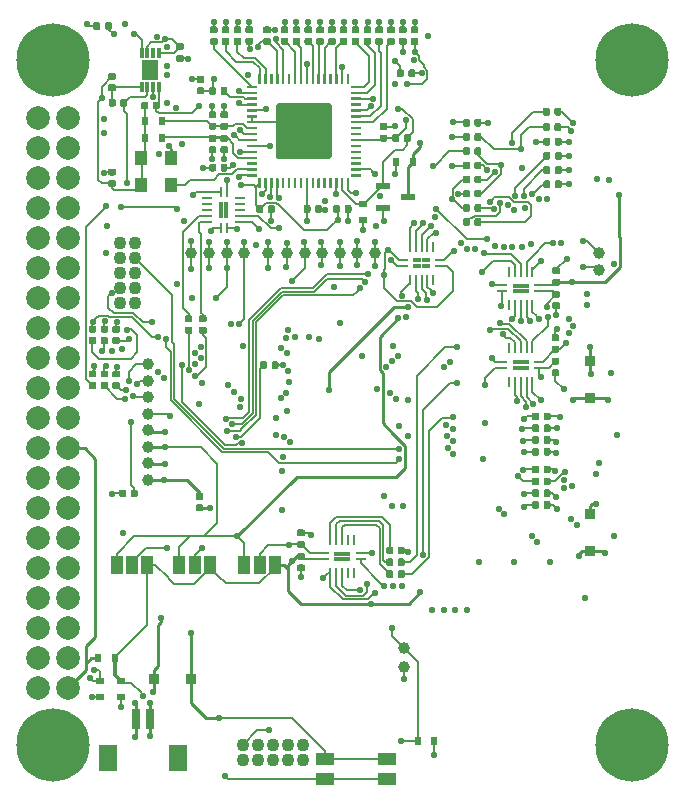
<source format=gbr>
G04 #@! TF.GenerationSoftware,KiCad,Pcbnew,5.1.5+dfsg1-2~bpo10+1*
G04 #@! TF.CreationDate,2020-02-19T22:44:21+01:00*
G04 #@! TF.ProjectId,gem-demo-board,67656d2d-6465-46d6-9f2d-626f6172642e,rev?*
G04 #@! TF.SameCoordinates,Original*
G04 #@! TF.FileFunction,Copper,L6,Bot*
G04 #@! TF.FilePolarity,Positive*
%FSLAX46Y46*%
G04 Gerber Fmt 4.6, Leading zero omitted, Abs format (unit mm)*
G04 Created by KiCad (PCBNEW 5.1.5+dfsg1-2~bpo10+1) date 2020-02-19 22:44:21*
%MOMM*%
%LPD*%
G04 APERTURE LIST*
%ADD10C,1.000000*%
%ADD11C,1.100000*%
%ADD12C,0.100000*%
%ADD13C,0.500000*%
%ADD14R,1.100000X1.200000*%
%ADD15R,0.950000X0.900000*%
%ADD16R,1.000000X1.500000*%
%ADD17R,0.900000X0.240000*%
%ADD18R,0.240000X0.900000*%
%ADD19R,0.700000X0.450000*%
%ADD20R,0.450000X0.700000*%
%ADD21C,6.200000*%
%ADD22R,1.550000X1.000000*%
%ADD23R,0.300000X0.825000*%
%ADD24R,1.450000X1.750000*%
%ADD25R,0.900000X0.950000*%
%ADD26R,0.600000X0.800000*%
%ADD27R,1.300000X0.600000*%
%ADD28R,0.800000X0.600000*%
%ADD29C,2.000000*%
%ADD30R,1.600000X2.200000*%
%ADD31R,0.700000X1.800000*%
%ADD32C,0.550000*%
%ADD33C,0.150000*%
%ADD34C,0.250000*%
%ADD35C,0.300000*%
%ADD36C,0.200000*%
G04 APERTURE END LIST*
D10*
X61040000Y-84030800D03*
X61040000Y-85580000D03*
X77530000Y-50599200D03*
X77570000Y-52050000D03*
X51100800Y-50550000D03*
X55600800Y-50550000D03*
X57050000Y-50600800D03*
X49550000Y-50600800D03*
X39350000Y-69770000D03*
X39350000Y-68370000D03*
X39350000Y-66970000D03*
X39350000Y-65570000D03*
X58550000Y-50600800D03*
X52600800Y-50550000D03*
X54050000Y-50550000D03*
X44550000Y-50550000D03*
X47499200Y-50550000D03*
X39350000Y-59970000D03*
X39350000Y-61370000D03*
X39350000Y-62770000D03*
X46050000Y-50550000D03*
X39350000Y-64170000D03*
X42999200Y-50550000D03*
D11*
X52440000Y-92240000D03*
X52440000Y-93510000D03*
X51170000Y-92240000D03*
X51170000Y-93510000D03*
X49900000Y-92240000D03*
X49900000Y-93510000D03*
X48630000Y-92240000D03*
X48630000Y-93510000D03*
X47360000Y-92240000D03*
X47360000Y-93510000D03*
G04 #@! TA.AperFunction,SMDPad,CuDef*
D12*
G36*
X66476958Y-46430710D02*
G01*
X66491276Y-46432834D01*
X66505317Y-46436351D01*
X66518946Y-46441228D01*
X66532031Y-46447417D01*
X66544447Y-46454858D01*
X66556073Y-46463481D01*
X66566798Y-46473202D01*
X66576519Y-46483927D01*
X66585142Y-46495553D01*
X66592583Y-46507969D01*
X66598772Y-46521054D01*
X66603649Y-46534683D01*
X66607166Y-46548724D01*
X66609290Y-46563042D01*
X66610000Y-46577500D01*
X66610000Y-46922500D01*
X66609290Y-46936958D01*
X66607166Y-46951276D01*
X66603649Y-46965317D01*
X66598772Y-46978946D01*
X66592583Y-46992031D01*
X66585142Y-47004447D01*
X66576519Y-47016073D01*
X66566798Y-47026798D01*
X66556073Y-47036519D01*
X66544447Y-47045142D01*
X66532031Y-47052583D01*
X66518946Y-47058772D01*
X66505317Y-47063649D01*
X66491276Y-47067166D01*
X66476958Y-47069290D01*
X66462500Y-47070000D01*
X66167500Y-47070000D01*
X66153042Y-47069290D01*
X66138724Y-47067166D01*
X66124683Y-47063649D01*
X66111054Y-47058772D01*
X66097969Y-47052583D01*
X66085553Y-47045142D01*
X66073927Y-47036519D01*
X66063202Y-47026798D01*
X66053481Y-47016073D01*
X66044858Y-47004447D01*
X66037417Y-46992031D01*
X66031228Y-46978946D01*
X66026351Y-46965317D01*
X66022834Y-46951276D01*
X66020710Y-46936958D01*
X66020000Y-46922500D01*
X66020000Y-46577500D01*
X66020710Y-46563042D01*
X66022834Y-46548724D01*
X66026351Y-46534683D01*
X66031228Y-46521054D01*
X66037417Y-46507969D01*
X66044858Y-46495553D01*
X66053481Y-46483927D01*
X66063202Y-46473202D01*
X66073927Y-46463481D01*
X66085553Y-46454858D01*
X66097969Y-46447417D01*
X66111054Y-46441228D01*
X66124683Y-46436351D01*
X66138724Y-46432834D01*
X66153042Y-46430710D01*
X66167500Y-46430000D01*
X66462500Y-46430000D01*
X66476958Y-46430710D01*
G37*
G04 #@! TD.AperFunction*
G04 #@! TA.AperFunction,SMDPad,CuDef*
G36*
X67446958Y-46430710D02*
G01*
X67461276Y-46432834D01*
X67475317Y-46436351D01*
X67488946Y-46441228D01*
X67502031Y-46447417D01*
X67514447Y-46454858D01*
X67526073Y-46463481D01*
X67536798Y-46473202D01*
X67546519Y-46483927D01*
X67555142Y-46495553D01*
X67562583Y-46507969D01*
X67568772Y-46521054D01*
X67573649Y-46534683D01*
X67577166Y-46548724D01*
X67579290Y-46563042D01*
X67580000Y-46577500D01*
X67580000Y-46922500D01*
X67579290Y-46936958D01*
X67577166Y-46951276D01*
X67573649Y-46965317D01*
X67568772Y-46978946D01*
X67562583Y-46992031D01*
X67555142Y-47004447D01*
X67546519Y-47016073D01*
X67536798Y-47026798D01*
X67526073Y-47036519D01*
X67514447Y-47045142D01*
X67502031Y-47052583D01*
X67488946Y-47058772D01*
X67475317Y-47063649D01*
X67461276Y-47067166D01*
X67446958Y-47069290D01*
X67432500Y-47070000D01*
X67137500Y-47070000D01*
X67123042Y-47069290D01*
X67108724Y-47067166D01*
X67094683Y-47063649D01*
X67081054Y-47058772D01*
X67067969Y-47052583D01*
X67055553Y-47045142D01*
X67043927Y-47036519D01*
X67033202Y-47026798D01*
X67023481Y-47016073D01*
X67014858Y-47004447D01*
X67007417Y-46992031D01*
X67001228Y-46978946D01*
X66996351Y-46965317D01*
X66992834Y-46951276D01*
X66990710Y-46936958D01*
X66990000Y-46922500D01*
X66990000Y-46577500D01*
X66990710Y-46563042D01*
X66992834Y-46548724D01*
X66996351Y-46534683D01*
X67001228Y-46521054D01*
X67007417Y-46507969D01*
X67014858Y-46495553D01*
X67023481Y-46483927D01*
X67033202Y-46473202D01*
X67043927Y-46463481D01*
X67055553Y-46454858D01*
X67067969Y-46447417D01*
X67081054Y-46441228D01*
X67094683Y-46436351D01*
X67108724Y-46432834D01*
X67123042Y-46430710D01*
X67137500Y-46430000D01*
X67432500Y-46430000D01*
X67446958Y-46430710D01*
G37*
G04 #@! TD.AperFunction*
G04 #@! TA.AperFunction,SMDPad,CuDef*
G36*
X74216958Y-39590710D02*
G01*
X74231276Y-39592834D01*
X74245317Y-39596351D01*
X74258946Y-39601228D01*
X74272031Y-39607417D01*
X74284447Y-39614858D01*
X74296073Y-39623481D01*
X74306798Y-39633202D01*
X74316519Y-39643927D01*
X74325142Y-39655553D01*
X74332583Y-39667969D01*
X74338772Y-39681054D01*
X74343649Y-39694683D01*
X74347166Y-39708724D01*
X74349290Y-39723042D01*
X74350000Y-39737500D01*
X74350000Y-40082500D01*
X74349290Y-40096958D01*
X74347166Y-40111276D01*
X74343649Y-40125317D01*
X74338772Y-40138946D01*
X74332583Y-40152031D01*
X74325142Y-40164447D01*
X74316519Y-40176073D01*
X74306798Y-40186798D01*
X74296073Y-40196519D01*
X74284447Y-40205142D01*
X74272031Y-40212583D01*
X74258946Y-40218772D01*
X74245317Y-40223649D01*
X74231276Y-40227166D01*
X74216958Y-40229290D01*
X74202500Y-40230000D01*
X73907500Y-40230000D01*
X73893042Y-40229290D01*
X73878724Y-40227166D01*
X73864683Y-40223649D01*
X73851054Y-40218772D01*
X73837969Y-40212583D01*
X73825553Y-40205142D01*
X73813927Y-40196519D01*
X73803202Y-40186798D01*
X73793481Y-40176073D01*
X73784858Y-40164447D01*
X73777417Y-40152031D01*
X73771228Y-40138946D01*
X73766351Y-40125317D01*
X73762834Y-40111276D01*
X73760710Y-40096958D01*
X73760000Y-40082500D01*
X73760000Y-39737500D01*
X73760710Y-39723042D01*
X73762834Y-39708724D01*
X73766351Y-39694683D01*
X73771228Y-39681054D01*
X73777417Y-39667969D01*
X73784858Y-39655553D01*
X73793481Y-39643927D01*
X73803202Y-39633202D01*
X73813927Y-39623481D01*
X73825553Y-39614858D01*
X73837969Y-39607417D01*
X73851054Y-39601228D01*
X73864683Y-39596351D01*
X73878724Y-39592834D01*
X73893042Y-39590710D01*
X73907500Y-39590000D01*
X74202500Y-39590000D01*
X74216958Y-39590710D01*
G37*
G04 #@! TD.AperFunction*
G04 #@! TA.AperFunction,SMDPad,CuDef*
G36*
X73246958Y-39590710D02*
G01*
X73261276Y-39592834D01*
X73275317Y-39596351D01*
X73288946Y-39601228D01*
X73302031Y-39607417D01*
X73314447Y-39614858D01*
X73326073Y-39623481D01*
X73336798Y-39633202D01*
X73346519Y-39643927D01*
X73355142Y-39655553D01*
X73362583Y-39667969D01*
X73368772Y-39681054D01*
X73373649Y-39694683D01*
X73377166Y-39708724D01*
X73379290Y-39723042D01*
X73380000Y-39737500D01*
X73380000Y-40082500D01*
X73379290Y-40096958D01*
X73377166Y-40111276D01*
X73373649Y-40125317D01*
X73368772Y-40138946D01*
X73362583Y-40152031D01*
X73355142Y-40164447D01*
X73346519Y-40176073D01*
X73336798Y-40186798D01*
X73326073Y-40196519D01*
X73314447Y-40205142D01*
X73302031Y-40212583D01*
X73288946Y-40218772D01*
X73275317Y-40223649D01*
X73261276Y-40227166D01*
X73246958Y-40229290D01*
X73232500Y-40230000D01*
X72937500Y-40230000D01*
X72923042Y-40229290D01*
X72908724Y-40227166D01*
X72894683Y-40223649D01*
X72881054Y-40218772D01*
X72867969Y-40212583D01*
X72855553Y-40205142D01*
X72843927Y-40196519D01*
X72833202Y-40186798D01*
X72823481Y-40176073D01*
X72814858Y-40164447D01*
X72807417Y-40152031D01*
X72801228Y-40138946D01*
X72796351Y-40125317D01*
X72792834Y-40111276D01*
X72790710Y-40096958D01*
X72790000Y-40082500D01*
X72790000Y-39737500D01*
X72790710Y-39723042D01*
X72792834Y-39708724D01*
X72796351Y-39694683D01*
X72801228Y-39681054D01*
X72807417Y-39667969D01*
X72814858Y-39655553D01*
X72823481Y-39643927D01*
X72833202Y-39633202D01*
X72843927Y-39623481D01*
X72855553Y-39614858D01*
X72867969Y-39607417D01*
X72881054Y-39601228D01*
X72894683Y-39596351D01*
X72908724Y-39592834D01*
X72923042Y-39590710D01*
X72937500Y-39590000D01*
X73232500Y-39590000D01*
X73246958Y-39590710D01*
G37*
G04 #@! TD.AperFunction*
G04 #@! TA.AperFunction,SMDPad,CuDef*
G36*
X74216958Y-38290710D02*
G01*
X74231276Y-38292834D01*
X74245317Y-38296351D01*
X74258946Y-38301228D01*
X74272031Y-38307417D01*
X74284447Y-38314858D01*
X74296073Y-38323481D01*
X74306798Y-38333202D01*
X74316519Y-38343927D01*
X74325142Y-38355553D01*
X74332583Y-38367969D01*
X74338772Y-38381054D01*
X74343649Y-38394683D01*
X74347166Y-38408724D01*
X74349290Y-38423042D01*
X74350000Y-38437500D01*
X74350000Y-38782500D01*
X74349290Y-38796958D01*
X74347166Y-38811276D01*
X74343649Y-38825317D01*
X74338772Y-38838946D01*
X74332583Y-38852031D01*
X74325142Y-38864447D01*
X74316519Y-38876073D01*
X74306798Y-38886798D01*
X74296073Y-38896519D01*
X74284447Y-38905142D01*
X74272031Y-38912583D01*
X74258946Y-38918772D01*
X74245317Y-38923649D01*
X74231276Y-38927166D01*
X74216958Y-38929290D01*
X74202500Y-38930000D01*
X73907500Y-38930000D01*
X73893042Y-38929290D01*
X73878724Y-38927166D01*
X73864683Y-38923649D01*
X73851054Y-38918772D01*
X73837969Y-38912583D01*
X73825553Y-38905142D01*
X73813927Y-38896519D01*
X73803202Y-38886798D01*
X73793481Y-38876073D01*
X73784858Y-38864447D01*
X73777417Y-38852031D01*
X73771228Y-38838946D01*
X73766351Y-38825317D01*
X73762834Y-38811276D01*
X73760710Y-38796958D01*
X73760000Y-38782500D01*
X73760000Y-38437500D01*
X73760710Y-38423042D01*
X73762834Y-38408724D01*
X73766351Y-38394683D01*
X73771228Y-38381054D01*
X73777417Y-38367969D01*
X73784858Y-38355553D01*
X73793481Y-38343927D01*
X73803202Y-38333202D01*
X73813927Y-38323481D01*
X73825553Y-38314858D01*
X73837969Y-38307417D01*
X73851054Y-38301228D01*
X73864683Y-38296351D01*
X73878724Y-38292834D01*
X73893042Y-38290710D01*
X73907500Y-38290000D01*
X74202500Y-38290000D01*
X74216958Y-38290710D01*
G37*
G04 #@! TD.AperFunction*
G04 #@! TA.AperFunction,SMDPad,CuDef*
G36*
X73246958Y-38290710D02*
G01*
X73261276Y-38292834D01*
X73275317Y-38296351D01*
X73288946Y-38301228D01*
X73302031Y-38307417D01*
X73314447Y-38314858D01*
X73326073Y-38323481D01*
X73336798Y-38333202D01*
X73346519Y-38343927D01*
X73355142Y-38355553D01*
X73362583Y-38367969D01*
X73368772Y-38381054D01*
X73373649Y-38394683D01*
X73377166Y-38408724D01*
X73379290Y-38423042D01*
X73380000Y-38437500D01*
X73380000Y-38782500D01*
X73379290Y-38796958D01*
X73377166Y-38811276D01*
X73373649Y-38825317D01*
X73368772Y-38838946D01*
X73362583Y-38852031D01*
X73355142Y-38864447D01*
X73346519Y-38876073D01*
X73336798Y-38886798D01*
X73326073Y-38896519D01*
X73314447Y-38905142D01*
X73302031Y-38912583D01*
X73288946Y-38918772D01*
X73275317Y-38923649D01*
X73261276Y-38927166D01*
X73246958Y-38929290D01*
X73232500Y-38930000D01*
X72937500Y-38930000D01*
X72923042Y-38929290D01*
X72908724Y-38927166D01*
X72894683Y-38923649D01*
X72881054Y-38918772D01*
X72867969Y-38912583D01*
X72855553Y-38905142D01*
X72843927Y-38896519D01*
X72833202Y-38886798D01*
X72823481Y-38876073D01*
X72814858Y-38864447D01*
X72807417Y-38852031D01*
X72801228Y-38838946D01*
X72796351Y-38825317D01*
X72792834Y-38811276D01*
X72790710Y-38796958D01*
X72790000Y-38782500D01*
X72790000Y-38437500D01*
X72790710Y-38423042D01*
X72792834Y-38408724D01*
X72796351Y-38394683D01*
X72801228Y-38381054D01*
X72807417Y-38367969D01*
X72814858Y-38355553D01*
X72823481Y-38343927D01*
X72833202Y-38333202D01*
X72843927Y-38323481D01*
X72855553Y-38314858D01*
X72867969Y-38307417D01*
X72881054Y-38301228D01*
X72894683Y-38296351D01*
X72908724Y-38292834D01*
X72923042Y-38290710D01*
X72937500Y-38290000D01*
X73232500Y-38290000D01*
X73246958Y-38290710D01*
G37*
G04 #@! TD.AperFunction*
G04 #@! TA.AperFunction,SMDPad,CuDef*
G36*
X49296958Y-59740710D02*
G01*
X49311276Y-59742834D01*
X49325317Y-59746351D01*
X49338946Y-59751228D01*
X49352031Y-59757417D01*
X49364447Y-59764858D01*
X49376073Y-59773481D01*
X49386798Y-59783202D01*
X49396519Y-59793927D01*
X49405142Y-59805553D01*
X49412583Y-59817969D01*
X49418772Y-59831054D01*
X49423649Y-59844683D01*
X49427166Y-59858724D01*
X49429290Y-59873042D01*
X49430000Y-59887500D01*
X49430000Y-60232500D01*
X49429290Y-60246958D01*
X49427166Y-60261276D01*
X49423649Y-60275317D01*
X49418772Y-60288946D01*
X49412583Y-60302031D01*
X49405142Y-60314447D01*
X49396519Y-60326073D01*
X49386798Y-60336798D01*
X49376073Y-60346519D01*
X49364447Y-60355142D01*
X49352031Y-60362583D01*
X49338946Y-60368772D01*
X49325317Y-60373649D01*
X49311276Y-60377166D01*
X49296958Y-60379290D01*
X49282500Y-60380000D01*
X48987500Y-60380000D01*
X48973042Y-60379290D01*
X48958724Y-60377166D01*
X48944683Y-60373649D01*
X48931054Y-60368772D01*
X48917969Y-60362583D01*
X48905553Y-60355142D01*
X48893927Y-60346519D01*
X48883202Y-60336798D01*
X48873481Y-60326073D01*
X48864858Y-60314447D01*
X48857417Y-60302031D01*
X48851228Y-60288946D01*
X48846351Y-60275317D01*
X48842834Y-60261276D01*
X48840710Y-60246958D01*
X48840000Y-60232500D01*
X48840000Y-59887500D01*
X48840710Y-59873042D01*
X48842834Y-59858724D01*
X48846351Y-59844683D01*
X48851228Y-59831054D01*
X48857417Y-59817969D01*
X48864858Y-59805553D01*
X48873481Y-59793927D01*
X48883202Y-59783202D01*
X48893927Y-59773481D01*
X48905553Y-59764858D01*
X48917969Y-59757417D01*
X48931054Y-59751228D01*
X48944683Y-59746351D01*
X48958724Y-59742834D01*
X48973042Y-59740710D01*
X48987500Y-59740000D01*
X49282500Y-59740000D01*
X49296958Y-59740710D01*
G37*
G04 #@! TD.AperFunction*
G04 #@! TA.AperFunction,SMDPad,CuDef*
G36*
X50266958Y-59740710D02*
G01*
X50281276Y-59742834D01*
X50295317Y-59746351D01*
X50308946Y-59751228D01*
X50322031Y-59757417D01*
X50334447Y-59764858D01*
X50346073Y-59773481D01*
X50356798Y-59783202D01*
X50366519Y-59793927D01*
X50375142Y-59805553D01*
X50382583Y-59817969D01*
X50388772Y-59831054D01*
X50393649Y-59844683D01*
X50397166Y-59858724D01*
X50399290Y-59873042D01*
X50400000Y-59887500D01*
X50400000Y-60232500D01*
X50399290Y-60246958D01*
X50397166Y-60261276D01*
X50393649Y-60275317D01*
X50388772Y-60288946D01*
X50382583Y-60302031D01*
X50375142Y-60314447D01*
X50366519Y-60326073D01*
X50356798Y-60336798D01*
X50346073Y-60346519D01*
X50334447Y-60355142D01*
X50322031Y-60362583D01*
X50308946Y-60368772D01*
X50295317Y-60373649D01*
X50281276Y-60377166D01*
X50266958Y-60379290D01*
X50252500Y-60380000D01*
X49957500Y-60380000D01*
X49943042Y-60379290D01*
X49928724Y-60377166D01*
X49914683Y-60373649D01*
X49901054Y-60368772D01*
X49887969Y-60362583D01*
X49875553Y-60355142D01*
X49863927Y-60346519D01*
X49853202Y-60336798D01*
X49843481Y-60326073D01*
X49834858Y-60314447D01*
X49827417Y-60302031D01*
X49821228Y-60288946D01*
X49816351Y-60275317D01*
X49812834Y-60261276D01*
X49810710Y-60246958D01*
X49810000Y-60232500D01*
X49810000Y-59887500D01*
X49810710Y-59873042D01*
X49812834Y-59858724D01*
X49816351Y-59844683D01*
X49821228Y-59831054D01*
X49827417Y-59817969D01*
X49834858Y-59805553D01*
X49843481Y-59793927D01*
X49853202Y-59783202D01*
X49863927Y-59773481D01*
X49875553Y-59764858D01*
X49887969Y-59757417D01*
X49901054Y-59751228D01*
X49914683Y-59746351D01*
X49928724Y-59742834D01*
X49943042Y-59740710D01*
X49957500Y-59740000D01*
X50252500Y-59740000D01*
X50266958Y-59740710D01*
G37*
G04 #@! TD.AperFunction*
G04 #@! TA.AperFunction,SMDPad,CuDef*
G36*
X43906958Y-71850710D02*
G01*
X43921276Y-71852834D01*
X43935317Y-71856351D01*
X43948946Y-71861228D01*
X43962031Y-71867417D01*
X43974447Y-71874858D01*
X43986073Y-71883481D01*
X43996798Y-71893202D01*
X44006519Y-71903927D01*
X44015142Y-71915553D01*
X44022583Y-71927969D01*
X44028772Y-71941054D01*
X44033649Y-71954683D01*
X44037166Y-71968724D01*
X44039290Y-71983042D01*
X44040000Y-71997500D01*
X44040000Y-72292500D01*
X44039290Y-72306958D01*
X44037166Y-72321276D01*
X44033649Y-72335317D01*
X44028772Y-72348946D01*
X44022583Y-72362031D01*
X44015142Y-72374447D01*
X44006519Y-72386073D01*
X43996798Y-72396798D01*
X43986073Y-72406519D01*
X43974447Y-72415142D01*
X43962031Y-72422583D01*
X43948946Y-72428772D01*
X43935317Y-72433649D01*
X43921276Y-72437166D01*
X43906958Y-72439290D01*
X43892500Y-72440000D01*
X43547500Y-72440000D01*
X43533042Y-72439290D01*
X43518724Y-72437166D01*
X43504683Y-72433649D01*
X43491054Y-72428772D01*
X43477969Y-72422583D01*
X43465553Y-72415142D01*
X43453927Y-72406519D01*
X43443202Y-72396798D01*
X43433481Y-72386073D01*
X43424858Y-72374447D01*
X43417417Y-72362031D01*
X43411228Y-72348946D01*
X43406351Y-72335317D01*
X43402834Y-72321276D01*
X43400710Y-72306958D01*
X43400000Y-72292500D01*
X43400000Y-71997500D01*
X43400710Y-71983042D01*
X43402834Y-71968724D01*
X43406351Y-71954683D01*
X43411228Y-71941054D01*
X43417417Y-71927969D01*
X43424858Y-71915553D01*
X43433481Y-71903927D01*
X43443202Y-71893202D01*
X43453927Y-71883481D01*
X43465553Y-71874858D01*
X43477969Y-71867417D01*
X43491054Y-71861228D01*
X43504683Y-71856351D01*
X43518724Y-71852834D01*
X43533042Y-71850710D01*
X43547500Y-71850000D01*
X43892500Y-71850000D01*
X43906958Y-71850710D01*
G37*
G04 #@! TD.AperFunction*
G04 #@! TA.AperFunction,SMDPad,CuDef*
G36*
X43906958Y-70880710D02*
G01*
X43921276Y-70882834D01*
X43935317Y-70886351D01*
X43948946Y-70891228D01*
X43962031Y-70897417D01*
X43974447Y-70904858D01*
X43986073Y-70913481D01*
X43996798Y-70923202D01*
X44006519Y-70933927D01*
X44015142Y-70945553D01*
X44022583Y-70957969D01*
X44028772Y-70971054D01*
X44033649Y-70984683D01*
X44037166Y-70998724D01*
X44039290Y-71013042D01*
X44040000Y-71027500D01*
X44040000Y-71322500D01*
X44039290Y-71336958D01*
X44037166Y-71351276D01*
X44033649Y-71365317D01*
X44028772Y-71378946D01*
X44022583Y-71392031D01*
X44015142Y-71404447D01*
X44006519Y-71416073D01*
X43996798Y-71426798D01*
X43986073Y-71436519D01*
X43974447Y-71445142D01*
X43962031Y-71452583D01*
X43948946Y-71458772D01*
X43935317Y-71463649D01*
X43921276Y-71467166D01*
X43906958Y-71469290D01*
X43892500Y-71470000D01*
X43547500Y-71470000D01*
X43533042Y-71469290D01*
X43518724Y-71467166D01*
X43504683Y-71463649D01*
X43491054Y-71458772D01*
X43477969Y-71452583D01*
X43465553Y-71445142D01*
X43453927Y-71436519D01*
X43443202Y-71426798D01*
X43433481Y-71416073D01*
X43424858Y-71404447D01*
X43417417Y-71392031D01*
X43411228Y-71378946D01*
X43406351Y-71365317D01*
X43402834Y-71351276D01*
X43400710Y-71336958D01*
X43400000Y-71322500D01*
X43400000Y-71027500D01*
X43400710Y-71013042D01*
X43402834Y-70998724D01*
X43406351Y-70984683D01*
X43411228Y-70971054D01*
X43417417Y-70957969D01*
X43424858Y-70945553D01*
X43433481Y-70933927D01*
X43443202Y-70923202D01*
X43453927Y-70913481D01*
X43465553Y-70904858D01*
X43477969Y-70897417D01*
X43491054Y-70891228D01*
X43504683Y-70886351D01*
X43518724Y-70882834D01*
X43533042Y-70880710D01*
X43547500Y-70880000D01*
X43892500Y-70880000D01*
X43906958Y-70880710D01*
G37*
G04 #@! TD.AperFunction*
G04 #@! TA.AperFunction,SMDPad,CuDef*
G36*
X53106958Y-32360710D02*
G01*
X53121276Y-32362834D01*
X53135317Y-32366351D01*
X53148946Y-32371228D01*
X53162031Y-32377417D01*
X53174447Y-32384858D01*
X53186073Y-32393481D01*
X53196798Y-32403202D01*
X53206519Y-32413927D01*
X53215142Y-32425553D01*
X53222583Y-32437969D01*
X53228772Y-32451054D01*
X53233649Y-32464683D01*
X53237166Y-32478724D01*
X53239290Y-32493042D01*
X53240000Y-32507500D01*
X53240000Y-32802500D01*
X53239290Y-32816958D01*
X53237166Y-32831276D01*
X53233649Y-32845317D01*
X53228772Y-32858946D01*
X53222583Y-32872031D01*
X53215142Y-32884447D01*
X53206519Y-32896073D01*
X53196798Y-32906798D01*
X53186073Y-32916519D01*
X53174447Y-32925142D01*
X53162031Y-32932583D01*
X53148946Y-32938772D01*
X53135317Y-32943649D01*
X53121276Y-32947166D01*
X53106958Y-32949290D01*
X53092500Y-32950000D01*
X52747500Y-32950000D01*
X52733042Y-32949290D01*
X52718724Y-32947166D01*
X52704683Y-32943649D01*
X52691054Y-32938772D01*
X52677969Y-32932583D01*
X52665553Y-32925142D01*
X52653927Y-32916519D01*
X52643202Y-32906798D01*
X52633481Y-32896073D01*
X52624858Y-32884447D01*
X52617417Y-32872031D01*
X52611228Y-32858946D01*
X52606351Y-32845317D01*
X52602834Y-32831276D01*
X52600710Y-32816958D01*
X52600000Y-32802500D01*
X52600000Y-32507500D01*
X52600710Y-32493042D01*
X52602834Y-32478724D01*
X52606351Y-32464683D01*
X52611228Y-32451054D01*
X52617417Y-32437969D01*
X52624858Y-32425553D01*
X52633481Y-32413927D01*
X52643202Y-32403202D01*
X52653927Y-32393481D01*
X52665553Y-32384858D01*
X52677969Y-32377417D01*
X52691054Y-32371228D01*
X52704683Y-32366351D01*
X52718724Y-32362834D01*
X52733042Y-32360710D01*
X52747500Y-32360000D01*
X53092500Y-32360000D01*
X53106958Y-32360710D01*
G37*
G04 #@! TD.AperFunction*
G04 #@! TA.AperFunction,SMDPad,CuDef*
G36*
X53106958Y-31390710D02*
G01*
X53121276Y-31392834D01*
X53135317Y-31396351D01*
X53148946Y-31401228D01*
X53162031Y-31407417D01*
X53174447Y-31414858D01*
X53186073Y-31423481D01*
X53196798Y-31433202D01*
X53206519Y-31443927D01*
X53215142Y-31455553D01*
X53222583Y-31467969D01*
X53228772Y-31481054D01*
X53233649Y-31494683D01*
X53237166Y-31508724D01*
X53239290Y-31523042D01*
X53240000Y-31537500D01*
X53240000Y-31832500D01*
X53239290Y-31846958D01*
X53237166Y-31861276D01*
X53233649Y-31875317D01*
X53228772Y-31888946D01*
X53222583Y-31902031D01*
X53215142Y-31914447D01*
X53206519Y-31926073D01*
X53196798Y-31936798D01*
X53186073Y-31946519D01*
X53174447Y-31955142D01*
X53162031Y-31962583D01*
X53148946Y-31968772D01*
X53135317Y-31973649D01*
X53121276Y-31977166D01*
X53106958Y-31979290D01*
X53092500Y-31980000D01*
X52747500Y-31980000D01*
X52733042Y-31979290D01*
X52718724Y-31977166D01*
X52704683Y-31973649D01*
X52691054Y-31968772D01*
X52677969Y-31962583D01*
X52665553Y-31955142D01*
X52653927Y-31946519D01*
X52643202Y-31936798D01*
X52633481Y-31926073D01*
X52624858Y-31914447D01*
X52617417Y-31902031D01*
X52611228Y-31888946D01*
X52606351Y-31875317D01*
X52602834Y-31861276D01*
X52600710Y-31846958D01*
X52600000Y-31832500D01*
X52600000Y-31537500D01*
X52600710Y-31523042D01*
X52602834Y-31508724D01*
X52606351Y-31494683D01*
X52611228Y-31481054D01*
X52617417Y-31467969D01*
X52624858Y-31455553D01*
X52633481Y-31443927D01*
X52643202Y-31433202D01*
X52653927Y-31423481D01*
X52665553Y-31414858D01*
X52677969Y-31407417D01*
X52691054Y-31401228D01*
X52704683Y-31396351D01*
X52718724Y-31392834D01*
X52733042Y-31390710D01*
X52747500Y-31390000D01*
X53092500Y-31390000D01*
X53106958Y-31390710D01*
G37*
G04 #@! TD.AperFunction*
G04 #@! TA.AperFunction,SMDPad,CuDef*
G36*
X51106958Y-31390710D02*
G01*
X51121276Y-31392834D01*
X51135317Y-31396351D01*
X51148946Y-31401228D01*
X51162031Y-31407417D01*
X51174447Y-31414858D01*
X51186073Y-31423481D01*
X51196798Y-31433202D01*
X51206519Y-31443927D01*
X51215142Y-31455553D01*
X51222583Y-31467969D01*
X51228772Y-31481054D01*
X51233649Y-31494683D01*
X51237166Y-31508724D01*
X51239290Y-31523042D01*
X51240000Y-31537500D01*
X51240000Y-31832500D01*
X51239290Y-31846958D01*
X51237166Y-31861276D01*
X51233649Y-31875317D01*
X51228772Y-31888946D01*
X51222583Y-31902031D01*
X51215142Y-31914447D01*
X51206519Y-31926073D01*
X51196798Y-31936798D01*
X51186073Y-31946519D01*
X51174447Y-31955142D01*
X51162031Y-31962583D01*
X51148946Y-31968772D01*
X51135317Y-31973649D01*
X51121276Y-31977166D01*
X51106958Y-31979290D01*
X51092500Y-31980000D01*
X50747500Y-31980000D01*
X50733042Y-31979290D01*
X50718724Y-31977166D01*
X50704683Y-31973649D01*
X50691054Y-31968772D01*
X50677969Y-31962583D01*
X50665553Y-31955142D01*
X50653927Y-31946519D01*
X50643202Y-31936798D01*
X50633481Y-31926073D01*
X50624858Y-31914447D01*
X50617417Y-31902031D01*
X50611228Y-31888946D01*
X50606351Y-31875317D01*
X50602834Y-31861276D01*
X50600710Y-31846958D01*
X50600000Y-31832500D01*
X50600000Y-31537500D01*
X50600710Y-31523042D01*
X50602834Y-31508724D01*
X50606351Y-31494683D01*
X50611228Y-31481054D01*
X50617417Y-31467969D01*
X50624858Y-31455553D01*
X50633481Y-31443927D01*
X50643202Y-31433202D01*
X50653927Y-31423481D01*
X50665553Y-31414858D01*
X50677969Y-31407417D01*
X50691054Y-31401228D01*
X50704683Y-31396351D01*
X50718724Y-31392834D01*
X50733042Y-31390710D01*
X50747500Y-31390000D01*
X51092500Y-31390000D01*
X51106958Y-31390710D01*
G37*
G04 #@! TD.AperFunction*
G04 #@! TA.AperFunction,SMDPad,CuDef*
G36*
X51106958Y-32360710D02*
G01*
X51121276Y-32362834D01*
X51135317Y-32366351D01*
X51148946Y-32371228D01*
X51162031Y-32377417D01*
X51174447Y-32384858D01*
X51186073Y-32393481D01*
X51196798Y-32403202D01*
X51206519Y-32413927D01*
X51215142Y-32425553D01*
X51222583Y-32437969D01*
X51228772Y-32451054D01*
X51233649Y-32464683D01*
X51237166Y-32478724D01*
X51239290Y-32493042D01*
X51240000Y-32507500D01*
X51240000Y-32802500D01*
X51239290Y-32816958D01*
X51237166Y-32831276D01*
X51233649Y-32845317D01*
X51228772Y-32858946D01*
X51222583Y-32872031D01*
X51215142Y-32884447D01*
X51206519Y-32896073D01*
X51196798Y-32906798D01*
X51186073Y-32916519D01*
X51174447Y-32925142D01*
X51162031Y-32932583D01*
X51148946Y-32938772D01*
X51135317Y-32943649D01*
X51121276Y-32947166D01*
X51106958Y-32949290D01*
X51092500Y-32950000D01*
X50747500Y-32950000D01*
X50733042Y-32949290D01*
X50718724Y-32947166D01*
X50704683Y-32943649D01*
X50691054Y-32938772D01*
X50677969Y-32932583D01*
X50665553Y-32925142D01*
X50653927Y-32916519D01*
X50643202Y-32906798D01*
X50633481Y-32896073D01*
X50624858Y-32884447D01*
X50617417Y-32872031D01*
X50611228Y-32858946D01*
X50606351Y-32845317D01*
X50602834Y-32831276D01*
X50600710Y-32816958D01*
X50600000Y-32802500D01*
X50600000Y-32507500D01*
X50600710Y-32493042D01*
X50602834Y-32478724D01*
X50606351Y-32464683D01*
X50611228Y-32451054D01*
X50617417Y-32437969D01*
X50624858Y-32425553D01*
X50633481Y-32413927D01*
X50643202Y-32403202D01*
X50653927Y-32393481D01*
X50665553Y-32384858D01*
X50677969Y-32377417D01*
X50691054Y-32371228D01*
X50704683Y-32366351D01*
X50718724Y-32362834D01*
X50733042Y-32360710D01*
X50747500Y-32360000D01*
X51092500Y-32360000D01*
X51106958Y-32360710D01*
G37*
G04 #@! TD.AperFunction*
G04 #@! TA.AperFunction,SMDPad,CuDef*
G36*
X54674507Y-37901204D02*
G01*
X54698775Y-37904804D01*
X54722573Y-37910765D01*
X54745673Y-37919030D01*
X54767851Y-37929519D01*
X54788894Y-37942132D01*
X54808599Y-37956747D01*
X54826778Y-37973222D01*
X54843253Y-37991401D01*
X54857868Y-38011106D01*
X54870481Y-38032149D01*
X54880970Y-38054327D01*
X54889235Y-38077427D01*
X54895196Y-38101225D01*
X54898796Y-38125493D01*
X54900000Y-38149997D01*
X54900000Y-42350003D01*
X54898796Y-42374507D01*
X54895196Y-42398775D01*
X54889235Y-42422573D01*
X54880970Y-42445673D01*
X54870481Y-42467851D01*
X54857868Y-42488894D01*
X54843253Y-42508599D01*
X54826778Y-42526778D01*
X54808599Y-42543253D01*
X54788894Y-42557868D01*
X54767851Y-42570481D01*
X54745673Y-42580970D01*
X54722573Y-42589235D01*
X54698775Y-42595196D01*
X54674507Y-42598796D01*
X54650003Y-42600000D01*
X50449997Y-42600000D01*
X50425493Y-42598796D01*
X50401225Y-42595196D01*
X50377427Y-42589235D01*
X50354327Y-42580970D01*
X50332149Y-42570481D01*
X50311106Y-42557868D01*
X50291401Y-42543253D01*
X50273222Y-42526778D01*
X50256747Y-42508599D01*
X50242132Y-42488894D01*
X50229519Y-42467851D01*
X50219030Y-42445673D01*
X50210765Y-42422573D01*
X50204804Y-42398775D01*
X50201204Y-42374507D01*
X50200000Y-42350003D01*
X50200000Y-38149997D01*
X50201204Y-38125493D01*
X50204804Y-38101225D01*
X50210765Y-38077427D01*
X50219030Y-38054327D01*
X50229519Y-38032149D01*
X50242132Y-38011106D01*
X50256747Y-37991401D01*
X50273222Y-37973222D01*
X50291401Y-37956747D01*
X50311106Y-37942132D01*
X50332149Y-37929519D01*
X50354327Y-37919030D01*
X50377427Y-37910765D01*
X50401225Y-37904804D01*
X50425493Y-37901204D01*
X50449997Y-37900000D01*
X54650003Y-37900000D01*
X54674507Y-37901204D01*
G37*
G04 #@! TD.AperFunction*
D13*
X50450000Y-42350000D03*
X51850000Y-42350000D03*
X53250000Y-42350000D03*
X54650000Y-42350000D03*
X50450000Y-40950000D03*
X51850000Y-40950000D03*
X53250000Y-40950000D03*
X54650000Y-40950000D03*
X50450000Y-39550000D03*
X51850000Y-39550000D03*
X53250000Y-39550000D03*
X54650000Y-39550000D03*
X50450000Y-38150000D03*
X51850000Y-38150000D03*
X53250000Y-38150000D03*
X54650000Y-38150000D03*
G04 #@! TA.AperFunction,SMDPad,CuDef*
D12*
G36*
X48529901Y-43900241D02*
G01*
X48534755Y-43900961D01*
X48539514Y-43902153D01*
X48544134Y-43903806D01*
X48548570Y-43905904D01*
X48552779Y-43908427D01*
X48556720Y-43911349D01*
X48560355Y-43914645D01*
X48563651Y-43918280D01*
X48566573Y-43922221D01*
X48569096Y-43926430D01*
X48571194Y-43930866D01*
X48572847Y-43935486D01*
X48574039Y-43940245D01*
X48574759Y-43945099D01*
X48575000Y-43950000D01*
X48575000Y-44050000D01*
X48574759Y-44054901D01*
X48574039Y-44059755D01*
X48572847Y-44064514D01*
X48571194Y-44069134D01*
X48569096Y-44073570D01*
X48566573Y-44077779D01*
X48563651Y-44081720D01*
X48560355Y-44085355D01*
X48556720Y-44088651D01*
X48552779Y-44091573D01*
X48548570Y-44094096D01*
X48544134Y-44096194D01*
X48539514Y-44097847D01*
X48534755Y-44099039D01*
X48529901Y-44099759D01*
X48525000Y-44100000D01*
X47750000Y-44100000D01*
X47745099Y-44099759D01*
X47740245Y-44099039D01*
X47735486Y-44097847D01*
X47730866Y-44096194D01*
X47726430Y-44094096D01*
X47722221Y-44091573D01*
X47718280Y-44088651D01*
X47714645Y-44085355D01*
X47711349Y-44081720D01*
X47708427Y-44077779D01*
X47705904Y-44073570D01*
X47703806Y-44069134D01*
X47702153Y-44064514D01*
X47700961Y-44059755D01*
X47700241Y-44054901D01*
X47700000Y-44050000D01*
X47700000Y-43950000D01*
X47700241Y-43945099D01*
X47700961Y-43940245D01*
X47702153Y-43935486D01*
X47703806Y-43930866D01*
X47705904Y-43926430D01*
X47708427Y-43922221D01*
X47711349Y-43918280D01*
X47714645Y-43914645D01*
X47718280Y-43911349D01*
X47722221Y-43908427D01*
X47726430Y-43905904D01*
X47730866Y-43903806D01*
X47735486Y-43902153D01*
X47740245Y-43900961D01*
X47745099Y-43900241D01*
X47750000Y-43900000D01*
X48525000Y-43900000D01*
X48529901Y-43900241D01*
G37*
G04 #@! TD.AperFunction*
G04 #@! TA.AperFunction,SMDPad,CuDef*
G36*
X48529901Y-43400241D02*
G01*
X48534755Y-43400961D01*
X48539514Y-43402153D01*
X48544134Y-43403806D01*
X48548570Y-43405904D01*
X48552779Y-43408427D01*
X48556720Y-43411349D01*
X48560355Y-43414645D01*
X48563651Y-43418280D01*
X48566573Y-43422221D01*
X48569096Y-43426430D01*
X48571194Y-43430866D01*
X48572847Y-43435486D01*
X48574039Y-43440245D01*
X48574759Y-43445099D01*
X48575000Y-43450000D01*
X48575000Y-43550000D01*
X48574759Y-43554901D01*
X48574039Y-43559755D01*
X48572847Y-43564514D01*
X48571194Y-43569134D01*
X48569096Y-43573570D01*
X48566573Y-43577779D01*
X48563651Y-43581720D01*
X48560355Y-43585355D01*
X48556720Y-43588651D01*
X48552779Y-43591573D01*
X48548570Y-43594096D01*
X48544134Y-43596194D01*
X48539514Y-43597847D01*
X48534755Y-43599039D01*
X48529901Y-43599759D01*
X48525000Y-43600000D01*
X47750000Y-43600000D01*
X47745099Y-43599759D01*
X47740245Y-43599039D01*
X47735486Y-43597847D01*
X47730866Y-43596194D01*
X47726430Y-43594096D01*
X47722221Y-43591573D01*
X47718280Y-43588651D01*
X47714645Y-43585355D01*
X47711349Y-43581720D01*
X47708427Y-43577779D01*
X47705904Y-43573570D01*
X47703806Y-43569134D01*
X47702153Y-43564514D01*
X47700961Y-43559755D01*
X47700241Y-43554901D01*
X47700000Y-43550000D01*
X47700000Y-43450000D01*
X47700241Y-43445099D01*
X47700961Y-43440245D01*
X47702153Y-43435486D01*
X47703806Y-43430866D01*
X47705904Y-43426430D01*
X47708427Y-43422221D01*
X47711349Y-43418280D01*
X47714645Y-43414645D01*
X47718280Y-43411349D01*
X47722221Y-43408427D01*
X47726430Y-43405904D01*
X47730866Y-43403806D01*
X47735486Y-43402153D01*
X47740245Y-43400961D01*
X47745099Y-43400241D01*
X47750000Y-43400000D01*
X48525000Y-43400000D01*
X48529901Y-43400241D01*
G37*
G04 #@! TD.AperFunction*
G04 #@! TA.AperFunction,SMDPad,CuDef*
G36*
X48529901Y-42900241D02*
G01*
X48534755Y-42900961D01*
X48539514Y-42902153D01*
X48544134Y-42903806D01*
X48548570Y-42905904D01*
X48552779Y-42908427D01*
X48556720Y-42911349D01*
X48560355Y-42914645D01*
X48563651Y-42918280D01*
X48566573Y-42922221D01*
X48569096Y-42926430D01*
X48571194Y-42930866D01*
X48572847Y-42935486D01*
X48574039Y-42940245D01*
X48574759Y-42945099D01*
X48575000Y-42950000D01*
X48575000Y-43050000D01*
X48574759Y-43054901D01*
X48574039Y-43059755D01*
X48572847Y-43064514D01*
X48571194Y-43069134D01*
X48569096Y-43073570D01*
X48566573Y-43077779D01*
X48563651Y-43081720D01*
X48560355Y-43085355D01*
X48556720Y-43088651D01*
X48552779Y-43091573D01*
X48548570Y-43094096D01*
X48544134Y-43096194D01*
X48539514Y-43097847D01*
X48534755Y-43099039D01*
X48529901Y-43099759D01*
X48525000Y-43100000D01*
X47750000Y-43100000D01*
X47745099Y-43099759D01*
X47740245Y-43099039D01*
X47735486Y-43097847D01*
X47730866Y-43096194D01*
X47726430Y-43094096D01*
X47722221Y-43091573D01*
X47718280Y-43088651D01*
X47714645Y-43085355D01*
X47711349Y-43081720D01*
X47708427Y-43077779D01*
X47705904Y-43073570D01*
X47703806Y-43069134D01*
X47702153Y-43064514D01*
X47700961Y-43059755D01*
X47700241Y-43054901D01*
X47700000Y-43050000D01*
X47700000Y-42950000D01*
X47700241Y-42945099D01*
X47700961Y-42940245D01*
X47702153Y-42935486D01*
X47703806Y-42930866D01*
X47705904Y-42926430D01*
X47708427Y-42922221D01*
X47711349Y-42918280D01*
X47714645Y-42914645D01*
X47718280Y-42911349D01*
X47722221Y-42908427D01*
X47726430Y-42905904D01*
X47730866Y-42903806D01*
X47735486Y-42902153D01*
X47740245Y-42900961D01*
X47745099Y-42900241D01*
X47750000Y-42900000D01*
X48525000Y-42900000D01*
X48529901Y-42900241D01*
G37*
G04 #@! TD.AperFunction*
G04 #@! TA.AperFunction,SMDPad,CuDef*
G36*
X48529901Y-42400241D02*
G01*
X48534755Y-42400961D01*
X48539514Y-42402153D01*
X48544134Y-42403806D01*
X48548570Y-42405904D01*
X48552779Y-42408427D01*
X48556720Y-42411349D01*
X48560355Y-42414645D01*
X48563651Y-42418280D01*
X48566573Y-42422221D01*
X48569096Y-42426430D01*
X48571194Y-42430866D01*
X48572847Y-42435486D01*
X48574039Y-42440245D01*
X48574759Y-42445099D01*
X48575000Y-42450000D01*
X48575000Y-42550000D01*
X48574759Y-42554901D01*
X48574039Y-42559755D01*
X48572847Y-42564514D01*
X48571194Y-42569134D01*
X48569096Y-42573570D01*
X48566573Y-42577779D01*
X48563651Y-42581720D01*
X48560355Y-42585355D01*
X48556720Y-42588651D01*
X48552779Y-42591573D01*
X48548570Y-42594096D01*
X48544134Y-42596194D01*
X48539514Y-42597847D01*
X48534755Y-42599039D01*
X48529901Y-42599759D01*
X48525000Y-42600000D01*
X47750000Y-42600000D01*
X47745099Y-42599759D01*
X47740245Y-42599039D01*
X47735486Y-42597847D01*
X47730866Y-42596194D01*
X47726430Y-42594096D01*
X47722221Y-42591573D01*
X47718280Y-42588651D01*
X47714645Y-42585355D01*
X47711349Y-42581720D01*
X47708427Y-42577779D01*
X47705904Y-42573570D01*
X47703806Y-42569134D01*
X47702153Y-42564514D01*
X47700961Y-42559755D01*
X47700241Y-42554901D01*
X47700000Y-42550000D01*
X47700000Y-42450000D01*
X47700241Y-42445099D01*
X47700961Y-42440245D01*
X47702153Y-42435486D01*
X47703806Y-42430866D01*
X47705904Y-42426430D01*
X47708427Y-42422221D01*
X47711349Y-42418280D01*
X47714645Y-42414645D01*
X47718280Y-42411349D01*
X47722221Y-42408427D01*
X47726430Y-42405904D01*
X47730866Y-42403806D01*
X47735486Y-42402153D01*
X47740245Y-42400961D01*
X47745099Y-42400241D01*
X47750000Y-42400000D01*
X48525000Y-42400000D01*
X48529901Y-42400241D01*
G37*
G04 #@! TD.AperFunction*
G04 #@! TA.AperFunction,SMDPad,CuDef*
G36*
X48529901Y-41900241D02*
G01*
X48534755Y-41900961D01*
X48539514Y-41902153D01*
X48544134Y-41903806D01*
X48548570Y-41905904D01*
X48552779Y-41908427D01*
X48556720Y-41911349D01*
X48560355Y-41914645D01*
X48563651Y-41918280D01*
X48566573Y-41922221D01*
X48569096Y-41926430D01*
X48571194Y-41930866D01*
X48572847Y-41935486D01*
X48574039Y-41940245D01*
X48574759Y-41945099D01*
X48575000Y-41950000D01*
X48575000Y-42050000D01*
X48574759Y-42054901D01*
X48574039Y-42059755D01*
X48572847Y-42064514D01*
X48571194Y-42069134D01*
X48569096Y-42073570D01*
X48566573Y-42077779D01*
X48563651Y-42081720D01*
X48560355Y-42085355D01*
X48556720Y-42088651D01*
X48552779Y-42091573D01*
X48548570Y-42094096D01*
X48544134Y-42096194D01*
X48539514Y-42097847D01*
X48534755Y-42099039D01*
X48529901Y-42099759D01*
X48525000Y-42100000D01*
X47750000Y-42100000D01*
X47745099Y-42099759D01*
X47740245Y-42099039D01*
X47735486Y-42097847D01*
X47730866Y-42096194D01*
X47726430Y-42094096D01*
X47722221Y-42091573D01*
X47718280Y-42088651D01*
X47714645Y-42085355D01*
X47711349Y-42081720D01*
X47708427Y-42077779D01*
X47705904Y-42073570D01*
X47703806Y-42069134D01*
X47702153Y-42064514D01*
X47700961Y-42059755D01*
X47700241Y-42054901D01*
X47700000Y-42050000D01*
X47700000Y-41950000D01*
X47700241Y-41945099D01*
X47700961Y-41940245D01*
X47702153Y-41935486D01*
X47703806Y-41930866D01*
X47705904Y-41926430D01*
X47708427Y-41922221D01*
X47711349Y-41918280D01*
X47714645Y-41914645D01*
X47718280Y-41911349D01*
X47722221Y-41908427D01*
X47726430Y-41905904D01*
X47730866Y-41903806D01*
X47735486Y-41902153D01*
X47740245Y-41900961D01*
X47745099Y-41900241D01*
X47750000Y-41900000D01*
X48525000Y-41900000D01*
X48529901Y-41900241D01*
G37*
G04 #@! TD.AperFunction*
G04 #@! TA.AperFunction,SMDPad,CuDef*
G36*
X48529901Y-41400241D02*
G01*
X48534755Y-41400961D01*
X48539514Y-41402153D01*
X48544134Y-41403806D01*
X48548570Y-41405904D01*
X48552779Y-41408427D01*
X48556720Y-41411349D01*
X48560355Y-41414645D01*
X48563651Y-41418280D01*
X48566573Y-41422221D01*
X48569096Y-41426430D01*
X48571194Y-41430866D01*
X48572847Y-41435486D01*
X48574039Y-41440245D01*
X48574759Y-41445099D01*
X48575000Y-41450000D01*
X48575000Y-41550000D01*
X48574759Y-41554901D01*
X48574039Y-41559755D01*
X48572847Y-41564514D01*
X48571194Y-41569134D01*
X48569096Y-41573570D01*
X48566573Y-41577779D01*
X48563651Y-41581720D01*
X48560355Y-41585355D01*
X48556720Y-41588651D01*
X48552779Y-41591573D01*
X48548570Y-41594096D01*
X48544134Y-41596194D01*
X48539514Y-41597847D01*
X48534755Y-41599039D01*
X48529901Y-41599759D01*
X48525000Y-41600000D01*
X47750000Y-41600000D01*
X47745099Y-41599759D01*
X47740245Y-41599039D01*
X47735486Y-41597847D01*
X47730866Y-41596194D01*
X47726430Y-41594096D01*
X47722221Y-41591573D01*
X47718280Y-41588651D01*
X47714645Y-41585355D01*
X47711349Y-41581720D01*
X47708427Y-41577779D01*
X47705904Y-41573570D01*
X47703806Y-41569134D01*
X47702153Y-41564514D01*
X47700961Y-41559755D01*
X47700241Y-41554901D01*
X47700000Y-41550000D01*
X47700000Y-41450000D01*
X47700241Y-41445099D01*
X47700961Y-41440245D01*
X47702153Y-41435486D01*
X47703806Y-41430866D01*
X47705904Y-41426430D01*
X47708427Y-41422221D01*
X47711349Y-41418280D01*
X47714645Y-41414645D01*
X47718280Y-41411349D01*
X47722221Y-41408427D01*
X47726430Y-41405904D01*
X47730866Y-41403806D01*
X47735486Y-41402153D01*
X47740245Y-41400961D01*
X47745099Y-41400241D01*
X47750000Y-41400000D01*
X48525000Y-41400000D01*
X48529901Y-41400241D01*
G37*
G04 #@! TD.AperFunction*
G04 #@! TA.AperFunction,SMDPad,CuDef*
G36*
X48529901Y-40900241D02*
G01*
X48534755Y-40900961D01*
X48539514Y-40902153D01*
X48544134Y-40903806D01*
X48548570Y-40905904D01*
X48552779Y-40908427D01*
X48556720Y-40911349D01*
X48560355Y-40914645D01*
X48563651Y-40918280D01*
X48566573Y-40922221D01*
X48569096Y-40926430D01*
X48571194Y-40930866D01*
X48572847Y-40935486D01*
X48574039Y-40940245D01*
X48574759Y-40945099D01*
X48575000Y-40950000D01*
X48575000Y-41050000D01*
X48574759Y-41054901D01*
X48574039Y-41059755D01*
X48572847Y-41064514D01*
X48571194Y-41069134D01*
X48569096Y-41073570D01*
X48566573Y-41077779D01*
X48563651Y-41081720D01*
X48560355Y-41085355D01*
X48556720Y-41088651D01*
X48552779Y-41091573D01*
X48548570Y-41094096D01*
X48544134Y-41096194D01*
X48539514Y-41097847D01*
X48534755Y-41099039D01*
X48529901Y-41099759D01*
X48525000Y-41100000D01*
X47750000Y-41100000D01*
X47745099Y-41099759D01*
X47740245Y-41099039D01*
X47735486Y-41097847D01*
X47730866Y-41096194D01*
X47726430Y-41094096D01*
X47722221Y-41091573D01*
X47718280Y-41088651D01*
X47714645Y-41085355D01*
X47711349Y-41081720D01*
X47708427Y-41077779D01*
X47705904Y-41073570D01*
X47703806Y-41069134D01*
X47702153Y-41064514D01*
X47700961Y-41059755D01*
X47700241Y-41054901D01*
X47700000Y-41050000D01*
X47700000Y-40950000D01*
X47700241Y-40945099D01*
X47700961Y-40940245D01*
X47702153Y-40935486D01*
X47703806Y-40930866D01*
X47705904Y-40926430D01*
X47708427Y-40922221D01*
X47711349Y-40918280D01*
X47714645Y-40914645D01*
X47718280Y-40911349D01*
X47722221Y-40908427D01*
X47726430Y-40905904D01*
X47730866Y-40903806D01*
X47735486Y-40902153D01*
X47740245Y-40900961D01*
X47745099Y-40900241D01*
X47750000Y-40900000D01*
X48525000Y-40900000D01*
X48529901Y-40900241D01*
G37*
G04 #@! TD.AperFunction*
G04 #@! TA.AperFunction,SMDPad,CuDef*
G36*
X48529901Y-40400241D02*
G01*
X48534755Y-40400961D01*
X48539514Y-40402153D01*
X48544134Y-40403806D01*
X48548570Y-40405904D01*
X48552779Y-40408427D01*
X48556720Y-40411349D01*
X48560355Y-40414645D01*
X48563651Y-40418280D01*
X48566573Y-40422221D01*
X48569096Y-40426430D01*
X48571194Y-40430866D01*
X48572847Y-40435486D01*
X48574039Y-40440245D01*
X48574759Y-40445099D01*
X48575000Y-40450000D01*
X48575000Y-40550000D01*
X48574759Y-40554901D01*
X48574039Y-40559755D01*
X48572847Y-40564514D01*
X48571194Y-40569134D01*
X48569096Y-40573570D01*
X48566573Y-40577779D01*
X48563651Y-40581720D01*
X48560355Y-40585355D01*
X48556720Y-40588651D01*
X48552779Y-40591573D01*
X48548570Y-40594096D01*
X48544134Y-40596194D01*
X48539514Y-40597847D01*
X48534755Y-40599039D01*
X48529901Y-40599759D01*
X48525000Y-40600000D01*
X47750000Y-40600000D01*
X47745099Y-40599759D01*
X47740245Y-40599039D01*
X47735486Y-40597847D01*
X47730866Y-40596194D01*
X47726430Y-40594096D01*
X47722221Y-40591573D01*
X47718280Y-40588651D01*
X47714645Y-40585355D01*
X47711349Y-40581720D01*
X47708427Y-40577779D01*
X47705904Y-40573570D01*
X47703806Y-40569134D01*
X47702153Y-40564514D01*
X47700961Y-40559755D01*
X47700241Y-40554901D01*
X47700000Y-40550000D01*
X47700000Y-40450000D01*
X47700241Y-40445099D01*
X47700961Y-40440245D01*
X47702153Y-40435486D01*
X47703806Y-40430866D01*
X47705904Y-40426430D01*
X47708427Y-40422221D01*
X47711349Y-40418280D01*
X47714645Y-40414645D01*
X47718280Y-40411349D01*
X47722221Y-40408427D01*
X47726430Y-40405904D01*
X47730866Y-40403806D01*
X47735486Y-40402153D01*
X47740245Y-40400961D01*
X47745099Y-40400241D01*
X47750000Y-40400000D01*
X48525000Y-40400000D01*
X48529901Y-40400241D01*
G37*
G04 #@! TD.AperFunction*
G04 #@! TA.AperFunction,SMDPad,CuDef*
G36*
X48529901Y-39900241D02*
G01*
X48534755Y-39900961D01*
X48539514Y-39902153D01*
X48544134Y-39903806D01*
X48548570Y-39905904D01*
X48552779Y-39908427D01*
X48556720Y-39911349D01*
X48560355Y-39914645D01*
X48563651Y-39918280D01*
X48566573Y-39922221D01*
X48569096Y-39926430D01*
X48571194Y-39930866D01*
X48572847Y-39935486D01*
X48574039Y-39940245D01*
X48574759Y-39945099D01*
X48575000Y-39950000D01*
X48575000Y-40050000D01*
X48574759Y-40054901D01*
X48574039Y-40059755D01*
X48572847Y-40064514D01*
X48571194Y-40069134D01*
X48569096Y-40073570D01*
X48566573Y-40077779D01*
X48563651Y-40081720D01*
X48560355Y-40085355D01*
X48556720Y-40088651D01*
X48552779Y-40091573D01*
X48548570Y-40094096D01*
X48544134Y-40096194D01*
X48539514Y-40097847D01*
X48534755Y-40099039D01*
X48529901Y-40099759D01*
X48525000Y-40100000D01*
X47750000Y-40100000D01*
X47745099Y-40099759D01*
X47740245Y-40099039D01*
X47735486Y-40097847D01*
X47730866Y-40096194D01*
X47726430Y-40094096D01*
X47722221Y-40091573D01*
X47718280Y-40088651D01*
X47714645Y-40085355D01*
X47711349Y-40081720D01*
X47708427Y-40077779D01*
X47705904Y-40073570D01*
X47703806Y-40069134D01*
X47702153Y-40064514D01*
X47700961Y-40059755D01*
X47700241Y-40054901D01*
X47700000Y-40050000D01*
X47700000Y-39950000D01*
X47700241Y-39945099D01*
X47700961Y-39940245D01*
X47702153Y-39935486D01*
X47703806Y-39930866D01*
X47705904Y-39926430D01*
X47708427Y-39922221D01*
X47711349Y-39918280D01*
X47714645Y-39914645D01*
X47718280Y-39911349D01*
X47722221Y-39908427D01*
X47726430Y-39905904D01*
X47730866Y-39903806D01*
X47735486Y-39902153D01*
X47740245Y-39900961D01*
X47745099Y-39900241D01*
X47750000Y-39900000D01*
X48525000Y-39900000D01*
X48529901Y-39900241D01*
G37*
G04 #@! TD.AperFunction*
G04 #@! TA.AperFunction,SMDPad,CuDef*
G36*
X48529901Y-39400241D02*
G01*
X48534755Y-39400961D01*
X48539514Y-39402153D01*
X48544134Y-39403806D01*
X48548570Y-39405904D01*
X48552779Y-39408427D01*
X48556720Y-39411349D01*
X48560355Y-39414645D01*
X48563651Y-39418280D01*
X48566573Y-39422221D01*
X48569096Y-39426430D01*
X48571194Y-39430866D01*
X48572847Y-39435486D01*
X48574039Y-39440245D01*
X48574759Y-39445099D01*
X48575000Y-39450000D01*
X48575000Y-39550000D01*
X48574759Y-39554901D01*
X48574039Y-39559755D01*
X48572847Y-39564514D01*
X48571194Y-39569134D01*
X48569096Y-39573570D01*
X48566573Y-39577779D01*
X48563651Y-39581720D01*
X48560355Y-39585355D01*
X48556720Y-39588651D01*
X48552779Y-39591573D01*
X48548570Y-39594096D01*
X48544134Y-39596194D01*
X48539514Y-39597847D01*
X48534755Y-39599039D01*
X48529901Y-39599759D01*
X48525000Y-39600000D01*
X47750000Y-39600000D01*
X47745099Y-39599759D01*
X47740245Y-39599039D01*
X47735486Y-39597847D01*
X47730866Y-39596194D01*
X47726430Y-39594096D01*
X47722221Y-39591573D01*
X47718280Y-39588651D01*
X47714645Y-39585355D01*
X47711349Y-39581720D01*
X47708427Y-39577779D01*
X47705904Y-39573570D01*
X47703806Y-39569134D01*
X47702153Y-39564514D01*
X47700961Y-39559755D01*
X47700241Y-39554901D01*
X47700000Y-39550000D01*
X47700000Y-39450000D01*
X47700241Y-39445099D01*
X47700961Y-39440245D01*
X47702153Y-39435486D01*
X47703806Y-39430866D01*
X47705904Y-39426430D01*
X47708427Y-39422221D01*
X47711349Y-39418280D01*
X47714645Y-39414645D01*
X47718280Y-39411349D01*
X47722221Y-39408427D01*
X47726430Y-39405904D01*
X47730866Y-39403806D01*
X47735486Y-39402153D01*
X47740245Y-39400961D01*
X47745099Y-39400241D01*
X47750000Y-39400000D01*
X48525000Y-39400000D01*
X48529901Y-39400241D01*
G37*
G04 #@! TD.AperFunction*
G04 #@! TA.AperFunction,SMDPad,CuDef*
G36*
X48529901Y-38900241D02*
G01*
X48534755Y-38900961D01*
X48539514Y-38902153D01*
X48544134Y-38903806D01*
X48548570Y-38905904D01*
X48552779Y-38908427D01*
X48556720Y-38911349D01*
X48560355Y-38914645D01*
X48563651Y-38918280D01*
X48566573Y-38922221D01*
X48569096Y-38926430D01*
X48571194Y-38930866D01*
X48572847Y-38935486D01*
X48574039Y-38940245D01*
X48574759Y-38945099D01*
X48575000Y-38950000D01*
X48575000Y-39050000D01*
X48574759Y-39054901D01*
X48574039Y-39059755D01*
X48572847Y-39064514D01*
X48571194Y-39069134D01*
X48569096Y-39073570D01*
X48566573Y-39077779D01*
X48563651Y-39081720D01*
X48560355Y-39085355D01*
X48556720Y-39088651D01*
X48552779Y-39091573D01*
X48548570Y-39094096D01*
X48544134Y-39096194D01*
X48539514Y-39097847D01*
X48534755Y-39099039D01*
X48529901Y-39099759D01*
X48525000Y-39100000D01*
X47750000Y-39100000D01*
X47745099Y-39099759D01*
X47740245Y-39099039D01*
X47735486Y-39097847D01*
X47730866Y-39096194D01*
X47726430Y-39094096D01*
X47722221Y-39091573D01*
X47718280Y-39088651D01*
X47714645Y-39085355D01*
X47711349Y-39081720D01*
X47708427Y-39077779D01*
X47705904Y-39073570D01*
X47703806Y-39069134D01*
X47702153Y-39064514D01*
X47700961Y-39059755D01*
X47700241Y-39054901D01*
X47700000Y-39050000D01*
X47700000Y-38950000D01*
X47700241Y-38945099D01*
X47700961Y-38940245D01*
X47702153Y-38935486D01*
X47703806Y-38930866D01*
X47705904Y-38926430D01*
X47708427Y-38922221D01*
X47711349Y-38918280D01*
X47714645Y-38914645D01*
X47718280Y-38911349D01*
X47722221Y-38908427D01*
X47726430Y-38905904D01*
X47730866Y-38903806D01*
X47735486Y-38902153D01*
X47740245Y-38900961D01*
X47745099Y-38900241D01*
X47750000Y-38900000D01*
X48525000Y-38900000D01*
X48529901Y-38900241D01*
G37*
G04 #@! TD.AperFunction*
G04 #@! TA.AperFunction,SMDPad,CuDef*
G36*
X48529901Y-38400241D02*
G01*
X48534755Y-38400961D01*
X48539514Y-38402153D01*
X48544134Y-38403806D01*
X48548570Y-38405904D01*
X48552779Y-38408427D01*
X48556720Y-38411349D01*
X48560355Y-38414645D01*
X48563651Y-38418280D01*
X48566573Y-38422221D01*
X48569096Y-38426430D01*
X48571194Y-38430866D01*
X48572847Y-38435486D01*
X48574039Y-38440245D01*
X48574759Y-38445099D01*
X48575000Y-38450000D01*
X48575000Y-38550000D01*
X48574759Y-38554901D01*
X48574039Y-38559755D01*
X48572847Y-38564514D01*
X48571194Y-38569134D01*
X48569096Y-38573570D01*
X48566573Y-38577779D01*
X48563651Y-38581720D01*
X48560355Y-38585355D01*
X48556720Y-38588651D01*
X48552779Y-38591573D01*
X48548570Y-38594096D01*
X48544134Y-38596194D01*
X48539514Y-38597847D01*
X48534755Y-38599039D01*
X48529901Y-38599759D01*
X48525000Y-38600000D01*
X47750000Y-38600000D01*
X47745099Y-38599759D01*
X47740245Y-38599039D01*
X47735486Y-38597847D01*
X47730866Y-38596194D01*
X47726430Y-38594096D01*
X47722221Y-38591573D01*
X47718280Y-38588651D01*
X47714645Y-38585355D01*
X47711349Y-38581720D01*
X47708427Y-38577779D01*
X47705904Y-38573570D01*
X47703806Y-38569134D01*
X47702153Y-38564514D01*
X47700961Y-38559755D01*
X47700241Y-38554901D01*
X47700000Y-38550000D01*
X47700000Y-38450000D01*
X47700241Y-38445099D01*
X47700961Y-38440245D01*
X47702153Y-38435486D01*
X47703806Y-38430866D01*
X47705904Y-38426430D01*
X47708427Y-38422221D01*
X47711349Y-38418280D01*
X47714645Y-38414645D01*
X47718280Y-38411349D01*
X47722221Y-38408427D01*
X47726430Y-38405904D01*
X47730866Y-38403806D01*
X47735486Y-38402153D01*
X47740245Y-38400961D01*
X47745099Y-38400241D01*
X47750000Y-38400000D01*
X48525000Y-38400000D01*
X48529901Y-38400241D01*
G37*
G04 #@! TD.AperFunction*
G04 #@! TA.AperFunction,SMDPad,CuDef*
G36*
X48529901Y-37900241D02*
G01*
X48534755Y-37900961D01*
X48539514Y-37902153D01*
X48544134Y-37903806D01*
X48548570Y-37905904D01*
X48552779Y-37908427D01*
X48556720Y-37911349D01*
X48560355Y-37914645D01*
X48563651Y-37918280D01*
X48566573Y-37922221D01*
X48569096Y-37926430D01*
X48571194Y-37930866D01*
X48572847Y-37935486D01*
X48574039Y-37940245D01*
X48574759Y-37945099D01*
X48575000Y-37950000D01*
X48575000Y-38050000D01*
X48574759Y-38054901D01*
X48574039Y-38059755D01*
X48572847Y-38064514D01*
X48571194Y-38069134D01*
X48569096Y-38073570D01*
X48566573Y-38077779D01*
X48563651Y-38081720D01*
X48560355Y-38085355D01*
X48556720Y-38088651D01*
X48552779Y-38091573D01*
X48548570Y-38094096D01*
X48544134Y-38096194D01*
X48539514Y-38097847D01*
X48534755Y-38099039D01*
X48529901Y-38099759D01*
X48525000Y-38100000D01*
X47750000Y-38100000D01*
X47745099Y-38099759D01*
X47740245Y-38099039D01*
X47735486Y-38097847D01*
X47730866Y-38096194D01*
X47726430Y-38094096D01*
X47722221Y-38091573D01*
X47718280Y-38088651D01*
X47714645Y-38085355D01*
X47711349Y-38081720D01*
X47708427Y-38077779D01*
X47705904Y-38073570D01*
X47703806Y-38069134D01*
X47702153Y-38064514D01*
X47700961Y-38059755D01*
X47700241Y-38054901D01*
X47700000Y-38050000D01*
X47700000Y-37950000D01*
X47700241Y-37945099D01*
X47700961Y-37940245D01*
X47702153Y-37935486D01*
X47703806Y-37930866D01*
X47705904Y-37926430D01*
X47708427Y-37922221D01*
X47711349Y-37918280D01*
X47714645Y-37914645D01*
X47718280Y-37911349D01*
X47722221Y-37908427D01*
X47726430Y-37905904D01*
X47730866Y-37903806D01*
X47735486Y-37902153D01*
X47740245Y-37900961D01*
X47745099Y-37900241D01*
X47750000Y-37900000D01*
X48525000Y-37900000D01*
X48529901Y-37900241D01*
G37*
G04 #@! TD.AperFunction*
G04 #@! TA.AperFunction,SMDPad,CuDef*
G36*
X48529901Y-37400241D02*
G01*
X48534755Y-37400961D01*
X48539514Y-37402153D01*
X48544134Y-37403806D01*
X48548570Y-37405904D01*
X48552779Y-37408427D01*
X48556720Y-37411349D01*
X48560355Y-37414645D01*
X48563651Y-37418280D01*
X48566573Y-37422221D01*
X48569096Y-37426430D01*
X48571194Y-37430866D01*
X48572847Y-37435486D01*
X48574039Y-37440245D01*
X48574759Y-37445099D01*
X48575000Y-37450000D01*
X48575000Y-37550000D01*
X48574759Y-37554901D01*
X48574039Y-37559755D01*
X48572847Y-37564514D01*
X48571194Y-37569134D01*
X48569096Y-37573570D01*
X48566573Y-37577779D01*
X48563651Y-37581720D01*
X48560355Y-37585355D01*
X48556720Y-37588651D01*
X48552779Y-37591573D01*
X48548570Y-37594096D01*
X48544134Y-37596194D01*
X48539514Y-37597847D01*
X48534755Y-37599039D01*
X48529901Y-37599759D01*
X48525000Y-37600000D01*
X47750000Y-37600000D01*
X47745099Y-37599759D01*
X47740245Y-37599039D01*
X47735486Y-37597847D01*
X47730866Y-37596194D01*
X47726430Y-37594096D01*
X47722221Y-37591573D01*
X47718280Y-37588651D01*
X47714645Y-37585355D01*
X47711349Y-37581720D01*
X47708427Y-37577779D01*
X47705904Y-37573570D01*
X47703806Y-37569134D01*
X47702153Y-37564514D01*
X47700961Y-37559755D01*
X47700241Y-37554901D01*
X47700000Y-37550000D01*
X47700000Y-37450000D01*
X47700241Y-37445099D01*
X47700961Y-37440245D01*
X47702153Y-37435486D01*
X47703806Y-37430866D01*
X47705904Y-37426430D01*
X47708427Y-37422221D01*
X47711349Y-37418280D01*
X47714645Y-37414645D01*
X47718280Y-37411349D01*
X47722221Y-37408427D01*
X47726430Y-37405904D01*
X47730866Y-37403806D01*
X47735486Y-37402153D01*
X47740245Y-37400961D01*
X47745099Y-37400241D01*
X47750000Y-37400000D01*
X48525000Y-37400000D01*
X48529901Y-37400241D01*
G37*
G04 #@! TD.AperFunction*
G04 #@! TA.AperFunction,SMDPad,CuDef*
G36*
X48529901Y-36900241D02*
G01*
X48534755Y-36900961D01*
X48539514Y-36902153D01*
X48544134Y-36903806D01*
X48548570Y-36905904D01*
X48552779Y-36908427D01*
X48556720Y-36911349D01*
X48560355Y-36914645D01*
X48563651Y-36918280D01*
X48566573Y-36922221D01*
X48569096Y-36926430D01*
X48571194Y-36930866D01*
X48572847Y-36935486D01*
X48574039Y-36940245D01*
X48574759Y-36945099D01*
X48575000Y-36950000D01*
X48575000Y-37050000D01*
X48574759Y-37054901D01*
X48574039Y-37059755D01*
X48572847Y-37064514D01*
X48571194Y-37069134D01*
X48569096Y-37073570D01*
X48566573Y-37077779D01*
X48563651Y-37081720D01*
X48560355Y-37085355D01*
X48556720Y-37088651D01*
X48552779Y-37091573D01*
X48548570Y-37094096D01*
X48544134Y-37096194D01*
X48539514Y-37097847D01*
X48534755Y-37099039D01*
X48529901Y-37099759D01*
X48525000Y-37100000D01*
X47750000Y-37100000D01*
X47745099Y-37099759D01*
X47740245Y-37099039D01*
X47735486Y-37097847D01*
X47730866Y-37096194D01*
X47726430Y-37094096D01*
X47722221Y-37091573D01*
X47718280Y-37088651D01*
X47714645Y-37085355D01*
X47711349Y-37081720D01*
X47708427Y-37077779D01*
X47705904Y-37073570D01*
X47703806Y-37069134D01*
X47702153Y-37064514D01*
X47700961Y-37059755D01*
X47700241Y-37054901D01*
X47700000Y-37050000D01*
X47700000Y-36950000D01*
X47700241Y-36945099D01*
X47700961Y-36940245D01*
X47702153Y-36935486D01*
X47703806Y-36930866D01*
X47705904Y-36926430D01*
X47708427Y-36922221D01*
X47711349Y-36918280D01*
X47714645Y-36914645D01*
X47718280Y-36911349D01*
X47722221Y-36908427D01*
X47726430Y-36905904D01*
X47730866Y-36903806D01*
X47735486Y-36902153D01*
X47740245Y-36900961D01*
X47745099Y-36900241D01*
X47750000Y-36900000D01*
X48525000Y-36900000D01*
X48529901Y-36900241D01*
G37*
G04 #@! TD.AperFunction*
G04 #@! TA.AperFunction,SMDPad,CuDef*
G36*
X48529901Y-36400241D02*
G01*
X48534755Y-36400961D01*
X48539514Y-36402153D01*
X48544134Y-36403806D01*
X48548570Y-36405904D01*
X48552779Y-36408427D01*
X48556720Y-36411349D01*
X48560355Y-36414645D01*
X48563651Y-36418280D01*
X48566573Y-36422221D01*
X48569096Y-36426430D01*
X48571194Y-36430866D01*
X48572847Y-36435486D01*
X48574039Y-36440245D01*
X48574759Y-36445099D01*
X48575000Y-36450000D01*
X48575000Y-36550000D01*
X48574759Y-36554901D01*
X48574039Y-36559755D01*
X48572847Y-36564514D01*
X48571194Y-36569134D01*
X48569096Y-36573570D01*
X48566573Y-36577779D01*
X48563651Y-36581720D01*
X48560355Y-36585355D01*
X48556720Y-36588651D01*
X48552779Y-36591573D01*
X48548570Y-36594096D01*
X48544134Y-36596194D01*
X48539514Y-36597847D01*
X48534755Y-36599039D01*
X48529901Y-36599759D01*
X48525000Y-36600000D01*
X47750000Y-36600000D01*
X47745099Y-36599759D01*
X47740245Y-36599039D01*
X47735486Y-36597847D01*
X47730866Y-36596194D01*
X47726430Y-36594096D01*
X47722221Y-36591573D01*
X47718280Y-36588651D01*
X47714645Y-36585355D01*
X47711349Y-36581720D01*
X47708427Y-36577779D01*
X47705904Y-36573570D01*
X47703806Y-36569134D01*
X47702153Y-36564514D01*
X47700961Y-36559755D01*
X47700241Y-36554901D01*
X47700000Y-36550000D01*
X47700000Y-36450000D01*
X47700241Y-36445099D01*
X47700961Y-36440245D01*
X47702153Y-36435486D01*
X47703806Y-36430866D01*
X47705904Y-36426430D01*
X47708427Y-36422221D01*
X47711349Y-36418280D01*
X47714645Y-36414645D01*
X47718280Y-36411349D01*
X47722221Y-36408427D01*
X47726430Y-36405904D01*
X47730866Y-36403806D01*
X47735486Y-36402153D01*
X47740245Y-36400961D01*
X47745099Y-36400241D01*
X47750000Y-36400000D01*
X48525000Y-36400000D01*
X48529901Y-36400241D01*
G37*
G04 #@! TD.AperFunction*
G04 #@! TA.AperFunction,SMDPad,CuDef*
G36*
X48854901Y-35400241D02*
G01*
X48859755Y-35400961D01*
X48864514Y-35402153D01*
X48869134Y-35403806D01*
X48873570Y-35405904D01*
X48877779Y-35408427D01*
X48881720Y-35411349D01*
X48885355Y-35414645D01*
X48888651Y-35418280D01*
X48891573Y-35422221D01*
X48894096Y-35426430D01*
X48896194Y-35430866D01*
X48897847Y-35435486D01*
X48899039Y-35440245D01*
X48899759Y-35445099D01*
X48900000Y-35450000D01*
X48900000Y-36225000D01*
X48899759Y-36229901D01*
X48899039Y-36234755D01*
X48897847Y-36239514D01*
X48896194Y-36244134D01*
X48894096Y-36248570D01*
X48891573Y-36252779D01*
X48888651Y-36256720D01*
X48885355Y-36260355D01*
X48881720Y-36263651D01*
X48877779Y-36266573D01*
X48873570Y-36269096D01*
X48869134Y-36271194D01*
X48864514Y-36272847D01*
X48859755Y-36274039D01*
X48854901Y-36274759D01*
X48850000Y-36275000D01*
X48750000Y-36275000D01*
X48745099Y-36274759D01*
X48740245Y-36274039D01*
X48735486Y-36272847D01*
X48730866Y-36271194D01*
X48726430Y-36269096D01*
X48722221Y-36266573D01*
X48718280Y-36263651D01*
X48714645Y-36260355D01*
X48711349Y-36256720D01*
X48708427Y-36252779D01*
X48705904Y-36248570D01*
X48703806Y-36244134D01*
X48702153Y-36239514D01*
X48700961Y-36234755D01*
X48700241Y-36229901D01*
X48700000Y-36225000D01*
X48700000Y-35450000D01*
X48700241Y-35445099D01*
X48700961Y-35440245D01*
X48702153Y-35435486D01*
X48703806Y-35430866D01*
X48705904Y-35426430D01*
X48708427Y-35422221D01*
X48711349Y-35418280D01*
X48714645Y-35414645D01*
X48718280Y-35411349D01*
X48722221Y-35408427D01*
X48726430Y-35405904D01*
X48730866Y-35403806D01*
X48735486Y-35402153D01*
X48740245Y-35400961D01*
X48745099Y-35400241D01*
X48750000Y-35400000D01*
X48850000Y-35400000D01*
X48854901Y-35400241D01*
G37*
G04 #@! TD.AperFunction*
G04 #@! TA.AperFunction,SMDPad,CuDef*
G36*
X49354901Y-35400241D02*
G01*
X49359755Y-35400961D01*
X49364514Y-35402153D01*
X49369134Y-35403806D01*
X49373570Y-35405904D01*
X49377779Y-35408427D01*
X49381720Y-35411349D01*
X49385355Y-35414645D01*
X49388651Y-35418280D01*
X49391573Y-35422221D01*
X49394096Y-35426430D01*
X49396194Y-35430866D01*
X49397847Y-35435486D01*
X49399039Y-35440245D01*
X49399759Y-35445099D01*
X49400000Y-35450000D01*
X49400000Y-36225000D01*
X49399759Y-36229901D01*
X49399039Y-36234755D01*
X49397847Y-36239514D01*
X49396194Y-36244134D01*
X49394096Y-36248570D01*
X49391573Y-36252779D01*
X49388651Y-36256720D01*
X49385355Y-36260355D01*
X49381720Y-36263651D01*
X49377779Y-36266573D01*
X49373570Y-36269096D01*
X49369134Y-36271194D01*
X49364514Y-36272847D01*
X49359755Y-36274039D01*
X49354901Y-36274759D01*
X49350000Y-36275000D01*
X49250000Y-36275000D01*
X49245099Y-36274759D01*
X49240245Y-36274039D01*
X49235486Y-36272847D01*
X49230866Y-36271194D01*
X49226430Y-36269096D01*
X49222221Y-36266573D01*
X49218280Y-36263651D01*
X49214645Y-36260355D01*
X49211349Y-36256720D01*
X49208427Y-36252779D01*
X49205904Y-36248570D01*
X49203806Y-36244134D01*
X49202153Y-36239514D01*
X49200961Y-36234755D01*
X49200241Y-36229901D01*
X49200000Y-36225000D01*
X49200000Y-35450000D01*
X49200241Y-35445099D01*
X49200961Y-35440245D01*
X49202153Y-35435486D01*
X49203806Y-35430866D01*
X49205904Y-35426430D01*
X49208427Y-35422221D01*
X49211349Y-35418280D01*
X49214645Y-35414645D01*
X49218280Y-35411349D01*
X49222221Y-35408427D01*
X49226430Y-35405904D01*
X49230866Y-35403806D01*
X49235486Y-35402153D01*
X49240245Y-35400961D01*
X49245099Y-35400241D01*
X49250000Y-35400000D01*
X49350000Y-35400000D01*
X49354901Y-35400241D01*
G37*
G04 #@! TD.AperFunction*
G04 #@! TA.AperFunction,SMDPad,CuDef*
G36*
X49854901Y-35400241D02*
G01*
X49859755Y-35400961D01*
X49864514Y-35402153D01*
X49869134Y-35403806D01*
X49873570Y-35405904D01*
X49877779Y-35408427D01*
X49881720Y-35411349D01*
X49885355Y-35414645D01*
X49888651Y-35418280D01*
X49891573Y-35422221D01*
X49894096Y-35426430D01*
X49896194Y-35430866D01*
X49897847Y-35435486D01*
X49899039Y-35440245D01*
X49899759Y-35445099D01*
X49900000Y-35450000D01*
X49900000Y-36225000D01*
X49899759Y-36229901D01*
X49899039Y-36234755D01*
X49897847Y-36239514D01*
X49896194Y-36244134D01*
X49894096Y-36248570D01*
X49891573Y-36252779D01*
X49888651Y-36256720D01*
X49885355Y-36260355D01*
X49881720Y-36263651D01*
X49877779Y-36266573D01*
X49873570Y-36269096D01*
X49869134Y-36271194D01*
X49864514Y-36272847D01*
X49859755Y-36274039D01*
X49854901Y-36274759D01*
X49850000Y-36275000D01*
X49750000Y-36275000D01*
X49745099Y-36274759D01*
X49740245Y-36274039D01*
X49735486Y-36272847D01*
X49730866Y-36271194D01*
X49726430Y-36269096D01*
X49722221Y-36266573D01*
X49718280Y-36263651D01*
X49714645Y-36260355D01*
X49711349Y-36256720D01*
X49708427Y-36252779D01*
X49705904Y-36248570D01*
X49703806Y-36244134D01*
X49702153Y-36239514D01*
X49700961Y-36234755D01*
X49700241Y-36229901D01*
X49700000Y-36225000D01*
X49700000Y-35450000D01*
X49700241Y-35445099D01*
X49700961Y-35440245D01*
X49702153Y-35435486D01*
X49703806Y-35430866D01*
X49705904Y-35426430D01*
X49708427Y-35422221D01*
X49711349Y-35418280D01*
X49714645Y-35414645D01*
X49718280Y-35411349D01*
X49722221Y-35408427D01*
X49726430Y-35405904D01*
X49730866Y-35403806D01*
X49735486Y-35402153D01*
X49740245Y-35400961D01*
X49745099Y-35400241D01*
X49750000Y-35400000D01*
X49850000Y-35400000D01*
X49854901Y-35400241D01*
G37*
G04 #@! TD.AperFunction*
G04 #@! TA.AperFunction,SMDPad,CuDef*
G36*
X50354901Y-35400241D02*
G01*
X50359755Y-35400961D01*
X50364514Y-35402153D01*
X50369134Y-35403806D01*
X50373570Y-35405904D01*
X50377779Y-35408427D01*
X50381720Y-35411349D01*
X50385355Y-35414645D01*
X50388651Y-35418280D01*
X50391573Y-35422221D01*
X50394096Y-35426430D01*
X50396194Y-35430866D01*
X50397847Y-35435486D01*
X50399039Y-35440245D01*
X50399759Y-35445099D01*
X50400000Y-35450000D01*
X50400000Y-36225000D01*
X50399759Y-36229901D01*
X50399039Y-36234755D01*
X50397847Y-36239514D01*
X50396194Y-36244134D01*
X50394096Y-36248570D01*
X50391573Y-36252779D01*
X50388651Y-36256720D01*
X50385355Y-36260355D01*
X50381720Y-36263651D01*
X50377779Y-36266573D01*
X50373570Y-36269096D01*
X50369134Y-36271194D01*
X50364514Y-36272847D01*
X50359755Y-36274039D01*
X50354901Y-36274759D01*
X50350000Y-36275000D01*
X50250000Y-36275000D01*
X50245099Y-36274759D01*
X50240245Y-36274039D01*
X50235486Y-36272847D01*
X50230866Y-36271194D01*
X50226430Y-36269096D01*
X50222221Y-36266573D01*
X50218280Y-36263651D01*
X50214645Y-36260355D01*
X50211349Y-36256720D01*
X50208427Y-36252779D01*
X50205904Y-36248570D01*
X50203806Y-36244134D01*
X50202153Y-36239514D01*
X50200961Y-36234755D01*
X50200241Y-36229901D01*
X50200000Y-36225000D01*
X50200000Y-35450000D01*
X50200241Y-35445099D01*
X50200961Y-35440245D01*
X50202153Y-35435486D01*
X50203806Y-35430866D01*
X50205904Y-35426430D01*
X50208427Y-35422221D01*
X50211349Y-35418280D01*
X50214645Y-35414645D01*
X50218280Y-35411349D01*
X50222221Y-35408427D01*
X50226430Y-35405904D01*
X50230866Y-35403806D01*
X50235486Y-35402153D01*
X50240245Y-35400961D01*
X50245099Y-35400241D01*
X50250000Y-35400000D01*
X50350000Y-35400000D01*
X50354901Y-35400241D01*
G37*
G04 #@! TD.AperFunction*
G04 #@! TA.AperFunction,SMDPad,CuDef*
G36*
X50854901Y-35400241D02*
G01*
X50859755Y-35400961D01*
X50864514Y-35402153D01*
X50869134Y-35403806D01*
X50873570Y-35405904D01*
X50877779Y-35408427D01*
X50881720Y-35411349D01*
X50885355Y-35414645D01*
X50888651Y-35418280D01*
X50891573Y-35422221D01*
X50894096Y-35426430D01*
X50896194Y-35430866D01*
X50897847Y-35435486D01*
X50899039Y-35440245D01*
X50899759Y-35445099D01*
X50900000Y-35450000D01*
X50900000Y-36225000D01*
X50899759Y-36229901D01*
X50899039Y-36234755D01*
X50897847Y-36239514D01*
X50896194Y-36244134D01*
X50894096Y-36248570D01*
X50891573Y-36252779D01*
X50888651Y-36256720D01*
X50885355Y-36260355D01*
X50881720Y-36263651D01*
X50877779Y-36266573D01*
X50873570Y-36269096D01*
X50869134Y-36271194D01*
X50864514Y-36272847D01*
X50859755Y-36274039D01*
X50854901Y-36274759D01*
X50850000Y-36275000D01*
X50750000Y-36275000D01*
X50745099Y-36274759D01*
X50740245Y-36274039D01*
X50735486Y-36272847D01*
X50730866Y-36271194D01*
X50726430Y-36269096D01*
X50722221Y-36266573D01*
X50718280Y-36263651D01*
X50714645Y-36260355D01*
X50711349Y-36256720D01*
X50708427Y-36252779D01*
X50705904Y-36248570D01*
X50703806Y-36244134D01*
X50702153Y-36239514D01*
X50700961Y-36234755D01*
X50700241Y-36229901D01*
X50700000Y-36225000D01*
X50700000Y-35450000D01*
X50700241Y-35445099D01*
X50700961Y-35440245D01*
X50702153Y-35435486D01*
X50703806Y-35430866D01*
X50705904Y-35426430D01*
X50708427Y-35422221D01*
X50711349Y-35418280D01*
X50714645Y-35414645D01*
X50718280Y-35411349D01*
X50722221Y-35408427D01*
X50726430Y-35405904D01*
X50730866Y-35403806D01*
X50735486Y-35402153D01*
X50740245Y-35400961D01*
X50745099Y-35400241D01*
X50750000Y-35400000D01*
X50850000Y-35400000D01*
X50854901Y-35400241D01*
G37*
G04 #@! TD.AperFunction*
G04 #@! TA.AperFunction,SMDPad,CuDef*
G36*
X51354901Y-35400241D02*
G01*
X51359755Y-35400961D01*
X51364514Y-35402153D01*
X51369134Y-35403806D01*
X51373570Y-35405904D01*
X51377779Y-35408427D01*
X51381720Y-35411349D01*
X51385355Y-35414645D01*
X51388651Y-35418280D01*
X51391573Y-35422221D01*
X51394096Y-35426430D01*
X51396194Y-35430866D01*
X51397847Y-35435486D01*
X51399039Y-35440245D01*
X51399759Y-35445099D01*
X51400000Y-35450000D01*
X51400000Y-36225000D01*
X51399759Y-36229901D01*
X51399039Y-36234755D01*
X51397847Y-36239514D01*
X51396194Y-36244134D01*
X51394096Y-36248570D01*
X51391573Y-36252779D01*
X51388651Y-36256720D01*
X51385355Y-36260355D01*
X51381720Y-36263651D01*
X51377779Y-36266573D01*
X51373570Y-36269096D01*
X51369134Y-36271194D01*
X51364514Y-36272847D01*
X51359755Y-36274039D01*
X51354901Y-36274759D01*
X51350000Y-36275000D01*
X51250000Y-36275000D01*
X51245099Y-36274759D01*
X51240245Y-36274039D01*
X51235486Y-36272847D01*
X51230866Y-36271194D01*
X51226430Y-36269096D01*
X51222221Y-36266573D01*
X51218280Y-36263651D01*
X51214645Y-36260355D01*
X51211349Y-36256720D01*
X51208427Y-36252779D01*
X51205904Y-36248570D01*
X51203806Y-36244134D01*
X51202153Y-36239514D01*
X51200961Y-36234755D01*
X51200241Y-36229901D01*
X51200000Y-36225000D01*
X51200000Y-35450000D01*
X51200241Y-35445099D01*
X51200961Y-35440245D01*
X51202153Y-35435486D01*
X51203806Y-35430866D01*
X51205904Y-35426430D01*
X51208427Y-35422221D01*
X51211349Y-35418280D01*
X51214645Y-35414645D01*
X51218280Y-35411349D01*
X51222221Y-35408427D01*
X51226430Y-35405904D01*
X51230866Y-35403806D01*
X51235486Y-35402153D01*
X51240245Y-35400961D01*
X51245099Y-35400241D01*
X51250000Y-35400000D01*
X51350000Y-35400000D01*
X51354901Y-35400241D01*
G37*
G04 #@! TD.AperFunction*
G04 #@! TA.AperFunction,SMDPad,CuDef*
G36*
X51854901Y-35400241D02*
G01*
X51859755Y-35400961D01*
X51864514Y-35402153D01*
X51869134Y-35403806D01*
X51873570Y-35405904D01*
X51877779Y-35408427D01*
X51881720Y-35411349D01*
X51885355Y-35414645D01*
X51888651Y-35418280D01*
X51891573Y-35422221D01*
X51894096Y-35426430D01*
X51896194Y-35430866D01*
X51897847Y-35435486D01*
X51899039Y-35440245D01*
X51899759Y-35445099D01*
X51900000Y-35450000D01*
X51900000Y-36225000D01*
X51899759Y-36229901D01*
X51899039Y-36234755D01*
X51897847Y-36239514D01*
X51896194Y-36244134D01*
X51894096Y-36248570D01*
X51891573Y-36252779D01*
X51888651Y-36256720D01*
X51885355Y-36260355D01*
X51881720Y-36263651D01*
X51877779Y-36266573D01*
X51873570Y-36269096D01*
X51869134Y-36271194D01*
X51864514Y-36272847D01*
X51859755Y-36274039D01*
X51854901Y-36274759D01*
X51850000Y-36275000D01*
X51750000Y-36275000D01*
X51745099Y-36274759D01*
X51740245Y-36274039D01*
X51735486Y-36272847D01*
X51730866Y-36271194D01*
X51726430Y-36269096D01*
X51722221Y-36266573D01*
X51718280Y-36263651D01*
X51714645Y-36260355D01*
X51711349Y-36256720D01*
X51708427Y-36252779D01*
X51705904Y-36248570D01*
X51703806Y-36244134D01*
X51702153Y-36239514D01*
X51700961Y-36234755D01*
X51700241Y-36229901D01*
X51700000Y-36225000D01*
X51700000Y-35450000D01*
X51700241Y-35445099D01*
X51700961Y-35440245D01*
X51702153Y-35435486D01*
X51703806Y-35430866D01*
X51705904Y-35426430D01*
X51708427Y-35422221D01*
X51711349Y-35418280D01*
X51714645Y-35414645D01*
X51718280Y-35411349D01*
X51722221Y-35408427D01*
X51726430Y-35405904D01*
X51730866Y-35403806D01*
X51735486Y-35402153D01*
X51740245Y-35400961D01*
X51745099Y-35400241D01*
X51750000Y-35400000D01*
X51850000Y-35400000D01*
X51854901Y-35400241D01*
G37*
G04 #@! TD.AperFunction*
G04 #@! TA.AperFunction,SMDPad,CuDef*
G36*
X52354901Y-35400241D02*
G01*
X52359755Y-35400961D01*
X52364514Y-35402153D01*
X52369134Y-35403806D01*
X52373570Y-35405904D01*
X52377779Y-35408427D01*
X52381720Y-35411349D01*
X52385355Y-35414645D01*
X52388651Y-35418280D01*
X52391573Y-35422221D01*
X52394096Y-35426430D01*
X52396194Y-35430866D01*
X52397847Y-35435486D01*
X52399039Y-35440245D01*
X52399759Y-35445099D01*
X52400000Y-35450000D01*
X52400000Y-36225000D01*
X52399759Y-36229901D01*
X52399039Y-36234755D01*
X52397847Y-36239514D01*
X52396194Y-36244134D01*
X52394096Y-36248570D01*
X52391573Y-36252779D01*
X52388651Y-36256720D01*
X52385355Y-36260355D01*
X52381720Y-36263651D01*
X52377779Y-36266573D01*
X52373570Y-36269096D01*
X52369134Y-36271194D01*
X52364514Y-36272847D01*
X52359755Y-36274039D01*
X52354901Y-36274759D01*
X52350000Y-36275000D01*
X52250000Y-36275000D01*
X52245099Y-36274759D01*
X52240245Y-36274039D01*
X52235486Y-36272847D01*
X52230866Y-36271194D01*
X52226430Y-36269096D01*
X52222221Y-36266573D01*
X52218280Y-36263651D01*
X52214645Y-36260355D01*
X52211349Y-36256720D01*
X52208427Y-36252779D01*
X52205904Y-36248570D01*
X52203806Y-36244134D01*
X52202153Y-36239514D01*
X52200961Y-36234755D01*
X52200241Y-36229901D01*
X52200000Y-36225000D01*
X52200000Y-35450000D01*
X52200241Y-35445099D01*
X52200961Y-35440245D01*
X52202153Y-35435486D01*
X52203806Y-35430866D01*
X52205904Y-35426430D01*
X52208427Y-35422221D01*
X52211349Y-35418280D01*
X52214645Y-35414645D01*
X52218280Y-35411349D01*
X52222221Y-35408427D01*
X52226430Y-35405904D01*
X52230866Y-35403806D01*
X52235486Y-35402153D01*
X52240245Y-35400961D01*
X52245099Y-35400241D01*
X52250000Y-35400000D01*
X52350000Y-35400000D01*
X52354901Y-35400241D01*
G37*
G04 #@! TD.AperFunction*
G04 #@! TA.AperFunction,SMDPad,CuDef*
G36*
X52854901Y-35400241D02*
G01*
X52859755Y-35400961D01*
X52864514Y-35402153D01*
X52869134Y-35403806D01*
X52873570Y-35405904D01*
X52877779Y-35408427D01*
X52881720Y-35411349D01*
X52885355Y-35414645D01*
X52888651Y-35418280D01*
X52891573Y-35422221D01*
X52894096Y-35426430D01*
X52896194Y-35430866D01*
X52897847Y-35435486D01*
X52899039Y-35440245D01*
X52899759Y-35445099D01*
X52900000Y-35450000D01*
X52900000Y-36225000D01*
X52899759Y-36229901D01*
X52899039Y-36234755D01*
X52897847Y-36239514D01*
X52896194Y-36244134D01*
X52894096Y-36248570D01*
X52891573Y-36252779D01*
X52888651Y-36256720D01*
X52885355Y-36260355D01*
X52881720Y-36263651D01*
X52877779Y-36266573D01*
X52873570Y-36269096D01*
X52869134Y-36271194D01*
X52864514Y-36272847D01*
X52859755Y-36274039D01*
X52854901Y-36274759D01*
X52850000Y-36275000D01*
X52750000Y-36275000D01*
X52745099Y-36274759D01*
X52740245Y-36274039D01*
X52735486Y-36272847D01*
X52730866Y-36271194D01*
X52726430Y-36269096D01*
X52722221Y-36266573D01*
X52718280Y-36263651D01*
X52714645Y-36260355D01*
X52711349Y-36256720D01*
X52708427Y-36252779D01*
X52705904Y-36248570D01*
X52703806Y-36244134D01*
X52702153Y-36239514D01*
X52700961Y-36234755D01*
X52700241Y-36229901D01*
X52700000Y-36225000D01*
X52700000Y-35450000D01*
X52700241Y-35445099D01*
X52700961Y-35440245D01*
X52702153Y-35435486D01*
X52703806Y-35430866D01*
X52705904Y-35426430D01*
X52708427Y-35422221D01*
X52711349Y-35418280D01*
X52714645Y-35414645D01*
X52718280Y-35411349D01*
X52722221Y-35408427D01*
X52726430Y-35405904D01*
X52730866Y-35403806D01*
X52735486Y-35402153D01*
X52740245Y-35400961D01*
X52745099Y-35400241D01*
X52750000Y-35400000D01*
X52850000Y-35400000D01*
X52854901Y-35400241D01*
G37*
G04 #@! TD.AperFunction*
G04 #@! TA.AperFunction,SMDPad,CuDef*
G36*
X53354901Y-35400241D02*
G01*
X53359755Y-35400961D01*
X53364514Y-35402153D01*
X53369134Y-35403806D01*
X53373570Y-35405904D01*
X53377779Y-35408427D01*
X53381720Y-35411349D01*
X53385355Y-35414645D01*
X53388651Y-35418280D01*
X53391573Y-35422221D01*
X53394096Y-35426430D01*
X53396194Y-35430866D01*
X53397847Y-35435486D01*
X53399039Y-35440245D01*
X53399759Y-35445099D01*
X53400000Y-35450000D01*
X53400000Y-36225000D01*
X53399759Y-36229901D01*
X53399039Y-36234755D01*
X53397847Y-36239514D01*
X53396194Y-36244134D01*
X53394096Y-36248570D01*
X53391573Y-36252779D01*
X53388651Y-36256720D01*
X53385355Y-36260355D01*
X53381720Y-36263651D01*
X53377779Y-36266573D01*
X53373570Y-36269096D01*
X53369134Y-36271194D01*
X53364514Y-36272847D01*
X53359755Y-36274039D01*
X53354901Y-36274759D01*
X53350000Y-36275000D01*
X53250000Y-36275000D01*
X53245099Y-36274759D01*
X53240245Y-36274039D01*
X53235486Y-36272847D01*
X53230866Y-36271194D01*
X53226430Y-36269096D01*
X53222221Y-36266573D01*
X53218280Y-36263651D01*
X53214645Y-36260355D01*
X53211349Y-36256720D01*
X53208427Y-36252779D01*
X53205904Y-36248570D01*
X53203806Y-36244134D01*
X53202153Y-36239514D01*
X53200961Y-36234755D01*
X53200241Y-36229901D01*
X53200000Y-36225000D01*
X53200000Y-35450000D01*
X53200241Y-35445099D01*
X53200961Y-35440245D01*
X53202153Y-35435486D01*
X53203806Y-35430866D01*
X53205904Y-35426430D01*
X53208427Y-35422221D01*
X53211349Y-35418280D01*
X53214645Y-35414645D01*
X53218280Y-35411349D01*
X53222221Y-35408427D01*
X53226430Y-35405904D01*
X53230866Y-35403806D01*
X53235486Y-35402153D01*
X53240245Y-35400961D01*
X53245099Y-35400241D01*
X53250000Y-35400000D01*
X53350000Y-35400000D01*
X53354901Y-35400241D01*
G37*
G04 #@! TD.AperFunction*
G04 #@! TA.AperFunction,SMDPad,CuDef*
G36*
X53854901Y-35400241D02*
G01*
X53859755Y-35400961D01*
X53864514Y-35402153D01*
X53869134Y-35403806D01*
X53873570Y-35405904D01*
X53877779Y-35408427D01*
X53881720Y-35411349D01*
X53885355Y-35414645D01*
X53888651Y-35418280D01*
X53891573Y-35422221D01*
X53894096Y-35426430D01*
X53896194Y-35430866D01*
X53897847Y-35435486D01*
X53899039Y-35440245D01*
X53899759Y-35445099D01*
X53900000Y-35450000D01*
X53900000Y-36225000D01*
X53899759Y-36229901D01*
X53899039Y-36234755D01*
X53897847Y-36239514D01*
X53896194Y-36244134D01*
X53894096Y-36248570D01*
X53891573Y-36252779D01*
X53888651Y-36256720D01*
X53885355Y-36260355D01*
X53881720Y-36263651D01*
X53877779Y-36266573D01*
X53873570Y-36269096D01*
X53869134Y-36271194D01*
X53864514Y-36272847D01*
X53859755Y-36274039D01*
X53854901Y-36274759D01*
X53850000Y-36275000D01*
X53750000Y-36275000D01*
X53745099Y-36274759D01*
X53740245Y-36274039D01*
X53735486Y-36272847D01*
X53730866Y-36271194D01*
X53726430Y-36269096D01*
X53722221Y-36266573D01*
X53718280Y-36263651D01*
X53714645Y-36260355D01*
X53711349Y-36256720D01*
X53708427Y-36252779D01*
X53705904Y-36248570D01*
X53703806Y-36244134D01*
X53702153Y-36239514D01*
X53700961Y-36234755D01*
X53700241Y-36229901D01*
X53700000Y-36225000D01*
X53700000Y-35450000D01*
X53700241Y-35445099D01*
X53700961Y-35440245D01*
X53702153Y-35435486D01*
X53703806Y-35430866D01*
X53705904Y-35426430D01*
X53708427Y-35422221D01*
X53711349Y-35418280D01*
X53714645Y-35414645D01*
X53718280Y-35411349D01*
X53722221Y-35408427D01*
X53726430Y-35405904D01*
X53730866Y-35403806D01*
X53735486Y-35402153D01*
X53740245Y-35400961D01*
X53745099Y-35400241D01*
X53750000Y-35400000D01*
X53850000Y-35400000D01*
X53854901Y-35400241D01*
G37*
G04 #@! TD.AperFunction*
G04 #@! TA.AperFunction,SMDPad,CuDef*
G36*
X54354901Y-35400241D02*
G01*
X54359755Y-35400961D01*
X54364514Y-35402153D01*
X54369134Y-35403806D01*
X54373570Y-35405904D01*
X54377779Y-35408427D01*
X54381720Y-35411349D01*
X54385355Y-35414645D01*
X54388651Y-35418280D01*
X54391573Y-35422221D01*
X54394096Y-35426430D01*
X54396194Y-35430866D01*
X54397847Y-35435486D01*
X54399039Y-35440245D01*
X54399759Y-35445099D01*
X54400000Y-35450000D01*
X54400000Y-36225000D01*
X54399759Y-36229901D01*
X54399039Y-36234755D01*
X54397847Y-36239514D01*
X54396194Y-36244134D01*
X54394096Y-36248570D01*
X54391573Y-36252779D01*
X54388651Y-36256720D01*
X54385355Y-36260355D01*
X54381720Y-36263651D01*
X54377779Y-36266573D01*
X54373570Y-36269096D01*
X54369134Y-36271194D01*
X54364514Y-36272847D01*
X54359755Y-36274039D01*
X54354901Y-36274759D01*
X54350000Y-36275000D01*
X54250000Y-36275000D01*
X54245099Y-36274759D01*
X54240245Y-36274039D01*
X54235486Y-36272847D01*
X54230866Y-36271194D01*
X54226430Y-36269096D01*
X54222221Y-36266573D01*
X54218280Y-36263651D01*
X54214645Y-36260355D01*
X54211349Y-36256720D01*
X54208427Y-36252779D01*
X54205904Y-36248570D01*
X54203806Y-36244134D01*
X54202153Y-36239514D01*
X54200961Y-36234755D01*
X54200241Y-36229901D01*
X54200000Y-36225000D01*
X54200000Y-35450000D01*
X54200241Y-35445099D01*
X54200961Y-35440245D01*
X54202153Y-35435486D01*
X54203806Y-35430866D01*
X54205904Y-35426430D01*
X54208427Y-35422221D01*
X54211349Y-35418280D01*
X54214645Y-35414645D01*
X54218280Y-35411349D01*
X54222221Y-35408427D01*
X54226430Y-35405904D01*
X54230866Y-35403806D01*
X54235486Y-35402153D01*
X54240245Y-35400961D01*
X54245099Y-35400241D01*
X54250000Y-35400000D01*
X54350000Y-35400000D01*
X54354901Y-35400241D01*
G37*
G04 #@! TD.AperFunction*
G04 #@! TA.AperFunction,SMDPad,CuDef*
G36*
X54854901Y-35400241D02*
G01*
X54859755Y-35400961D01*
X54864514Y-35402153D01*
X54869134Y-35403806D01*
X54873570Y-35405904D01*
X54877779Y-35408427D01*
X54881720Y-35411349D01*
X54885355Y-35414645D01*
X54888651Y-35418280D01*
X54891573Y-35422221D01*
X54894096Y-35426430D01*
X54896194Y-35430866D01*
X54897847Y-35435486D01*
X54899039Y-35440245D01*
X54899759Y-35445099D01*
X54900000Y-35450000D01*
X54900000Y-36225000D01*
X54899759Y-36229901D01*
X54899039Y-36234755D01*
X54897847Y-36239514D01*
X54896194Y-36244134D01*
X54894096Y-36248570D01*
X54891573Y-36252779D01*
X54888651Y-36256720D01*
X54885355Y-36260355D01*
X54881720Y-36263651D01*
X54877779Y-36266573D01*
X54873570Y-36269096D01*
X54869134Y-36271194D01*
X54864514Y-36272847D01*
X54859755Y-36274039D01*
X54854901Y-36274759D01*
X54850000Y-36275000D01*
X54750000Y-36275000D01*
X54745099Y-36274759D01*
X54740245Y-36274039D01*
X54735486Y-36272847D01*
X54730866Y-36271194D01*
X54726430Y-36269096D01*
X54722221Y-36266573D01*
X54718280Y-36263651D01*
X54714645Y-36260355D01*
X54711349Y-36256720D01*
X54708427Y-36252779D01*
X54705904Y-36248570D01*
X54703806Y-36244134D01*
X54702153Y-36239514D01*
X54700961Y-36234755D01*
X54700241Y-36229901D01*
X54700000Y-36225000D01*
X54700000Y-35450000D01*
X54700241Y-35445099D01*
X54700961Y-35440245D01*
X54702153Y-35435486D01*
X54703806Y-35430866D01*
X54705904Y-35426430D01*
X54708427Y-35422221D01*
X54711349Y-35418280D01*
X54714645Y-35414645D01*
X54718280Y-35411349D01*
X54722221Y-35408427D01*
X54726430Y-35405904D01*
X54730866Y-35403806D01*
X54735486Y-35402153D01*
X54740245Y-35400961D01*
X54745099Y-35400241D01*
X54750000Y-35400000D01*
X54850000Y-35400000D01*
X54854901Y-35400241D01*
G37*
G04 #@! TD.AperFunction*
G04 #@! TA.AperFunction,SMDPad,CuDef*
G36*
X55354901Y-35400241D02*
G01*
X55359755Y-35400961D01*
X55364514Y-35402153D01*
X55369134Y-35403806D01*
X55373570Y-35405904D01*
X55377779Y-35408427D01*
X55381720Y-35411349D01*
X55385355Y-35414645D01*
X55388651Y-35418280D01*
X55391573Y-35422221D01*
X55394096Y-35426430D01*
X55396194Y-35430866D01*
X55397847Y-35435486D01*
X55399039Y-35440245D01*
X55399759Y-35445099D01*
X55400000Y-35450000D01*
X55400000Y-36225000D01*
X55399759Y-36229901D01*
X55399039Y-36234755D01*
X55397847Y-36239514D01*
X55396194Y-36244134D01*
X55394096Y-36248570D01*
X55391573Y-36252779D01*
X55388651Y-36256720D01*
X55385355Y-36260355D01*
X55381720Y-36263651D01*
X55377779Y-36266573D01*
X55373570Y-36269096D01*
X55369134Y-36271194D01*
X55364514Y-36272847D01*
X55359755Y-36274039D01*
X55354901Y-36274759D01*
X55350000Y-36275000D01*
X55250000Y-36275000D01*
X55245099Y-36274759D01*
X55240245Y-36274039D01*
X55235486Y-36272847D01*
X55230866Y-36271194D01*
X55226430Y-36269096D01*
X55222221Y-36266573D01*
X55218280Y-36263651D01*
X55214645Y-36260355D01*
X55211349Y-36256720D01*
X55208427Y-36252779D01*
X55205904Y-36248570D01*
X55203806Y-36244134D01*
X55202153Y-36239514D01*
X55200961Y-36234755D01*
X55200241Y-36229901D01*
X55200000Y-36225000D01*
X55200000Y-35450000D01*
X55200241Y-35445099D01*
X55200961Y-35440245D01*
X55202153Y-35435486D01*
X55203806Y-35430866D01*
X55205904Y-35426430D01*
X55208427Y-35422221D01*
X55211349Y-35418280D01*
X55214645Y-35414645D01*
X55218280Y-35411349D01*
X55222221Y-35408427D01*
X55226430Y-35405904D01*
X55230866Y-35403806D01*
X55235486Y-35402153D01*
X55240245Y-35400961D01*
X55245099Y-35400241D01*
X55250000Y-35400000D01*
X55350000Y-35400000D01*
X55354901Y-35400241D01*
G37*
G04 #@! TD.AperFunction*
G04 #@! TA.AperFunction,SMDPad,CuDef*
G36*
X55854901Y-35400241D02*
G01*
X55859755Y-35400961D01*
X55864514Y-35402153D01*
X55869134Y-35403806D01*
X55873570Y-35405904D01*
X55877779Y-35408427D01*
X55881720Y-35411349D01*
X55885355Y-35414645D01*
X55888651Y-35418280D01*
X55891573Y-35422221D01*
X55894096Y-35426430D01*
X55896194Y-35430866D01*
X55897847Y-35435486D01*
X55899039Y-35440245D01*
X55899759Y-35445099D01*
X55900000Y-35450000D01*
X55900000Y-36225000D01*
X55899759Y-36229901D01*
X55899039Y-36234755D01*
X55897847Y-36239514D01*
X55896194Y-36244134D01*
X55894096Y-36248570D01*
X55891573Y-36252779D01*
X55888651Y-36256720D01*
X55885355Y-36260355D01*
X55881720Y-36263651D01*
X55877779Y-36266573D01*
X55873570Y-36269096D01*
X55869134Y-36271194D01*
X55864514Y-36272847D01*
X55859755Y-36274039D01*
X55854901Y-36274759D01*
X55850000Y-36275000D01*
X55750000Y-36275000D01*
X55745099Y-36274759D01*
X55740245Y-36274039D01*
X55735486Y-36272847D01*
X55730866Y-36271194D01*
X55726430Y-36269096D01*
X55722221Y-36266573D01*
X55718280Y-36263651D01*
X55714645Y-36260355D01*
X55711349Y-36256720D01*
X55708427Y-36252779D01*
X55705904Y-36248570D01*
X55703806Y-36244134D01*
X55702153Y-36239514D01*
X55700961Y-36234755D01*
X55700241Y-36229901D01*
X55700000Y-36225000D01*
X55700000Y-35450000D01*
X55700241Y-35445099D01*
X55700961Y-35440245D01*
X55702153Y-35435486D01*
X55703806Y-35430866D01*
X55705904Y-35426430D01*
X55708427Y-35422221D01*
X55711349Y-35418280D01*
X55714645Y-35414645D01*
X55718280Y-35411349D01*
X55722221Y-35408427D01*
X55726430Y-35405904D01*
X55730866Y-35403806D01*
X55735486Y-35402153D01*
X55740245Y-35400961D01*
X55745099Y-35400241D01*
X55750000Y-35400000D01*
X55850000Y-35400000D01*
X55854901Y-35400241D01*
G37*
G04 #@! TD.AperFunction*
G04 #@! TA.AperFunction,SMDPad,CuDef*
G36*
X56354901Y-35400241D02*
G01*
X56359755Y-35400961D01*
X56364514Y-35402153D01*
X56369134Y-35403806D01*
X56373570Y-35405904D01*
X56377779Y-35408427D01*
X56381720Y-35411349D01*
X56385355Y-35414645D01*
X56388651Y-35418280D01*
X56391573Y-35422221D01*
X56394096Y-35426430D01*
X56396194Y-35430866D01*
X56397847Y-35435486D01*
X56399039Y-35440245D01*
X56399759Y-35445099D01*
X56400000Y-35450000D01*
X56400000Y-36225000D01*
X56399759Y-36229901D01*
X56399039Y-36234755D01*
X56397847Y-36239514D01*
X56396194Y-36244134D01*
X56394096Y-36248570D01*
X56391573Y-36252779D01*
X56388651Y-36256720D01*
X56385355Y-36260355D01*
X56381720Y-36263651D01*
X56377779Y-36266573D01*
X56373570Y-36269096D01*
X56369134Y-36271194D01*
X56364514Y-36272847D01*
X56359755Y-36274039D01*
X56354901Y-36274759D01*
X56350000Y-36275000D01*
X56250000Y-36275000D01*
X56245099Y-36274759D01*
X56240245Y-36274039D01*
X56235486Y-36272847D01*
X56230866Y-36271194D01*
X56226430Y-36269096D01*
X56222221Y-36266573D01*
X56218280Y-36263651D01*
X56214645Y-36260355D01*
X56211349Y-36256720D01*
X56208427Y-36252779D01*
X56205904Y-36248570D01*
X56203806Y-36244134D01*
X56202153Y-36239514D01*
X56200961Y-36234755D01*
X56200241Y-36229901D01*
X56200000Y-36225000D01*
X56200000Y-35450000D01*
X56200241Y-35445099D01*
X56200961Y-35440245D01*
X56202153Y-35435486D01*
X56203806Y-35430866D01*
X56205904Y-35426430D01*
X56208427Y-35422221D01*
X56211349Y-35418280D01*
X56214645Y-35414645D01*
X56218280Y-35411349D01*
X56222221Y-35408427D01*
X56226430Y-35405904D01*
X56230866Y-35403806D01*
X56235486Y-35402153D01*
X56240245Y-35400961D01*
X56245099Y-35400241D01*
X56250000Y-35400000D01*
X56350000Y-35400000D01*
X56354901Y-35400241D01*
G37*
G04 #@! TD.AperFunction*
G04 #@! TA.AperFunction,SMDPad,CuDef*
G36*
X57354901Y-36400241D02*
G01*
X57359755Y-36400961D01*
X57364514Y-36402153D01*
X57369134Y-36403806D01*
X57373570Y-36405904D01*
X57377779Y-36408427D01*
X57381720Y-36411349D01*
X57385355Y-36414645D01*
X57388651Y-36418280D01*
X57391573Y-36422221D01*
X57394096Y-36426430D01*
X57396194Y-36430866D01*
X57397847Y-36435486D01*
X57399039Y-36440245D01*
X57399759Y-36445099D01*
X57400000Y-36450000D01*
X57400000Y-36550000D01*
X57399759Y-36554901D01*
X57399039Y-36559755D01*
X57397847Y-36564514D01*
X57396194Y-36569134D01*
X57394096Y-36573570D01*
X57391573Y-36577779D01*
X57388651Y-36581720D01*
X57385355Y-36585355D01*
X57381720Y-36588651D01*
X57377779Y-36591573D01*
X57373570Y-36594096D01*
X57369134Y-36596194D01*
X57364514Y-36597847D01*
X57359755Y-36599039D01*
X57354901Y-36599759D01*
X57350000Y-36600000D01*
X56575000Y-36600000D01*
X56570099Y-36599759D01*
X56565245Y-36599039D01*
X56560486Y-36597847D01*
X56555866Y-36596194D01*
X56551430Y-36594096D01*
X56547221Y-36591573D01*
X56543280Y-36588651D01*
X56539645Y-36585355D01*
X56536349Y-36581720D01*
X56533427Y-36577779D01*
X56530904Y-36573570D01*
X56528806Y-36569134D01*
X56527153Y-36564514D01*
X56525961Y-36559755D01*
X56525241Y-36554901D01*
X56525000Y-36550000D01*
X56525000Y-36450000D01*
X56525241Y-36445099D01*
X56525961Y-36440245D01*
X56527153Y-36435486D01*
X56528806Y-36430866D01*
X56530904Y-36426430D01*
X56533427Y-36422221D01*
X56536349Y-36418280D01*
X56539645Y-36414645D01*
X56543280Y-36411349D01*
X56547221Y-36408427D01*
X56551430Y-36405904D01*
X56555866Y-36403806D01*
X56560486Y-36402153D01*
X56565245Y-36400961D01*
X56570099Y-36400241D01*
X56575000Y-36400000D01*
X57350000Y-36400000D01*
X57354901Y-36400241D01*
G37*
G04 #@! TD.AperFunction*
G04 #@! TA.AperFunction,SMDPad,CuDef*
G36*
X57354901Y-36900241D02*
G01*
X57359755Y-36900961D01*
X57364514Y-36902153D01*
X57369134Y-36903806D01*
X57373570Y-36905904D01*
X57377779Y-36908427D01*
X57381720Y-36911349D01*
X57385355Y-36914645D01*
X57388651Y-36918280D01*
X57391573Y-36922221D01*
X57394096Y-36926430D01*
X57396194Y-36930866D01*
X57397847Y-36935486D01*
X57399039Y-36940245D01*
X57399759Y-36945099D01*
X57400000Y-36950000D01*
X57400000Y-37050000D01*
X57399759Y-37054901D01*
X57399039Y-37059755D01*
X57397847Y-37064514D01*
X57396194Y-37069134D01*
X57394096Y-37073570D01*
X57391573Y-37077779D01*
X57388651Y-37081720D01*
X57385355Y-37085355D01*
X57381720Y-37088651D01*
X57377779Y-37091573D01*
X57373570Y-37094096D01*
X57369134Y-37096194D01*
X57364514Y-37097847D01*
X57359755Y-37099039D01*
X57354901Y-37099759D01*
X57350000Y-37100000D01*
X56575000Y-37100000D01*
X56570099Y-37099759D01*
X56565245Y-37099039D01*
X56560486Y-37097847D01*
X56555866Y-37096194D01*
X56551430Y-37094096D01*
X56547221Y-37091573D01*
X56543280Y-37088651D01*
X56539645Y-37085355D01*
X56536349Y-37081720D01*
X56533427Y-37077779D01*
X56530904Y-37073570D01*
X56528806Y-37069134D01*
X56527153Y-37064514D01*
X56525961Y-37059755D01*
X56525241Y-37054901D01*
X56525000Y-37050000D01*
X56525000Y-36950000D01*
X56525241Y-36945099D01*
X56525961Y-36940245D01*
X56527153Y-36935486D01*
X56528806Y-36930866D01*
X56530904Y-36926430D01*
X56533427Y-36922221D01*
X56536349Y-36918280D01*
X56539645Y-36914645D01*
X56543280Y-36911349D01*
X56547221Y-36908427D01*
X56551430Y-36905904D01*
X56555866Y-36903806D01*
X56560486Y-36902153D01*
X56565245Y-36900961D01*
X56570099Y-36900241D01*
X56575000Y-36900000D01*
X57350000Y-36900000D01*
X57354901Y-36900241D01*
G37*
G04 #@! TD.AperFunction*
G04 #@! TA.AperFunction,SMDPad,CuDef*
G36*
X57354901Y-37400241D02*
G01*
X57359755Y-37400961D01*
X57364514Y-37402153D01*
X57369134Y-37403806D01*
X57373570Y-37405904D01*
X57377779Y-37408427D01*
X57381720Y-37411349D01*
X57385355Y-37414645D01*
X57388651Y-37418280D01*
X57391573Y-37422221D01*
X57394096Y-37426430D01*
X57396194Y-37430866D01*
X57397847Y-37435486D01*
X57399039Y-37440245D01*
X57399759Y-37445099D01*
X57400000Y-37450000D01*
X57400000Y-37550000D01*
X57399759Y-37554901D01*
X57399039Y-37559755D01*
X57397847Y-37564514D01*
X57396194Y-37569134D01*
X57394096Y-37573570D01*
X57391573Y-37577779D01*
X57388651Y-37581720D01*
X57385355Y-37585355D01*
X57381720Y-37588651D01*
X57377779Y-37591573D01*
X57373570Y-37594096D01*
X57369134Y-37596194D01*
X57364514Y-37597847D01*
X57359755Y-37599039D01*
X57354901Y-37599759D01*
X57350000Y-37600000D01*
X56575000Y-37600000D01*
X56570099Y-37599759D01*
X56565245Y-37599039D01*
X56560486Y-37597847D01*
X56555866Y-37596194D01*
X56551430Y-37594096D01*
X56547221Y-37591573D01*
X56543280Y-37588651D01*
X56539645Y-37585355D01*
X56536349Y-37581720D01*
X56533427Y-37577779D01*
X56530904Y-37573570D01*
X56528806Y-37569134D01*
X56527153Y-37564514D01*
X56525961Y-37559755D01*
X56525241Y-37554901D01*
X56525000Y-37550000D01*
X56525000Y-37450000D01*
X56525241Y-37445099D01*
X56525961Y-37440245D01*
X56527153Y-37435486D01*
X56528806Y-37430866D01*
X56530904Y-37426430D01*
X56533427Y-37422221D01*
X56536349Y-37418280D01*
X56539645Y-37414645D01*
X56543280Y-37411349D01*
X56547221Y-37408427D01*
X56551430Y-37405904D01*
X56555866Y-37403806D01*
X56560486Y-37402153D01*
X56565245Y-37400961D01*
X56570099Y-37400241D01*
X56575000Y-37400000D01*
X57350000Y-37400000D01*
X57354901Y-37400241D01*
G37*
G04 #@! TD.AperFunction*
G04 #@! TA.AperFunction,SMDPad,CuDef*
G36*
X57354901Y-37900241D02*
G01*
X57359755Y-37900961D01*
X57364514Y-37902153D01*
X57369134Y-37903806D01*
X57373570Y-37905904D01*
X57377779Y-37908427D01*
X57381720Y-37911349D01*
X57385355Y-37914645D01*
X57388651Y-37918280D01*
X57391573Y-37922221D01*
X57394096Y-37926430D01*
X57396194Y-37930866D01*
X57397847Y-37935486D01*
X57399039Y-37940245D01*
X57399759Y-37945099D01*
X57400000Y-37950000D01*
X57400000Y-38050000D01*
X57399759Y-38054901D01*
X57399039Y-38059755D01*
X57397847Y-38064514D01*
X57396194Y-38069134D01*
X57394096Y-38073570D01*
X57391573Y-38077779D01*
X57388651Y-38081720D01*
X57385355Y-38085355D01*
X57381720Y-38088651D01*
X57377779Y-38091573D01*
X57373570Y-38094096D01*
X57369134Y-38096194D01*
X57364514Y-38097847D01*
X57359755Y-38099039D01*
X57354901Y-38099759D01*
X57350000Y-38100000D01*
X56575000Y-38100000D01*
X56570099Y-38099759D01*
X56565245Y-38099039D01*
X56560486Y-38097847D01*
X56555866Y-38096194D01*
X56551430Y-38094096D01*
X56547221Y-38091573D01*
X56543280Y-38088651D01*
X56539645Y-38085355D01*
X56536349Y-38081720D01*
X56533427Y-38077779D01*
X56530904Y-38073570D01*
X56528806Y-38069134D01*
X56527153Y-38064514D01*
X56525961Y-38059755D01*
X56525241Y-38054901D01*
X56525000Y-38050000D01*
X56525000Y-37950000D01*
X56525241Y-37945099D01*
X56525961Y-37940245D01*
X56527153Y-37935486D01*
X56528806Y-37930866D01*
X56530904Y-37926430D01*
X56533427Y-37922221D01*
X56536349Y-37918280D01*
X56539645Y-37914645D01*
X56543280Y-37911349D01*
X56547221Y-37908427D01*
X56551430Y-37905904D01*
X56555866Y-37903806D01*
X56560486Y-37902153D01*
X56565245Y-37900961D01*
X56570099Y-37900241D01*
X56575000Y-37900000D01*
X57350000Y-37900000D01*
X57354901Y-37900241D01*
G37*
G04 #@! TD.AperFunction*
G04 #@! TA.AperFunction,SMDPad,CuDef*
G36*
X57354901Y-38400241D02*
G01*
X57359755Y-38400961D01*
X57364514Y-38402153D01*
X57369134Y-38403806D01*
X57373570Y-38405904D01*
X57377779Y-38408427D01*
X57381720Y-38411349D01*
X57385355Y-38414645D01*
X57388651Y-38418280D01*
X57391573Y-38422221D01*
X57394096Y-38426430D01*
X57396194Y-38430866D01*
X57397847Y-38435486D01*
X57399039Y-38440245D01*
X57399759Y-38445099D01*
X57400000Y-38450000D01*
X57400000Y-38550000D01*
X57399759Y-38554901D01*
X57399039Y-38559755D01*
X57397847Y-38564514D01*
X57396194Y-38569134D01*
X57394096Y-38573570D01*
X57391573Y-38577779D01*
X57388651Y-38581720D01*
X57385355Y-38585355D01*
X57381720Y-38588651D01*
X57377779Y-38591573D01*
X57373570Y-38594096D01*
X57369134Y-38596194D01*
X57364514Y-38597847D01*
X57359755Y-38599039D01*
X57354901Y-38599759D01*
X57350000Y-38600000D01*
X56575000Y-38600000D01*
X56570099Y-38599759D01*
X56565245Y-38599039D01*
X56560486Y-38597847D01*
X56555866Y-38596194D01*
X56551430Y-38594096D01*
X56547221Y-38591573D01*
X56543280Y-38588651D01*
X56539645Y-38585355D01*
X56536349Y-38581720D01*
X56533427Y-38577779D01*
X56530904Y-38573570D01*
X56528806Y-38569134D01*
X56527153Y-38564514D01*
X56525961Y-38559755D01*
X56525241Y-38554901D01*
X56525000Y-38550000D01*
X56525000Y-38450000D01*
X56525241Y-38445099D01*
X56525961Y-38440245D01*
X56527153Y-38435486D01*
X56528806Y-38430866D01*
X56530904Y-38426430D01*
X56533427Y-38422221D01*
X56536349Y-38418280D01*
X56539645Y-38414645D01*
X56543280Y-38411349D01*
X56547221Y-38408427D01*
X56551430Y-38405904D01*
X56555866Y-38403806D01*
X56560486Y-38402153D01*
X56565245Y-38400961D01*
X56570099Y-38400241D01*
X56575000Y-38400000D01*
X57350000Y-38400000D01*
X57354901Y-38400241D01*
G37*
G04 #@! TD.AperFunction*
G04 #@! TA.AperFunction,SMDPad,CuDef*
G36*
X57354901Y-38900241D02*
G01*
X57359755Y-38900961D01*
X57364514Y-38902153D01*
X57369134Y-38903806D01*
X57373570Y-38905904D01*
X57377779Y-38908427D01*
X57381720Y-38911349D01*
X57385355Y-38914645D01*
X57388651Y-38918280D01*
X57391573Y-38922221D01*
X57394096Y-38926430D01*
X57396194Y-38930866D01*
X57397847Y-38935486D01*
X57399039Y-38940245D01*
X57399759Y-38945099D01*
X57400000Y-38950000D01*
X57400000Y-39050000D01*
X57399759Y-39054901D01*
X57399039Y-39059755D01*
X57397847Y-39064514D01*
X57396194Y-39069134D01*
X57394096Y-39073570D01*
X57391573Y-39077779D01*
X57388651Y-39081720D01*
X57385355Y-39085355D01*
X57381720Y-39088651D01*
X57377779Y-39091573D01*
X57373570Y-39094096D01*
X57369134Y-39096194D01*
X57364514Y-39097847D01*
X57359755Y-39099039D01*
X57354901Y-39099759D01*
X57350000Y-39100000D01*
X56575000Y-39100000D01*
X56570099Y-39099759D01*
X56565245Y-39099039D01*
X56560486Y-39097847D01*
X56555866Y-39096194D01*
X56551430Y-39094096D01*
X56547221Y-39091573D01*
X56543280Y-39088651D01*
X56539645Y-39085355D01*
X56536349Y-39081720D01*
X56533427Y-39077779D01*
X56530904Y-39073570D01*
X56528806Y-39069134D01*
X56527153Y-39064514D01*
X56525961Y-39059755D01*
X56525241Y-39054901D01*
X56525000Y-39050000D01*
X56525000Y-38950000D01*
X56525241Y-38945099D01*
X56525961Y-38940245D01*
X56527153Y-38935486D01*
X56528806Y-38930866D01*
X56530904Y-38926430D01*
X56533427Y-38922221D01*
X56536349Y-38918280D01*
X56539645Y-38914645D01*
X56543280Y-38911349D01*
X56547221Y-38908427D01*
X56551430Y-38905904D01*
X56555866Y-38903806D01*
X56560486Y-38902153D01*
X56565245Y-38900961D01*
X56570099Y-38900241D01*
X56575000Y-38900000D01*
X57350000Y-38900000D01*
X57354901Y-38900241D01*
G37*
G04 #@! TD.AperFunction*
G04 #@! TA.AperFunction,SMDPad,CuDef*
G36*
X57354901Y-39400241D02*
G01*
X57359755Y-39400961D01*
X57364514Y-39402153D01*
X57369134Y-39403806D01*
X57373570Y-39405904D01*
X57377779Y-39408427D01*
X57381720Y-39411349D01*
X57385355Y-39414645D01*
X57388651Y-39418280D01*
X57391573Y-39422221D01*
X57394096Y-39426430D01*
X57396194Y-39430866D01*
X57397847Y-39435486D01*
X57399039Y-39440245D01*
X57399759Y-39445099D01*
X57400000Y-39450000D01*
X57400000Y-39550000D01*
X57399759Y-39554901D01*
X57399039Y-39559755D01*
X57397847Y-39564514D01*
X57396194Y-39569134D01*
X57394096Y-39573570D01*
X57391573Y-39577779D01*
X57388651Y-39581720D01*
X57385355Y-39585355D01*
X57381720Y-39588651D01*
X57377779Y-39591573D01*
X57373570Y-39594096D01*
X57369134Y-39596194D01*
X57364514Y-39597847D01*
X57359755Y-39599039D01*
X57354901Y-39599759D01*
X57350000Y-39600000D01*
X56575000Y-39600000D01*
X56570099Y-39599759D01*
X56565245Y-39599039D01*
X56560486Y-39597847D01*
X56555866Y-39596194D01*
X56551430Y-39594096D01*
X56547221Y-39591573D01*
X56543280Y-39588651D01*
X56539645Y-39585355D01*
X56536349Y-39581720D01*
X56533427Y-39577779D01*
X56530904Y-39573570D01*
X56528806Y-39569134D01*
X56527153Y-39564514D01*
X56525961Y-39559755D01*
X56525241Y-39554901D01*
X56525000Y-39550000D01*
X56525000Y-39450000D01*
X56525241Y-39445099D01*
X56525961Y-39440245D01*
X56527153Y-39435486D01*
X56528806Y-39430866D01*
X56530904Y-39426430D01*
X56533427Y-39422221D01*
X56536349Y-39418280D01*
X56539645Y-39414645D01*
X56543280Y-39411349D01*
X56547221Y-39408427D01*
X56551430Y-39405904D01*
X56555866Y-39403806D01*
X56560486Y-39402153D01*
X56565245Y-39400961D01*
X56570099Y-39400241D01*
X56575000Y-39400000D01*
X57350000Y-39400000D01*
X57354901Y-39400241D01*
G37*
G04 #@! TD.AperFunction*
G04 #@! TA.AperFunction,SMDPad,CuDef*
G36*
X57354901Y-39900241D02*
G01*
X57359755Y-39900961D01*
X57364514Y-39902153D01*
X57369134Y-39903806D01*
X57373570Y-39905904D01*
X57377779Y-39908427D01*
X57381720Y-39911349D01*
X57385355Y-39914645D01*
X57388651Y-39918280D01*
X57391573Y-39922221D01*
X57394096Y-39926430D01*
X57396194Y-39930866D01*
X57397847Y-39935486D01*
X57399039Y-39940245D01*
X57399759Y-39945099D01*
X57400000Y-39950000D01*
X57400000Y-40050000D01*
X57399759Y-40054901D01*
X57399039Y-40059755D01*
X57397847Y-40064514D01*
X57396194Y-40069134D01*
X57394096Y-40073570D01*
X57391573Y-40077779D01*
X57388651Y-40081720D01*
X57385355Y-40085355D01*
X57381720Y-40088651D01*
X57377779Y-40091573D01*
X57373570Y-40094096D01*
X57369134Y-40096194D01*
X57364514Y-40097847D01*
X57359755Y-40099039D01*
X57354901Y-40099759D01*
X57350000Y-40100000D01*
X56575000Y-40100000D01*
X56570099Y-40099759D01*
X56565245Y-40099039D01*
X56560486Y-40097847D01*
X56555866Y-40096194D01*
X56551430Y-40094096D01*
X56547221Y-40091573D01*
X56543280Y-40088651D01*
X56539645Y-40085355D01*
X56536349Y-40081720D01*
X56533427Y-40077779D01*
X56530904Y-40073570D01*
X56528806Y-40069134D01*
X56527153Y-40064514D01*
X56525961Y-40059755D01*
X56525241Y-40054901D01*
X56525000Y-40050000D01*
X56525000Y-39950000D01*
X56525241Y-39945099D01*
X56525961Y-39940245D01*
X56527153Y-39935486D01*
X56528806Y-39930866D01*
X56530904Y-39926430D01*
X56533427Y-39922221D01*
X56536349Y-39918280D01*
X56539645Y-39914645D01*
X56543280Y-39911349D01*
X56547221Y-39908427D01*
X56551430Y-39905904D01*
X56555866Y-39903806D01*
X56560486Y-39902153D01*
X56565245Y-39900961D01*
X56570099Y-39900241D01*
X56575000Y-39900000D01*
X57350000Y-39900000D01*
X57354901Y-39900241D01*
G37*
G04 #@! TD.AperFunction*
G04 #@! TA.AperFunction,SMDPad,CuDef*
G36*
X57354901Y-40400241D02*
G01*
X57359755Y-40400961D01*
X57364514Y-40402153D01*
X57369134Y-40403806D01*
X57373570Y-40405904D01*
X57377779Y-40408427D01*
X57381720Y-40411349D01*
X57385355Y-40414645D01*
X57388651Y-40418280D01*
X57391573Y-40422221D01*
X57394096Y-40426430D01*
X57396194Y-40430866D01*
X57397847Y-40435486D01*
X57399039Y-40440245D01*
X57399759Y-40445099D01*
X57400000Y-40450000D01*
X57400000Y-40550000D01*
X57399759Y-40554901D01*
X57399039Y-40559755D01*
X57397847Y-40564514D01*
X57396194Y-40569134D01*
X57394096Y-40573570D01*
X57391573Y-40577779D01*
X57388651Y-40581720D01*
X57385355Y-40585355D01*
X57381720Y-40588651D01*
X57377779Y-40591573D01*
X57373570Y-40594096D01*
X57369134Y-40596194D01*
X57364514Y-40597847D01*
X57359755Y-40599039D01*
X57354901Y-40599759D01*
X57350000Y-40600000D01*
X56575000Y-40600000D01*
X56570099Y-40599759D01*
X56565245Y-40599039D01*
X56560486Y-40597847D01*
X56555866Y-40596194D01*
X56551430Y-40594096D01*
X56547221Y-40591573D01*
X56543280Y-40588651D01*
X56539645Y-40585355D01*
X56536349Y-40581720D01*
X56533427Y-40577779D01*
X56530904Y-40573570D01*
X56528806Y-40569134D01*
X56527153Y-40564514D01*
X56525961Y-40559755D01*
X56525241Y-40554901D01*
X56525000Y-40550000D01*
X56525000Y-40450000D01*
X56525241Y-40445099D01*
X56525961Y-40440245D01*
X56527153Y-40435486D01*
X56528806Y-40430866D01*
X56530904Y-40426430D01*
X56533427Y-40422221D01*
X56536349Y-40418280D01*
X56539645Y-40414645D01*
X56543280Y-40411349D01*
X56547221Y-40408427D01*
X56551430Y-40405904D01*
X56555866Y-40403806D01*
X56560486Y-40402153D01*
X56565245Y-40400961D01*
X56570099Y-40400241D01*
X56575000Y-40400000D01*
X57350000Y-40400000D01*
X57354901Y-40400241D01*
G37*
G04 #@! TD.AperFunction*
G04 #@! TA.AperFunction,SMDPad,CuDef*
G36*
X57354901Y-40900241D02*
G01*
X57359755Y-40900961D01*
X57364514Y-40902153D01*
X57369134Y-40903806D01*
X57373570Y-40905904D01*
X57377779Y-40908427D01*
X57381720Y-40911349D01*
X57385355Y-40914645D01*
X57388651Y-40918280D01*
X57391573Y-40922221D01*
X57394096Y-40926430D01*
X57396194Y-40930866D01*
X57397847Y-40935486D01*
X57399039Y-40940245D01*
X57399759Y-40945099D01*
X57400000Y-40950000D01*
X57400000Y-41050000D01*
X57399759Y-41054901D01*
X57399039Y-41059755D01*
X57397847Y-41064514D01*
X57396194Y-41069134D01*
X57394096Y-41073570D01*
X57391573Y-41077779D01*
X57388651Y-41081720D01*
X57385355Y-41085355D01*
X57381720Y-41088651D01*
X57377779Y-41091573D01*
X57373570Y-41094096D01*
X57369134Y-41096194D01*
X57364514Y-41097847D01*
X57359755Y-41099039D01*
X57354901Y-41099759D01*
X57350000Y-41100000D01*
X56575000Y-41100000D01*
X56570099Y-41099759D01*
X56565245Y-41099039D01*
X56560486Y-41097847D01*
X56555866Y-41096194D01*
X56551430Y-41094096D01*
X56547221Y-41091573D01*
X56543280Y-41088651D01*
X56539645Y-41085355D01*
X56536349Y-41081720D01*
X56533427Y-41077779D01*
X56530904Y-41073570D01*
X56528806Y-41069134D01*
X56527153Y-41064514D01*
X56525961Y-41059755D01*
X56525241Y-41054901D01*
X56525000Y-41050000D01*
X56525000Y-40950000D01*
X56525241Y-40945099D01*
X56525961Y-40940245D01*
X56527153Y-40935486D01*
X56528806Y-40930866D01*
X56530904Y-40926430D01*
X56533427Y-40922221D01*
X56536349Y-40918280D01*
X56539645Y-40914645D01*
X56543280Y-40911349D01*
X56547221Y-40908427D01*
X56551430Y-40905904D01*
X56555866Y-40903806D01*
X56560486Y-40902153D01*
X56565245Y-40900961D01*
X56570099Y-40900241D01*
X56575000Y-40900000D01*
X57350000Y-40900000D01*
X57354901Y-40900241D01*
G37*
G04 #@! TD.AperFunction*
G04 #@! TA.AperFunction,SMDPad,CuDef*
G36*
X57354901Y-41400241D02*
G01*
X57359755Y-41400961D01*
X57364514Y-41402153D01*
X57369134Y-41403806D01*
X57373570Y-41405904D01*
X57377779Y-41408427D01*
X57381720Y-41411349D01*
X57385355Y-41414645D01*
X57388651Y-41418280D01*
X57391573Y-41422221D01*
X57394096Y-41426430D01*
X57396194Y-41430866D01*
X57397847Y-41435486D01*
X57399039Y-41440245D01*
X57399759Y-41445099D01*
X57400000Y-41450000D01*
X57400000Y-41550000D01*
X57399759Y-41554901D01*
X57399039Y-41559755D01*
X57397847Y-41564514D01*
X57396194Y-41569134D01*
X57394096Y-41573570D01*
X57391573Y-41577779D01*
X57388651Y-41581720D01*
X57385355Y-41585355D01*
X57381720Y-41588651D01*
X57377779Y-41591573D01*
X57373570Y-41594096D01*
X57369134Y-41596194D01*
X57364514Y-41597847D01*
X57359755Y-41599039D01*
X57354901Y-41599759D01*
X57350000Y-41600000D01*
X56575000Y-41600000D01*
X56570099Y-41599759D01*
X56565245Y-41599039D01*
X56560486Y-41597847D01*
X56555866Y-41596194D01*
X56551430Y-41594096D01*
X56547221Y-41591573D01*
X56543280Y-41588651D01*
X56539645Y-41585355D01*
X56536349Y-41581720D01*
X56533427Y-41577779D01*
X56530904Y-41573570D01*
X56528806Y-41569134D01*
X56527153Y-41564514D01*
X56525961Y-41559755D01*
X56525241Y-41554901D01*
X56525000Y-41550000D01*
X56525000Y-41450000D01*
X56525241Y-41445099D01*
X56525961Y-41440245D01*
X56527153Y-41435486D01*
X56528806Y-41430866D01*
X56530904Y-41426430D01*
X56533427Y-41422221D01*
X56536349Y-41418280D01*
X56539645Y-41414645D01*
X56543280Y-41411349D01*
X56547221Y-41408427D01*
X56551430Y-41405904D01*
X56555866Y-41403806D01*
X56560486Y-41402153D01*
X56565245Y-41400961D01*
X56570099Y-41400241D01*
X56575000Y-41400000D01*
X57350000Y-41400000D01*
X57354901Y-41400241D01*
G37*
G04 #@! TD.AperFunction*
G04 #@! TA.AperFunction,SMDPad,CuDef*
G36*
X57354901Y-41900241D02*
G01*
X57359755Y-41900961D01*
X57364514Y-41902153D01*
X57369134Y-41903806D01*
X57373570Y-41905904D01*
X57377779Y-41908427D01*
X57381720Y-41911349D01*
X57385355Y-41914645D01*
X57388651Y-41918280D01*
X57391573Y-41922221D01*
X57394096Y-41926430D01*
X57396194Y-41930866D01*
X57397847Y-41935486D01*
X57399039Y-41940245D01*
X57399759Y-41945099D01*
X57400000Y-41950000D01*
X57400000Y-42050000D01*
X57399759Y-42054901D01*
X57399039Y-42059755D01*
X57397847Y-42064514D01*
X57396194Y-42069134D01*
X57394096Y-42073570D01*
X57391573Y-42077779D01*
X57388651Y-42081720D01*
X57385355Y-42085355D01*
X57381720Y-42088651D01*
X57377779Y-42091573D01*
X57373570Y-42094096D01*
X57369134Y-42096194D01*
X57364514Y-42097847D01*
X57359755Y-42099039D01*
X57354901Y-42099759D01*
X57350000Y-42100000D01*
X56575000Y-42100000D01*
X56570099Y-42099759D01*
X56565245Y-42099039D01*
X56560486Y-42097847D01*
X56555866Y-42096194D01*
X56551430Y-42094096D01*
X56547221Y-42091573D01*
X56543280Y-42088651D01*
X56539645Y-42085355D01*
X56536349Y-42081720D01*
X56533427Y-42077779D01*
X56530904Y-42073570D01*
X56528806Y-42069134D01*
X56527153Y-42064514D01*
X56525961Y-42059755D01*
X56525241Y-42054901D01*
X56525000Y-42050000D01*
X56525000Y-41950000D01*
X56525241Y-41945099D01*
X56525961Y-41940245D01*
X56527153Y-41935486D01*
X56528806Y-41930866D01*
X56530904Y-41926430D01*
X56533427Y-41922221D01*
X56536349Y-41918280D01*
X56539645Y-41914645D01*
X56543280Y-41911349D01*
X56547221Y-41908427D01*
X56551430Y-41905904D01*
X56555866Y-41903806D01*
X56560486Y-41902153D01*
X56565245Y-41900961D01*
X56570099Y-41900241D01*
X56575000Y-41900000D01*
X57350000Y-41900000D01*
X57354901Y-41900241D01*
G37*
G04 #@! TD.AperFunction*
G04 #@! TA.AperFunction,SMDPad,CuDef*
G36*
X57354901Y-42400241D02*
G01*
X57359755Y-42400961D01*
X57364514Y-42402153D01*
X57369134Y-42403806D01*
X57373570Y-42405904D01*
X57377779Y-42408427D01*
X57381720Y-42411349D01*
X57385355Y-42414645D01*
X57388651Y-42418280D01*
X57391573Y-42422221D01*
X57394096Y-42426430D01*
X57396194Y-42430866D01*
X57397847Y-42435486D01*
X57399039Y-42440245D01*
X57399759Y-42445099D01*
X57400000Y-42450000D01*
X57400000Y-42550000D01*
X57399759Y-42554901D01*
X57399039Y-42559755D01*
X57397847Y-42564514D01*
X57396194Y-42569134D01*
X57394096Y-42573570D01*
X57391573Y-42577779D01*
X57388651Y-42581720D01*
X57385355Y-42585355D01*
X57381720Y-42588651D01*
X57377779Y-42591573D01*
X57373570Y-42594096D01*
X57369134Y-42596194D01*
X57364514Y-42597847D01*
X57359755Y-42599039D01*
X57354901Y-42599759D01*
X57350000Y-42600000D01*
X56575000Y-42600000D01*
X56570099Y-42599759D01*
X56565245Y-42599039D01*
X56560486Y-42597847D01*
X56555866Y-42596194D01*
X56551430Y-42594096D01*
X56547221Y-42591573D01*
X56543280Y-42588651D01*
X56539645Y-42585355D01*
X56536349Y-42581720D01*
X56533427Y-42577779D01*
X56530904Y-42573570D01*
X56528806Y-42569134D01*
X56527153Y-42564514D01*
X56525961Y-42559755D01*
X56525241Y-42554901D01*
X56525000Y-42550000D01*
X56525000Y-42450000D01*
X56525241Y-42445099D01*
X56525961Y-42440245D01*
X56527153Y-42435486D01*
X56528806Y-42430866D01*
X56530904Y-42426430D01*
X56533427Y-42422221D01*
X56536349Y-42418280D01*
X56539645Y-42414645D01*
X56543280Y-42411349D01*
X56547221Y-42408427D01*
X56551430Y-42405904D01*
X56555866Y-42403806D01*
X56560486Y-42402153D01*
X56565245Y-42400961D01*
X56570099Y-42400241D01*
X56575000Y-42400000D01*
X57350000Y-42400000D01*
X57354901Y-42400241D01*
G37*
G04 #@! TD.AperFunction*
G04 #@! TA.AperFunction,SMDPad,CuDef*
G36*
X57354901Y-42900241D02*
G01*
X57359755Y-42900961D01*
X57364514Y-42902153D01*
X57369134Y-42903806D01*
X57373570Y-42905904D01*
X57377779Y-42908427D01*
X57381720Y-42911349D01*
X57385355Y-42914645D01*
X57388651Y-42918280D01*
X57391573Y-42922221D01*
X57394096Y-42926430D01*
X57396194Y-42930866D01*
X57397847Y-42935486D01*
X57399039Y-42940245D01*
X57399759Y-42945099D01*
X57400000Y-42950000D01*
X57400000Y-43050000D01*
X57399759Y-43054901D01*
X57399039Y-43059755D01*
X57397847Y-43064514D01*
X57396194Y-43069134D01*
X57394096Y-43073570D01*
X57391573Y-43077779D01*
X57388651Y-43081720D01*
X57385355Y-43085355D01*
X57381720Y-43088651D01*
X57377779Y-43091573D01*
X57373570Y-43094096D01*
X57369134Y-43096194D01*
X57364514Y-43097847D01*
X57359755Y-43099039D01*
X57354901Y-43099759D01*
X57350000Y-43100000D01*
X56575000Y-43100000D01*
X56570099Y-43099759D01*
X56565245Y-43099039D01*
X56560486Y-43097847D01*
X56555866Y-43096194D01*
X56551430Y-43094096D01*
X56547221Y-43091573D01*
X56543280Y-43088651D01*
X56539645Y-43085355D01*
X56536349Y-43081720D01*
X56533427Y-43077779D01*
X56530904Y-43073570D01*
X56528806Y-43069134D01*
X56527153Y-43064514D01*
X56525961Y-43059755D01*
X56525241Y-43054901D01*
X56525000Y-43050000D01*
X56525000Y-42950000D01*
X56525241Y-42945099D01*
X56525961Y-42940245D01*
X56527153Y-42935486D01*
X56528806Y-42930866D01*
X56530904Y-42926430D01*
X56533427Y-42922221D01*
X56536349Y-42918280D01*
X56539645Y-42914645D01*
X56543280Y-42911349D01*
X56547221Y-42908427D01*
X56551430Y-42905904D01*
X56555866Y-42903806D01*
X56560486Y-42902153D01*
X56565245Y-42900961D01*
X56570099Y-42900241D01*
X56575000Y-42900000D01*
X57350000Y-42900000D01*
X57354901Y-42900241D01*
G37*
G04 #@! TD.AperFunction*
G04 #@! TA.AperFunction,SMDPad,CuDef*
G36*
X57354901Y-43400241D02*
G01*
X57359755Y-43400961D01*
X57364514Y-43402153D01*
X57369134Y-43403806D01*
X57373570Y-43405904D01*
X57377779Y-43408427D01*
X57381720Y-43411349D01*
X57385355Y-43414645D01*
X57388651Y-43418280D01*
X57391573Y-43422221D01*
X57394096Y-43426430D01*
X57396194Y-43430866D01*
X57397847Y-43435486D01*
X57399039Y-43440245D01*
X57399759Y-43445099D01*
X57400000Y-43450000D01*
X57400000Y-43550000D01*
X57399759Y-43554901D01*
X57399039Y-43559755D01*
X57397847Y-43564514D01*
X57396194Y-43569134D01*
X57394096Y-43573570D01*
X57391573Y-43577779D01*
X57388651Y-43581720D01*
X57385355Y-43585355D01*
X57381720Y-43588651D01*
X57377779Y-43591573D01*
X57373570Y-43594096D01*
X57369134Y-43596194D01*
X57364514Y-43597847D01*
X57359755Y-43599039D01*
X57354901Y-43599759D01*
X57350000Y-43600000D01*
X56575000Y-43600000D01*
X56570099Y-43599759D01*
X56565245Y-43599039D01*
X56560486Y-43597847D01*
X56555866Y-43596194D01*
X56551430Y-43594096D01*
X56547221Y-43591573D01*
X56543280Y-43588651D01*
X56539645Y-43585355D01*
X56536349Y-43581720D01*
X56533427Y-43577779D01*
X56530904Y-43573570D01*
X56528806Y-43569134D01*
X56527153Y-43564514D01*
X56525961Y-43559755D01*
X56525241Y-43554901D01*
X56525000Y-43550000D01*
X56525000Y-43450000D01*
X56525241Y-43445099D01*
X56525961Y-43440245D01*
X56527153Y-43435486D01*
X56528806Y-43430866D01*
X56530904Y-43426430D01*
X56533427Y-43422221D01*
X56536349Y-43418280D01*
X56539645Y-43414645D01*
X56543280Y-43411349D01*
X56547221Y-43408427D01*
X56551430Y-43405904D01*
X56555866Y-43403806D01*
X56560486Y-43402153D01*
X56565245Y-43400961D01*
X56570099Y-43400241D01*
X56575000Y-43400000D01*
X57350000Y-43400000D01*
X57354901Y-43400241D01*
G37*
G04 #@! TD.AperFunction*
G04 #@! TA.AperFunction,SMDPad,CuDef*
G36*
X57354901Y-43900241D02*
G01*
X57359755Y-43900961D01*
X57364514Y-43902153D01*
X57369134Y-43903806D01*
X57373570Y-43905904D01*
X57377779Y-43908427D01*
X57381720Y-43911349D01*
X57385355Y-43914645D01*
X57388651Y-43918280D01*
X57391573Y-43922221D01*
X57394096Y-43926430D01*
X57396194Y-43930866D01*
X57397847Y-43935486D01*
X57399039Y-43940245D01*
X57399759Y-43945099D01*
X57400000Y-43950000D01*
X57400000Y-44050000D01*
X57399759Y-44054901D01*
X57399039Y-44059755D01*
X57397847Y-44064514D01*
X57396194Y-44069134D01*
X57394096Y-44073570D01*
X57391573Y-44077779D01*
X57388651Y-44081720D01*
X57385355Y-44085355D01*
X57381720Y-44088651D01*
X57377779Y-44091573D01*
X57373570Y-44094096D01*
X57369134Y-44096194D01*
X57364514Y-44097847D01*
X57359755Y-44099039D01*
X57354901Y-44099759D01*
X57350000Y-44100000D01*
X56575000Y-44100000D01*
X56570099Y-44099759D01*
X56565245Y-44099039D01*
X56560486Y-44097847D01*
X56555866Y-44096194D01*
X56551430Y-44094096D01*
X56547221Y-44091573D01*
X56543280Y-44088651D01*
X56539645Y-44085355D01*
X56536349Y-44081720D01*
X56533427Y-44077779D01*
X56530904Y-44073570D01*
X56528806Y-44069134D01*
X56527153Y-44064514D01*
X56525961Y-44059755D01*
X56525241Y-44054901D01*
X56525000Y-44050000D01*
X56525000Y-43950000D01*
X56525241Y-43945099D01*
X56525961Y-43940245D01*
X56527153Y-43935486D01*
X56528806Y-43930866D01*
X56530904Y-43926430D01*
X56533427Y-43922221D01*
X56536349Y-43918280D01*
X56539645Y-43914645D01*
X56543280Y-43911349D01*
X56547221Y-43908427D01*
X56551430Y-43905904D01*
X56555866Y-43903806D01*
X56560486Y-43902153D01*
X56565245Y-43900961D01*
X56570099Y-43900241D01*
X56575000Y-43900000D01*
X57350000Y-43900000D01*
X57354901Y-43900241D01*
G37*
G04 #@! TD.AperFunction*
G04 #@! TA.AperFunction,SMDPad,CuDef*
G36*
X56354901Y-44225241D02*
G01*
X56359755Y-44225961D01*
X56364514Y-44227153D01*
X56369134Y-44228806D01*
X56373570Y-44230904D01*
X56377779Y-44233427D01*
X56381720Y-44236349D01*
X56385355Y-44239645D01*
X56388651Y-44243280D01*
X56391573Y-44247221D01*
X56394096Y-44251430D01*
X56396194Y-44255866D01*
X56397847Y-44260486D01*
X56399039Y-44265245D01*
X56399759Y-44270099D01*
X56400000Y-44275000D01*
X56400000Y-45050000D01*
X56399759Y-45054901D01*
X56399039Y-45059755D01*
X56397847Y-45064514D01*
X56396194Y-45069134D01*
X56394096Y-45073570D01*
X56391573Y-45077779D01*
X56388651Y-45081720D01*
X56385355Y-45085355D01*
X56381720Y-45088651D01*
X56377779Y-45091573D01*
X56373570Y-45094096D01*
X56369134Y-45096194D01*
X56364514Y-45097847D01*
X56359755Y-45099039D01*
X56354901Y-45099759D01*
X56350000Y-45100000D01*
X56250000Y-45100000D01*
X56245099Y-45099759D01*
X56240245Y-45099039D01*
X56235486Y-45097847D01*
X56230866Y-45096194D01*
X56226430Y-45094096D01*
X56222221Y-45091573D01*
X56218280Y-45088651D01*
X56214645Y-45085355D01*
X56211349Y-45081720D01*
X56208427Y-45077779D01*
X56205904Y-45073570D01*
X56203806Y-45069134D01*
X56202153Y-45064514D01*
X56200961Y-45059755D01*
X56200241Y-45054901D01*
X56200000Y-45050000D01*
X56200000Y-44275000D01*
X56200241Y-44270099D01*
X56200961Y-44265245D01*
X56202153Y-44260486D01*
X56203806Y-44255866D01*
X56205904Y-44251430D01*
X56208427Y-44247221D01*
X56211349Y-44243280D01*
X56214645Y-44239645D01*
X56218280Y-44236349D01*
X56222221Y-44233427D01*
X56226430Y-44230904D01*
X56230866Y-44228806D01*
X56235486Y-44227153D01*
X56240245Y-44225961D01*
X56245099Y-44225241D01*
X56250000Y-44225000D01*
X56350000Y-44225000D01*
X56354901Y-44225241D01*
G37*
G04 #@! TD.AperFunction*
G04 #@! TA.AperFunction,SMDPad,CuDef*
G36*
X55854901Y-44225241D02*
G01*
X55859755Y-44225961D01*
X55864514Y-44227153D01*
X55869134Y-44228806D01*
X55873570Y-44230904D01*
X55877779Y-44233427D01*
X55881720Y-44236349D01*
X55885355Y-44239645D01*
X55888651Y-44243280D01*
X55891573Y-44247221D01*
X55894096Y-44251430D01*
X55896194Y-44255866D01*
X55897847Y-44260486D01*
X55899039Y-44265245D01*
X55899759Y-44270099D01*
X55900000Y-44275000D01*
X55900000Y-45050000D01*
X55899759Y-45054901D01*
X55899039Y-45059755D01*
X55897847Y-45064514D01*
X55896194Y-45069134D01*
X55894096Y-45073570D01*
X55891573Y-45077779D01*
X55888651Y-45081720D01*
X55885355Y-45085355D01*
X55881720Y-45088651D01*
X55877779Y-45091573D01*
X55873570Y-45094096D01*
X55869134Y-45096194D01*
X55864514Y-45097847D01*
X55859755Y-45099039D01*
X55854901Y-45099759D01*
X55850000Y-45100000D01*
X55750000Y-45100000D01*
X55745099Y-45099759D01*
X55740245Y-45099039D01*
X55735486Y-45097847D01*
X55730866Y-45096194D01*
X55726430Y-45094096D01*
X55722221Y-45091573D01*
X55718280Y-45088651D01*
X55714645Y-45085355D01*
X55711349Y-45081720D01*
X55708427Y-45077779D01*
X55705904Y-45073570D01*
X55703806Y-45069134D01*
X55702153Y-45064514D01*
X55700961Y-45059755D01*
X55700241Y-45054901D01*
X55700000Y-45050000D01*
X55700000Y-44275000D01*
X55700241Y-44270099D01*
X55700961Y-44265245D01*
X55702153Y-44260486D01*
X55703806Y-44255866D01*
X55705904Y-44251430D01*
X55708427Y-44247221D01*
X55711349Y-44243280D01*
X55714645Y-44239645D01*
X55718280Y-44236349D01*
X55722221Y-44233427D01*
X55726430Y-44230904D01*
X55730866Y-44228806D01*
X55735486Y-44227153D01*
X55740245Y-44225961D01*
X55745099Y-44225241D01*
X55750000Y-44225000D01*
X55850000Y-44225000D01*
X55854901Y-44225241D01*
G37*
G04 #@! TD.AperFunction*
G04 #@! TA.AperFunction,SMDPad,CuDef*
G36*
X55354901Y-44225241D02*
G01*
X55359755Y-44225961D01*
X55364514Y-44227153D01*
X55369134Y-44228806D01*
X55373570Y-44230904D01*
X55377779Y-44233427D01*
X55381720Y-44236349D01*
X55385355Y-44239645D01*
X55388651Y-44243280D01*
X55391573Y-44247221D01*
X55394096Y-44251430D01*
X55396194Y-44255866D01*
X55397847Y-44260486D01*
X55399039Y-44265245D01*
X55399759Y-44270099D01*
X55400000Y-44275000D01*
X55400000Y-45050000D01*
X55399759Y-45054901D01*
X55399039Y-45059755D01*
X55397847Y-45064514D01*
X55396194Y-45069134D01*
X55394096Y-45073570D01*
X55391573Y-45077779D01*
X55388651Y-45081720D01*
X55385355Y-45085355D01*
X55381720Y-45088651D01*
X55377779Y-45091573D01*
X55373570Y-45094096D01*
X55369134Y-45096194D01*
X55364514Y-45097847D01*
X55359755Y-45099039D01*
X55354901Y-45099759D01*
X55350000Y-45100000D01*
X55250000Y-45100000D01*
X55245099Y-45099759D01*
X55240245Y-45099039D01*
X55235486Y-45097847D01*
X55230866Y-45096194D01*
X55226430Y-45094096D01*
X55222221Y-45091573D01*
X55218280Y-45088651D01*
X55214645Y-45085355D01*
X55211349Y-45081720D01*
X55208427Y-45077779D01*
X55205904Y-45073570D01*
X55203806Y-45069134D01*
X55202153Y-45064514D01*
X55200961Y-45059755D01*
X55200241Y-45054901D01*
X55200000Y-45050000D01*
X55200000Y-44275000D01*
X55200241Y-44270099D01*
X55200961Y-44265245D01*
X55202153Y-44260486D01*
X55203806Y-44255866D01*
X55205904Y-44251430D01*
X55208427Y-44247221D01*
X55211349Y-44243280D01*
X55214645Y-44239645D01*
X55218280Y-44236349D01*
X55222221Y-44233427D01*
X55226430Y-44230904D01*
X55230866Y-44228806D01*
X55235486Y-44227153D01*
X55240245Y-44225961D01*
X55245099Y-44225241D01*
X55250000Y-44225000D01*
X55350000Y-44225000D01*
X55354901Y-44225241D01*
G37*
G04 #@! TD.AperFunction*
G04 #@! TA.AperFunction,SMDPad,CuDef*
G36*
X54854901Y-44225241D02*
G01*
X54859755Y-44225961D01*
X54864514Y-44227153D01*
X54869134Y-44228806D01*
X54873570Y-44230904D01*
X54877779Y-44233427D01*
X54881720Y-44236349D01*
X54885355Y-44239645D01*
X54888651Y-44243280D01*
X54891573Y-44247221D01*
X54894096Y-44251430D01*
X54896194Y-44255866D01*
X54897847Y-44260486D01*
X54899039Y-44265245D01*
X54899759Y-44270099D01*
X54900000Y-44275000D01*
X54900000Y-45050000D01*
X54899759Y-45054901D01*
X54899039Y-45059755D01*
X54897847Y-45064514D01*
X54896194Y-45069134D01*
X54894096Y-45073570D01*
X54891573Y-45077779D01*
X54888651Y-45081720D01*
X54885355Y-45085355D01*
X54881720Y-45088651D01*
X54877779Y-45091573D01*
X54873570Y-45094096D01*
X54869134Y-45096194D01*
X54864514Y-45097847D01*
X54859755Y-45099039D01*
X54854901Y-45099759D01*
X54850000Y-45100000D01*
X54750000Y-45100000D01*
X54745099Y-45099759D01*
X54740245Y-45099039D01*
X54735486Y-45097847D01*
X54730866Y-45096194D01*
X54726430Y-45094096D01*
X54722221Y-45091573D01*
X54718280Y-45088651D01*
X54714645Y-45085355D01*
X54711349Y-45081720D01*
X54708427Y-45077779D01*
X54705904Y-45073570D01*
X54703806Y-45069134D01*
X54702153Y-45064514D01*
X54700961Y-45059755D01*
X54700241Y-45054901D01*
X54700000Y-45050000D01*
X54700000Y-44275000D01*
X54700241Y-44270099D01*
X54700961Y-44265245D01*
X54702153Y-44260486D01*
X54703806Y-44255866D01*
X54705904Y-44251430D01*
X54708427Y-44247221D01*
X54711349Y-44243280D01*
X54714645Y-44239645D01*
X54718280Y-44236349D01*
X54722221Y-44233427D01*
X54726430Y-44230904D01*
X54730866Y-44228806D01*
X54735486Y-44227153D01*
X54740245Y-44225961D01*
X54745099Y-44225241D01*
X54750000Y-44225000D01*
X54850000Y-44225000D01*
X54854901Y-44225241D01*
G37*
G04 #@! TD.AperFunction*
G04 #@! TA.AperFunction,SMDPad,CuDef*
G36*
X54354901Y-44225241D02*
G01*
X54359755Y-44225961D01*
X54364514Y-44227153D01*
X54369134Y-44228806D01*
X54373570Y-44230904D01*
X54377779Y-44233427D01*
X54381720Y-44236349D01*
X54385355Y-44239645D01*
X54388651Y-44243280D01*
X54391573Y-44247221D01*
X54394096Y-44251430D01*
X54396194Y-44255866D01*
X54397847Y-44260486D01*
X54399039Y-44265245D01*
X54399759Y-44270099D01*
X54400000Y-44275000D01*
X54400000Y-45050000D01*
X54399759Y-45054901D01*
X54399039Y-45059755D01*
X54397847Y-45064514D01*
X54396194Y-45069134D01*
X54394096Y-45073570D01*
X54391573Y-45077779D01*
X54388651Y-45081720D01*
X54385355Y-45085355D01*
X54381720Y-45088651D01*
X54377779Y-45091573D01*
X54373570Y-45094096D01*
X54369134Y-45096194D01*
X54364514Y-45097847D01*
X54359755Y-45099039D01*
X54354901Y-45099759D01*
X54350000Y-45100000D01*
X54250000Y-45100000D01*
X54245099Y-45099759D01*
X54240245Y-45099039D01*
X54235486Y-45097847D01*
X54230866Y-45096194D01*
X54226430Y-45094096D01*
X54222221Y-45091573D01*
X54218280Y-45088651D01*
X54214645Y-45085355D01*
X54211349Y-45081720D01*
X54208427Y-45077779D01*
X54205904Y-45073570D01*
X54203806Y-45069134D01*
X54202153Y-45064514D01*
X54200961Y-45059755D01*
X54200241Y-45054901D01*
X54200000Y-45050000D01*
X54200000Y-44275000D01*
X54200241Y-44270099D01*
X54200961Y-44265245D01*
X54202153Y-44260486D01*
X54203806Y-44255866D01*
X54205904Y-44251430D01*
X54208427Y-44247221D01*
X54211349Y-44243280D01*
X54214645Y-44239645D01*
X54218280Y-44236349D01*
X54222221Y-44233427D01*
X54226430Y-44230904D01*
X54230866Y-44228806D01*
X54235486Y-44227153D01*
X54240245Y-44225961D01*
X54245099Y-44225241D01*
X54250000Y-44225000D01*
X54350000Y-44225000D01*
X54354901Y-44225241D01*
G37*
G04 #@! TD.AperFunction*
G04 #@! TA.AperFunction,SMDPad,CuDef*
G36*
X53854901Y-44225241D02*
G01*
X53859755Y-44225961D01*
X53864514Y-44227153D01*
X53869134Y-44228806D01*
X53873570Y-44230904D01*
X53877779Y-44233427D01*
X53881720Y-44236349D01*
X53885355Y-44239645D01*
X53888651Y-44243280D01*
X53891573Y-44247221D01*
X53894096Y-44251430D01*
X53896194Y-44255866D01*
X53897847Y-44260486D01*
X53899039Y-44265245D01*
X53899759Y-44270099D01*
X53900000Y-44275000D01*
X53900000Y-45050000D01*
X53899759Y-45054901D01*
X53899039Y-45059755D01*
X53897847Y-45064514D01*
X53896194Y-45069134D01*
X53894096Y-45073570D01*
X53891573Y-45077779D01*
X53888651Y-45081720D01*
X53885355Y-45085355D01*
X53881720Y-45088651D01*
X53877779Y-45091573D01*
X53873570Y-45094096D01*
X53869134Y-45096194D01*
X53864514Y-45097847D01*
X53859755Y-45099039D01*
X53854901Y-45099759D01*
X53850000Y-45100000D01*
X53750000Y-45100000D01*
X53745099Y-45099759D01*
X53740245Y-45099039D01*
X53735486Y-45097847D01*
X53730866Y-45096194D01*
X53726430Y-45094096D01*
X53722221Y-45091573D01*
X53718280Y-45088651D01*
X53714645Y-45085355D01*
X53711349Y-45081720D01*
X53708427Y-45077779D01*
X53705904Y-45073570D01*
X53703806Y-45069134D01*
X53702153Y-45064514D01*
X53700961Y-45059755D01*
X53700241Y-45054901D01*
X53700000Y-45050000D01*
X53700000Y-44275000D01*
X53700241Y-44270099D01*
X53700961Y-44265245D01*
X53702153Y-44260486D01*
X53703806Y-44255866D01*
X53705904Y-44251430D01*
X53708427Y-44247221D01*
X53711349Y-44243280D01*
X53714645Y-44239645D01*
X53718280Y-44236349D01*
X53722221Y-44233427D01*
X53726430Y-44230904D01*
X53730866Y-44228806D01*
X53735486Y-44227153D01*
X53740245Y-44225961D01*
X53745099Y-44225241D01*
X53750000Y-44225000D01*
X53850000Y-44225000D01*
X53854901Y-44225241D01*
G37*
G04 #@! TD.AperFunction*
G04 #@! TA.AperFunction,SMDPad,CuDef*
G36*
X53354901Y-44225241D02*
G01*
X53359755Y-44225961D01*
X53364514Y-44227153D01*
X53369134Y-44228806D01*
X53373570Y-44230904D01*
X53377779Y-44233427D01*
X53381720Y-44236349D01*
X53385355Y-44239645D01*
X53388651Y-44243280D01*
X53391573Y-44247221D01*
X53394096Y-44251430D01*
X53396194Y-44255866D01*
X53397847Y-44260486D01*
X53399039Y-44265245D01*
X53399759Y-44270099D01*
X53400000Y-44275000D01*
X53400000Y-45050000D01*
X53399759Y-45054901D01*
X53399039Y-45059755D01*
X53397847Y-45064514D01*
X53396194Y-45069134D01*
X53394096Y-45073570D01*
X53391573Y-45077779D01*
X53388651Y-45081720D01*
X53385355Y-45085355D01*
X53381720Y-45088651D01*
X53377779Y-45091573D01*
X53373570Y-45094096D01*
X53369134Y-45096194D01*
X53364514Y-45097847D01*
X53359755Y-45099039D01*
X53354901Y-45099759D01*
X53350000Y-45100000D01*
X53250000Y-45100000D01*
X53245099Y-45099759D01*
X53240245Y-45099039D01*
X53235486Y-45097847D01*
X53230866Y-45096194D01*
X53226430Y-45094096D01*
X53222221Y-45091573D01*
X53218280Y-45088651D01*
X53214645Y-45085355D01*
X53211349Y-45081720D01*
X53208427Y-45077779D01*
X53205904Y-45073570D01*
X53203806Y-45069134D01*
X53202153Y-45064514D01*
X53200961Y-45059755D01*
X53200241Y-45054901D01*
X53200000Y-45050000D01*
X53200000Y-44275000D01*
X53200241Y-44270099D01*
X53200961Y-44265245D01*
X53202153Y-44260486D01*
X53203806Y-44255866D01*
X53205904Y-44251430D01*
X53208427Y-44247221D01*
X53211349Y-44243280D01*
X53214645Y-44239645D01*
X53218280Y-44236349D01*
X53222221Y-44233427D01*
X53226430Y-44230904D01*
X53230866Y-44228806D01*
X53235486Y-44227153D01*
X53240245Y-44225961D01*
X53245099Y-44225241D01*
X53250000Y-44225000D01*
X53350000Y-44225000D01*
X53354901Y-44225241D01*
G37*
G04 #@! TD.AperFunction*
G04 #@! TA.AperFunction,SMDPad,CuDef*
G36*
X52854901Y-44225241D02*
G01*
X52859755Y-44225961D01*
X52864514Y-44227153D01*
X52869134Y-44228806D01*
X52873570Y-44230904D01*
X52877779Y-44233427D01*
X52881720Y-44236349D01*
X52885355Y-44239645D01*
X52888651Y-44243280D01*
X52891573Y-44247221D01*
X52894096Y-44251430D01*
X52896194Y-44255866D01*
X52897847Y-44260486D01*
X52899039Y-44265245D01*
X52899759Y-44270099D01*
X52900000Y-44275000D01*
X52900000Y-45050000D01*
X52899759Y-45054901D01*
X52899039Y-45059755D01*
X52897847Y-45064514D01*
X52896194Y-45069134D01*
X52894096Y-45073570D01*
X52891573Y-45077779D01*
X52888651Y-45081720D01*
X52885355Y-45085355D01*
X52881720Y-45088651D01*
X52877779Y-45091573D01*
X52873570Y-45094096D01*
X52869134Y-45096194D01*
X52864514Y-45097847D01*
X52859755Y-45099039D01*
X52854901Y-45099759D01*
X52850000Y-45100000D01*
X52750000Y-45100000D01*
X52745099Y-45099759D01*
X52740245Y-45099039D01*
X52735486Y-45097847D01*
X52730866Y-45096194D01*
X52726430Y-45094096D01*
X52722221Y-45091573D01*
X52718280Y-45088651D01*
X52714645Y-45085355D01*
X52711349Y-45081720D01*
X52708427Y-45077779D01*
X52705904Y-45073570D01*
X52703806Y-45069134D01*
X52702153Y-45064514D01*
X52700961Y-45059755D01*
X52700241Y-45054901D01*
X52700000Y-45050000D01*
X52700000Y-44275000D01*
X52700241Y-44270099D01*
X52700961Y-44265245D01*
X52702153Y-44260486D01*
X52703806Y-44255866D01*
X52705904Y-44251430D01*
X52708427Y-44247221D01*
X52711349Y-44243280D01*
X52714645Y-44239645D01*
X52718280Y-44236349D01*
X52722221Y-44233427D01*
X52726430Y-44230904D01*
X52730866Y-44228806D01*
X52735486Y-44227153D01*
X52740245Y-44225961D01*
X52745099Y-44225241D01*
X52750000Y-44225000D01*
X52850000Y-44225000D01*
X52854901Y-44225241D01*
G37*
G04 #@! TD.AperFunction*
G04 #@! TA.AperFunction,SMDPad,CuDef*
G36*
X52354901Y-44225241D02*
G01*
X52359755Y-44225961D01*
X52364514Y-44227153D01*
X52369134Y-44228806D01*
X52373570Y-44230904D01*
X52377779Y-44233427D01*
X52381720Y-44236349D01*
X52385355Y-44239645D01*
X52388651Y-44243280D01*
X52391573Y-44247221D01*
X52394096Y-44251430D01*
X52396194Y-44255866D01*
X52397847Y-44260486D01*
X52399039Y-44265245D01*
X52399759Y-44270099D01*
X52400000Y-44275000D01*
X52400000Y-45050000D01*
X52399759Y-45054901D01*
X52399039Y-45059755D01*
X52397847Y-45064514D01*
X52396194Y-45069134D01*
X52394096Y-45073570D01*
X52391573Y-45077779D01*
X52388651Y-45081720D01*
X52385355Y-45085355D01*
X52381720Y-45088651D01*
X52377779Y-45091573D01*
X52373570Y-45094096D01*
X52369134Y-45096194D01*
X52364514Y-45097847D01*
X52359755Y-45099039D01*
X52354901Y-45099759D01*
X52350000Y-45100000D01*
X52250000Y-45100000D01*
X52245099Y-45099759D01*
X52240245Y-45099039D01*
X52235486Y-45097847D01*
X52230866Y-45096194D01*
X52226430Y-45094096D01*
X52222221Y-45091573D01*
X52218280Y-45088651D01*
X52214645Y-45085355D01*
X52211349Y-45081720D01*
X52208427Y-45077779D01*
X52205904Y-45073570D01*
X52203806Y-45069134D01*
X52202153Y-45064514D01*
X52200961Y-45059755D01*
X52200241Y-45054901D01*
X52200000Y-45050000D01*
X52200000Y-44275000D01*
X52200241Y-44270099D01*
X52200961Y-44265245D01*
X52202153Y-44260486D01*
X52203806Y-44255866D01*
X52205904Y-44251430D01*
X52208427Y-44247221D01*
X52211349Y-44243280D01*
X52214645Y-44239645D01*
X52218280Y-44236349D01*
X52222221Y-44233427D01*
X52226430Y-44230904D01*
X52230866Y-44228806D01*
X52235486Y-44227153D01*
X52240245Y-44225961D01*
X52245099Y-44225241D01*
X52250000Y-44225000D01*
X52350000Y-44225000D01*
X52354901Y-44225241D01*
G37*
G04 #@! TD.AperFunction*
G04 #@! TA.AperFunction,SMDPad,CuDef*
G36*
X51854901Y-44225241D02*
G01*
X51859755Y-44225961D01*
X51864514Y-44227153D01*
X51869134Y-44228806D01*
X51873570Y-44230904D01*
X51877779Y-44233427D01*
X51881720Y-44236349D01*
X51885355Y-44239645D01*
X51888651Y-44243280D01*
X51891573Y-44247221D01*
X51894096Y-44251430D01*
X51896194Y-44255866D01*
X51897847Y-44260486D01*
X51899039Y-44265245D01*
X51899759Y-44270099D01*
X51900000Y-44275000D01*
X51900000Y-45050000D01*
X51899759Y-45054901D01*
X51899039Y-45059755D01*
X51897847Y-45064514D01*
X51896194Y-45069134D01*
X51894096Y-45073570D01*
X51891573Y-45077779D01*
X51888651Y-45081720D01*
X51885355Y-45085355D01*
X51881720Y-45088651D01*
X51877779Y-45091573D01*
X51873570Y-45094096D01*
X51869134Y-45096194D01*
X51864514Y-45097847D01*
X51859755Y-45099039D01*
X51854901Y-45099759D01*
X51850000Y-45100000D01*
X51750000Y-45100000D01*
X51745099Y-45099759D01*
X51740245Y-45099039D01*
X51735486Y-45097847D01*
X51730866Y-45096194D01*
X51726430Y-45094096D01*
X51722221Y-45091573D01*
X51718280Y-45088651D01*
X51714645Y-45085355D01*
X51711349Y-45081720D01*
X51708427Y-45077779D01*
X51705904Y-45073570D01*
X51703806Y-45069134D01*
X51702153Y-45064514D01*
X51700961Y-45059755D01*
X51700241Y-45054901D01*
X51700000Y-45050000D01*
X51700000Y-44275000D01*
X51700241Y-44270099D01*
X51700961Y-44265245D01*
X51702153Y-44260486D01*
X51703806Y-44255866D01*
X51705904Y-44251430D01*
X51708427Y-44247221D01*
X51711349Y-44243280D01*
X51714645Y-44239645D01*
X51718280Y-44236349D01*
X51722221Y-44233427D01*
X51726430Y-44230904D01*
X51730866Y-44228806D01*
X51735486Y-44227153D01*
X51740245Y-44225961D01*
X51745099Y-44225241D01*
X51750000Y-44225000D01*
X51850000Y-44225000D01*
X51854901Y-44225241D01*
G37*
G04 #@! TD.AperFunction*
G04 #@! TA.AperFunction,SMDPad,CuDef*
G36*
X51354901Y-44225241D02*
G01*
X51359755Y-44225961D01*
X51364514Y-44227153D01*
X51369134Y-44228806D01*
X51373570Y-44230904D01*
X51377779Y-44233427D01*
X51381720Y-44236349D01*
X51385355Y-44239645D01*
X51388651Y-44243280D01*
X51391573Y-44247221D01*
X51394096Y-44251430D01*
X51396194Y-44255866D01*
X51397847Y-44260486D01*
X51399039Y-44265245D01*
X51399759Y-44270099D01*
X51400000Y-44275000D01*
X51400000Y-45050000D01*
X51399759Y-45054901D01*
X51399039Y-45059755D01*
X51397847Y-45064514D01*
X51396194Y-45069134D01*
X51394096Y-45073570D01*
X51391573Y-45077779D01*
X51388651Y-45081720D01*
X51385355Y-45085355D01*
X51381720Y-45088651D01*
X51377779Y-45091573D01*
X51373570Y-45094096D01*
X51369134Y-45096194D01*
X51364514Y-45097847D01*
X51359755Y-45099039D01*
X51354901Y-45099759D01*
X51350000Y-45100000D01*
X51250000Y-45100000D01*
X51245099Y-45099759D01*
X51240245Y-45099039D01*
X51235486Y-45097847D01*
X51230866Y-45096194D01*
X51226430Y-45094096D01*
X51222221Y-45091573D01*
X51218280Y-45088651D01*
X51214645Y-45085355D01*
X51211349Y-45081720D01*
X51208427Y-45077779D01*
X51205904Y-45073570D01*
X51203806Y-45069134D01*
X51202153Y-45064514D01*
X51200961Y-45059755D01*
X51200241Y-45054901D01*
X51200000Y-45050000D01*
X51200000Y-44275000D01*
X51200241Y-44270099D01*
X51200961Y-44265245D01*
X51202153Y-44260486D01*
X51203806Y-44255866D01*
X51205904Y-44251430D01*
X51208427Y-44247221D01*
X51211349Y-44243280D01*
X51214645Y-44239645D01*
X51218280Y-44236349D01*
X51222221Y-44233427D01*
X51226430Y-44230904D01*
X51230866Y-44228806D01*
X51235486Y-44227153D01*
X51240245Y-44225961D01*
X51245099Y-44225241D01*
X51250000Y-44225000D01*
X51350000Y-44225000D01*
X51354901Y-44225241D01*
G37*
G04 #@! TD.AperFunction*
G04 #@! TA.AperFunction,SMDPad,CuDef*
G36*
X50854901Y-44225241D02*
G01*
X50859755Y-44225961D01*
X50864514Y-44227153D01*
X50869134Y-44228806D01*
X50873570Y-44230904D01*
X50877779Y-44233427D01*
X50881720Y-44236349D01*
X50885355Y-44239645D01*
X50888651Y-44243280D01*
X50891573Y-44247221D01*
X50894096Y-44251430D01*
X50896194Y-44255866D01*
X50897847Y-44260486D01*
X50899039Y-44265245D01*
X50899759Y-44270099D01*
X50900000Y-44275000D01*
X50900000Y-45050000D01*
X50899759Y-45054901D01*
X50899039Y-45059755D01*
X50897847Y-45064514D01*
X50896194Y-45069134D01*
X50894096Y-45073570D01*
X50891573Y-45077779D01*
X50888651Y-45081720D01*
X50885355Y-45085355D01*
X50881720Y-45088651D01*
X50877779Y-45091573D01*
X50873570Y-45094096D01*
X50869134Y-45096194D01*
X50864514Y-45097847D01*
X50859755Y-45099039D01*
X50854901Y-45099759D01*
X50850000Y-45100000D01*
X50750000Y-45100000D01*
X50745099Y-45099759D01*
X50740245Y-45099039D01*
X50735486Y-45097847D01*
X50730866Y-45096194D01*
X50726430Y-45094096D01*
X50722221Y-45091573D01*
X50718280Y-45088651D01*
X50714645Y-45085355D01*
X50711349Y-45081720D01*
X50708427Y-45077779D01*
X50705904Y-45073570D01*
X50703806Y-45069134D01*
X50702153Y-45064514D01*
X50700961Y-45059755D01*
X50700241Y-45054901D01*
X50700000Y-45050000D01*
X50700000Y-44275000D01*
X50700241Y-44270099D01*
X50700961Y-44265245D01*
X50702153Y-44260486D01*
X50703806Y-44255866D01*
X50705904Y-44251430D01*
X50708427Y-44247221D01*
X50711349Y-44243280D01*
X50714645Y-44239645D01*
X50718280Y-44236349D01*
X50722221Y-44233427D01*
X50726430Y-44230904D01*
X50730866Y-44228806D01*
X50735486Y-44227153D01*
X50740245Y-44225961D01*
X50745099Y-44225241D01*
X50750000Y-44225000D01*
X50850000Y-44225000D01*
X50854901Y-44225241D01*
G37*
G04 #@! TD.AperFunction*
G04 #@! TA.AperFunction,SMDPad,CuDef*
G36*
X50354901Y-44225241D02*
G01*
X50359755Y-44225961D01*
X50364514Y-44227153D01*
X50369134Y-44228806D01*
X50373570Y-44230904D01*
X50377779Y-44233427D01*
X50381720Y-44236349D01*
X50385355Y-44239645D01*
X50388651Y-44243280D01*
X50391573Y-44247221D01*
X50394096Y-44251430D01*
X50396194Y-44255866D01*
X50397847Y-44260486D01*
X50399039Y-44265245D01*
X50399759Y-44270099D01*
X50400000Y-44275000D01*
X50400000Y-45050000D01*
X50399759Y-45054901D01*
X50399039Y-45059755D01*
X50397847Y-45064514D01*
X50396194Y-45069134D01*
X50394096Y-45073570D01*
X50391573Y-45077779D01*
X50388651Y-45081720D01*
X50385355Y-45085355D01*
X50381720Y-45088651D01*
X50377779Y-45091573D01*
X50373570Y-45094096D01*
X50369134Y-45096194D01*
X50364514Y-45097847D01*
X50359755Y-45099039D01*
X50354901Y-45099759D01*
X50350000Y-45100000D01*
X50250000Y-45100000D01*
X50245099Y-45099759D01*
X50240245Y-45099039D01*
X50235486Y-45097847D01*
X50230866Y-45096194D01*
X50226430Y-45094096D01*
X50222221Y-45091573D01*
X50218280Y-45088651D01*
X50214645Y-45085355D01*
X50211349Y-45081720D01*
X50208427Y-45077779D01*
X50205904Y-45073570D01*
X50203806Y-45069134D01*
X50202153Y-45064514D01*
X50200961Y-45059755D01*
X50200241Y-45054901D01*
X50200000Y-45050000D01*
X50200000Y-44275000D01*
X50200241Y-44270099D01*
X50200961Y-44265245D01*
X50202153Y-44260486D01*
X50203806Y-44255866D01*
X50205904Y-44251430D01*
X50208427Y-44247221D01*
X50211349Y-44243280D01*
X50214645Y-44239645D01*
X50218280Y-44236349D01*
X50222221Y-44233427D01*
X50226430Y-44230904D01*
X50230866Y-44228806D01*
X50235486Y-44227153D01*
X50240245Y-44225961D01*
X50245099Y-44225241D01*
X50250000Y-44225000D01*
X50350000Y-44225000D01*
X50354901Y-44225241D01*
G37*
G04 #@! TD.AperFunction*
G04 #@! TA.AperFunction,SMDPad,CuDef*
G36*
X49854901Y-44225241D02*
G01*
X49859755Y-44225961D01*
X49864514Y-44227153D01*
X49869134Y-44228806D01*
X49873570Y-44230904D01*
X49877779Y-44233427D01*
X49881720Y-44236349D01*
X49885355Y-44239645D01*
X49888651Y-44243280D01*
X49891573Y-44247221D01*
X49894096Y-44251430D01*
X49896194Y-44255866D01*
X49897847Y-44260486D01*
X49899039Y-44265245D01*
X49899759Y-44270099D01*
X49900000Y-44275000D01*
X49900000Y-45050000D01*
X49899759Y-45054901D01*
X49899039Y-45059755D01*
X49897847Y-45064514D01*
X49896194Y-45069134D01*
X49894096Y-45073570D01*
X49891573Y-45077779D01*
X49888651Y-45081720D01*
X49885355Y-45085355D01*
X49881720Y-45088651D01*
X49877779Y-45091573D01*
X49873570Y-45094096D01*
X49869134Y-45096194D01*
X49864514Y-45097847D01*
X49859755Y-45099039D01*
X49854901Y-45099759D01*
X49850000Y-45100000D01*
X49750000Y-45100000D01*
X49745099Y-45099759D01*
X49740245Y-45099039D01*
X49735486Y-45097847D01*
X49730866Y-45096194D01*
X49726430Y-45094096D01*
X49722221Y-45091573D01*
X49718280Y-45088651D01*
X49714645Y-45085355D01*
X49711349Y-45081720D01*
X49708427Y-45077779D01*
X49705904Y-45073570D01*
X49703806Y-45069134D01*
X49702153Y-45064514D01*
X49700961Y-45059755D01*
X49700241Y-45054901D01*
X49700000Y-45050000D01*
X49700000Y-44275000D01*
X49700241Y-44270099D01*
X49700961Y-44265245D01*
X49702153Y-44260486D01*
X49703806Y-44255866D01*
X49705904Y-44251430D01*
X49708427Y-44247221D01*
X49711349Y-44243280D01*
X49714645Y-44239645D01*
X49718280Y-44236349D01*
X49722221Y-44233427D01*
X49726430Y-44230904D01*
X49730866Y-44228806D01*
X49735486Y-44227153D01*
X49740245Y-44225961D01*
X49745099Y-44225241D01*
X49750000Y-44225000D01*
X49850000Y-44225000D01*
X49854901Y-44225241D01*
G37*
G04 #@! TD.AperFunction*
G04 #@! TA.AperFunction,SMDPad,CuDef*
G36*
X49354901Y-44225241D02*
G01*
X49359755Y-44225961D01*
X49364514Y-44227153D01*
X49369134Y-44228806D01*
X49373570Y-44230904D01*
X49377779Y-44233427D01*
X49381720Y-44236349D01*
X49385355Y-44239645D01*
X49388651Y-44243280D01*
X49391573Y-44247221D01*
X49394096Y-44251430D01*
X49396194Y-44255866D01*
X49397847Y-44260486D01*
X49399039Y-44265245D01*
X49399759Y-44270099D01*
X49400000Y-44275000D01*
X49400000Y-45050000D01*
X49399759Y-45054901D01*
X49399039Y-45059755D01*
X49397847Y-45064514D01*
X49396194Y-45069134D01*
X49394096Y-45073570D01*
X49391573Y-45077779D01*
X49388651Y-45081720D01*
X49385355Y-45085355D01*
X49381720Y-45088651D01*
X49377779Y-45091573D01*
X49373570Y-45094096D01*
X49369134Y-45096194D01*
X49364514Y-45097847D01*
X49359755Y-45099039D01*
X49354901Y-45099759D01*
X49350000Y-45100000D01*
X49250000Y-45100000D01*
X49245099Y-45099759D01*
X49240245Y-45099039D01*
X49235486Y-45097847D01*
X49230866Y-45096194D01*
X49226430Y-45094096D01*
X49222221Y-45091573D01*
X49218280Y-45088651D01*
X49214645Y-45085355D01*
X49211349Y-45081720D01*
X49208427Y-45077779D01*
X49205904Y-45073570D01*
X49203806Y-45069134D01*
X49202153Y-45064514D01*
X49200961Y-45059755D01*
X49200241Y-45054901D01*
X49200000Y-45050000D01*
X49200000Y-44275000D01*
X49200241Y-44270099D01*
X49200961Y-44265245D01*
X49202153Y-44260486D01*
X49203806Y-44255866D01*
X49205904Y-44251430D01*
X49208427Y-44247221D01*
X49211349Y-44243280D01*
X49214645Y-44239645D01*
X49218280Y-44236349D01*
X49222221Y-44233427D01*
X49226430Y-44230904D01*
X49230866Y-44228806D01*
X49235486Y-44227153D01*
X49240245Y-44225961D01*
X49245099Y-44225241D01*
X49250000Y-44225000D01*
X49350000Y-44225000D01*
X49354901Y-44225241D01*
G37*
G04 #@! TD.AperFunction*
G04 #@! TA.AperFunction,SMDPad,CuDef*
G36*
X48854901Y-44225241D02*
G01*
X48859755Y-44225961D01*
X48864514Y-44227153D01*
X48869134Y-44228806D01*
X48873570Y-44230904D01*
X48877779Y-44233427D01*
X48881720Y-44236349D01*
X48885355Y-44239645D01*
X48888651Y-44243280D01*
X48891573Y-44247221D01*
X48894096Y-44251430D01*
X48896194Y-44255866D01*
X48897847Y-44260486D01*
X48899039Y-44265245D01*
X48899759Y-44270099D01*
X48900000Y-44275000D01*
X48900000Y-45050000D01*
X48899759Y-45054901D01*
X48899039Y-45059755D01*
X48897847Y-45064514D01*
X48896194Y-45069134D01*
X48894096Y-45073570D01*
X48891573Y-45077779D01*
X48888651Y-45081720D01*
X48885355Y-45085355D01*
X48881720Y-45088651D01*
X48877779Y-45091573D01*
X48873570Y-45094096D01*
X48869134Y-45096194D01*
X48864514Y-45097847D01*
X48859755Y-45099039D01*
X48854901Y-45099759D01*
X48850000Y-45100000D01*
X48750000Y-45100000D01*
X48745099Y-45099759D01*
X48740245Y-45099039D01*
X48735486Y-45097847D01*
X48730866Y-45096194D01*
X48726430Y-45094096D01*
X48722221Y-45091573D01*
X48718280Y-45088651D01*
X48714645Y-45085355D01*
X48711349Y-45081720D01*
X48708427Y-45077779D01*
X48705904Y-45073570D01*
X48703806Y-45069134D01*
X48702153Y-45064514D01*
X48700961Y-45059755D01*
X48700241Y-45054901D01*
X48700000Y-45050000D01*
X48700000Y-44275000D01*
X48700241Y-44270099D01*
X48700961Y-44265245D01*
X48702153Y-44260486D01*
X48703806Y-44255866D01*
X48705904Y-44251430D01*
X48708427Y-44247221D01*
X48711349Y-44243280D01*
X48714645Y-44239645D01*
X48718280Y-44236349D01*
X48722221Y-44233427D01*
X48726430Y-44230904D01*
X48730866Y-44228806D01*
X48735486Y-44227153D01*
X48740245Y-44225961D01*
X48745099Y-44225241D01*
X48750000Y-44225000D01*
X48850000Y-44225000D01*
X48854901Y-44225241D01*
G37*
G04 #@! TD.AperFunction*
D14*
X41300000Y-44820000D03*
X41300000Y-42520000D03*
X38760000Y-44820000D03*
X38760000Y-42520000D03*
D11*
X36990000Y-49740000D03*
X38260000Y-49740000D03*
X36990000Y-51010000D03*
X38260000Y-51010000D03*
X36990000Y-52280000D03*
X38260000Y-52280000D03*
X36990000Y-53550000D03*
X38260000Y-53550000D03*
X36990000Y-54820000D03*
X38260000Y-54820000D03*
D15*
X76800000Y-59675000D03*
X76800000Y-62825000D03*
D16*
X47500000Y-76950000D03*
X48800000Y-76950000D03*
X50100000Y-76950000D03*
D17*
X72450000Y-53800000D03*
X72450000Y-53300000D03*
D18*
X71900000Y-52150000D03*
X71400000Y-52150000D03*
X70900000Y-52150000D03*
X70400000Y-52150000D03*
X69900000Y-52150000D03*
D17*
X69350000Y-53300000D03*
X69350000Y-53800000D03*
D18*
X69900000Y-54950000D03*
X70400000Y-54950000D03*
X70900000Y-54950000D03*
X71400000Y-54950000D03*
X71900000Y-54950000D03*
D19*
X71250000Y-53775000D03*
X71250000Y-53325000D03*
X70550000Y-53775000D03*
X70550000Y-53325000D03*
D17*
X72450000Y-60300000D03*
X72450000Y-59800000D03*
D18*
X71900000Y-58650000D03*
X71400000Y-58650000D03*
X70900000Y-58650000D03*
X70400000Y-58650000D03*
X69900000Y-58650000D03*
D17*
X69350000Y-59800000D03*
X69350000Y-60300000D03*
D18*
X69900000Y-61450000D03*
X70400000Y-61450000D03*
X70900000Y-61450000D03*
X71400000Y-61450000D03*
X71900000Y-61450000D03*
D19*
X71250000Y-60275000D03*
X71250000Y-59825000D03*
X70550000Y-60275000D03*
X70550000Y-59825000D03*
D17*
X54250000Y-76000000D03*
X54250000Y-76500000D03*
D18*
X54800000Y-77650000D03*
X55300000Y-77650000D03*
X55800000Y-77650000D03*
X56300000Y-77650000D03*
X56800000Y-77650000D03*
D17*
X57350000Y-76500000D03*
X57350000Y-76000000D03*
D18*
X56800000Y-74850000D03*
X56300000Y-74850000D03*
X55800000Y-74850000D03*
X55300000Y-74850000D03*
X54800000Y-74850000D03*
D19*
X55450000Y-76025000D03*
X55450000Y-76475000D03*
X56150000Y-76025000D03*
X56150000Y-76475000D03*
G04 #@! TA.AperFunction,SMDPad,CuDef*
D12*
G36*
X67446958Y-40430710D02*
G01*
X67461276Y-40432834D01*
X67475317Y-40436351D01*
X67488946Y-40441228D01*
X67502031Y-40447417D01*
X67514447Y-40454858D01*
X67526073Y-40463481D01*
X67536798Y-40473202D01*
X67546519Y-40483927D01*
X67555142Y-40495553D01*
X67562583Y-40507969D01*
X67568772Y-40521054D01*
X67573649Y-40534683D01*
X67577166Y-40548724D01*
X67579290Y-40563042D01*
X67580000Y-40577500D01*
X67580000Y-40922500D01*
X67579290Y-40936958D01*
X67577166Y-40951276D01*
X67573649Y-40965317D01*
X67568772Y-40978946D01*
X67562583Y-40992031D01*
X67555142Y-41004447D01*
X67546519Y-41016073D01*
X67536798Y-41026798D01*
X67526073Y-41036519D01*
X67514447Y-41045142D01*
X67502031Y-41052583D01*
X67488946Y-41058772D01*
X67475317Y-41063649D01*
X67461276Y-41067166D01*
X67446958Y-41069290D01*
X67432500Y-41070000D01*
X67137500Y-41070000D01*
X67123042Y-41069290D01*
X67108724Y-41067166D01*
X67094683Y-41063649D01*
X67081054Y-41058772D01*
X67067969Y-41052583D01*
X67055553Y-41045142D01*
X67043927Y-41036519D01*
X67033202Y-41026798D01*
X67023481Y-41016073D01*
X67014858Y-41004447D01*
X67007417Y-40992031D01*
X67001228Y-40978946D01*
X66996351Y-40965317D01*
X66992834Y-40951276D01*
X66990710Y-40936958D01*
X66990000Y-40922500D01*
X66990000Y-40577500D01*
X66990710Y-40563042D01*
X66992834Y-40548724D01*
X66996351Y-40534683D01*
X67001228Y-40521054D01*
X67007417Y-40507969D01*
X67014858Y-40495553D01*
X67023481Y-40483927D01*
X67033202Y-40473202D01*
X67043927Y-40463481D01*
X67055553Y-40454858D01*
X67067969Y-40447417D01*
X67081054Y-40441228D01*
X67094683Y-40436351D01*
X67108724Y-40432834D01*
X67123042Y-40430710D01*
X67137500Y-40430000D01*
X67432500Y-40430000D01*
X67446958Y-40430710D01*
G37*
G04 #@! TD.AperFunction*
G04 #@! TA.AperFunction,SMDPad,CuDef*
G36*
X66476958Y-40430710D02*
G01*
X66491276Y-40432834D01*
X66505317Y-40436351D01*
X66518946Y-40441228D01*
X66532031Y-40447417D01*
X66544447Y-40454858D01*
X66556073Y-40463481D01*
X66566798Y-40473202D01*
X66576519Y-40483927D01*
X66585142Y-40495553D01*
X66592583Y-40507969D01*
X66598772Y-40521054D01*
X66603649Y-40534683D01*
X66607166Y-40548724D01*
X66609290Y-40563042D01*
X66610000Y-40577500D01*
X66610000Y-40922500D01*
X66609290Y-40936958D01*
X66607166Y-40951276D01*
X66603649Y-40965317D01*
X66598772Y-40978946D01*
X66592583Y-40992031D01*
X66585142Y-41004447D01*
X66576519Y-41016073D01*
X66566798Y-41026798D01*
X66556073Y-41036519D01*
X66544447Y-41045142D01*
X66532031Y-41052583D01*
X66518946Y-41058772D01*
X66505317Y-41063649D01*
X66491276Y-41067166D01*
X66476958Y-41069290D01*
X66462500Y-41070000D01*
X66167500Y-41070000D01*
X66153042Y-41069290D01*
X66138724Y-41067166D01*
X66124683Y-41063649D01*
X66111054Y-41058772D01*
X66097969Y-41052583D01*
X66085553Y-41045142D01*
X66073927Y-41036519D01*
X66063202Y-41026798D01*
X66053481Y-41016073D01*
X66044858Y-41004447D01*
X66037417Y-40992031D01*
X66031228Y-40978946D01*
X66026351Y-40965317D01*
X66022834Y-40951276D01*
X66020710Y-40936958D01*
X66020000Y-40922500D01*
X66020000Y-40577500D01*
X66020710Y-40563042D01*
X66022834Y-40548724D01*
X66026351Y-40534683D01*
X66031228Y-40521054D01*
X66037417Y-40507969D01*
X66044858Y-40495553D01*
X66053481Y-40483927D01*
X66063202Y-40473202D01*
X66073927Y-40463481D01*
X66085553Y-40454858D01*
X66097969Y-40447417D01*
X66111054Y-40441228D01*
X66124683Y-40436351D01*
X66138724Y-40432834D01*
X66153042Y-40430710D01*
X66167500Y-40430000D01*
X66462500Y-40430000D01*
X66476958Y-40430710D01*
G37*
G04 #@! TD.AperFunction*
G04 #@! TA.AperFunction,SMDPad,CuDef*
G36*
X66476958Y-45230710D02*
G01*
X66491276Y-45232834D01*
X66505317Y-45236351D01*
X66518946Y-45241228D01*
X66532031Y-45247417D01*
X66544447Y-45254858D01*
X66556073Y-45263481D01*
X66566798Y-45273202D01*
X66576519Y-45283927D01*
X66585142Y-45295553D01*
X66592583Y-45307969D01*
X66598772Y-45321054D01*
X66603649Y-45334683D01*
X66607166Y-45348724D01*
X66609290Y-45363042D01*
X66610000Y-45377500D01*
X66610000Y-45722500D01*
X66609290Y-45736958D01*
X66607166Y-45751276D01*
X66603649Y-45765317D01*
X66598772Y-45778946D01*
X66592583Y-45792031D01*
X66585142Y-45804447D01*
X66576519Y-45816073D01*
X66566798Y-45826798D01*
X66556073Y-45836519D01*
X66544447Y-45845142D01*
X66532031Y-45852583D01*
X66518946Y-45858772D01*
X66505317Y-45863649D01*
X66491276Y-45867166D01*
X66476958Y-45869290D01*
X66462500Y-45870000D01*
X66167500Y-45870000D01*
X66153042Y-45869290D01*
X66138724Y-45867166D01*
X66124683Y-45863649D01*
X66111054Y-45858772D01*
X66097969Y-45852583D01*
X66085553Y-45845142D01*
X66073927Y-45836519D01*
X66063202Y-45826798D01*
X66053481Y-45816073D01*
X66044858Y-45804447D01*
X66037417Y-45792031D01*
X66031228Y-45778946D01*
X66026351Y-45765317D01*
X66022834Y-45751276D01*
X66020710Y-45736958D01*
X66020000Y-45722500D01*
X66020000Y-45377500D01*
X66020710Y-45363042D01*
X66022834Y-45348724D01*
X66026351Y-45334683D01*
X66031228Y-45321054D01*
X66037417Y-45307969D01*
X66044858Y-45295553D01*
X66053481Y-45283927D01*
X66063202Y-45273202D01*
X66073927Y-45263481D01*
X66085553Y-45254858D01*
X66097969Y-45247417D01*
X66111054Y-45241228D01*
X66124683Y-45236351D01*
X66138724Y-45232834D01*
X66153042Y-45230710D01*
X66167500Y-45230000D01*
X66462500Y-45230000D01*
X66476958Y-45230710D01*
G37*
G04 #@! TD.AperFunction*
G04 #@! TA.AperFunction,SMDPad,CuDef*
G36*
X67446958Y-45230710D02*
G01*
X67461276Y-45232834D01*
X67475317Y-45236351D01*
X67488946Y-45241228D01*
X67502031Y-45247417D01*
X67514447Y-45254858D01*
X67526073Y-45263481D01*
X67536798Y-45273202D01*
X67546519Y-45283927D01*
X67555142Y-45295553D01*
X67562583Y-45307969D01*
X67568772Y-45321054D01*
X67573649Y-45334683D01*
X67577166Y-45348724D01*
X67579290Y-45363042D01*
X67580000Y-45377500D01*
X67580000Y-45722500D01*
X67579290Y-45736958D01*
X67577166Y-45751276D01*
X67573649Y-45765317D01*
X67568772Y-45778946D01*
X67562583Y-45792031D01*
X67555142Y-45804447D01*
X67546519Y-45816073D01*
X67536798Y-45826798D01*
X67526073Y-45836519D01*
X67514447Y-45845142D01*
X67502031Y-45852583D01*
X67488946Y-45858772D01*
X67475317Y-45863649D01*
X67461276Y-45867166D01*
X67446958Y-45869290D01*
X67432500Y-45870000D01*
X67137500Y-45870000D01*
X67123042Y-45869290D01*
X67108724Y-45867166D01*
X67094683Y-45863649D01*
X67081054Y-45858772D01*
X67067969Y-45852583D01*
X67055553Y-45845142D01*
X67043927Y-45836519D01*
X67033202Y-45826798D01*
X67023481Y-45816073D01*
X67014858Y-45804447D01*
X67007417Y-45792031D01*
X67001228Y-45778946D01*
X66996351Y-45765317D01*
X66992834Y-45751276D01*
X66990710Y-45736958D01*
X66990000Y-45722500D01*
X66990000Y-45377500D01*
X66990710Y-45363042D01*
X66992834Y-45348724D01*
X66996351Y-45334683D01*
X67001228Y-45321054D01*
X67007417Y-45307969D01*
X67014858Y-45295553D01*
X67023481Y-45283927D01*
X67033202Y-45273202D01*
X67043927Y-45263481D01*
X67055553Y-45254858D01*
X67067969Y-45247417D01*
X67081054Y-45241228D01*
X67094683Y-45236351D01*
X67108724Y-45232834D01*
X67123042Y-45230710D01*
X67137500Y-45230000D01*
X67432500Y-45230000D01*
X67446958Y-45230710D01*
G37*
G04 #@! TD.AperFunction*
G04 #@! TA.AperFunction,SMDPad,CuDef*
G36*
X67446958Y-44030710D02*
G01*
X67461276Y-44032834D01*
X67475317Y-44036351D01*
X67488946Y-44041228D01*
X67502031Y-44047417D01*
X67514447Y-44054858D01*
X67526073Y-44063481D01*
X67536798Y-44073202D01*
X67546519Y-44083927D01*
X67555142Y-44095553D01*
X67562583Y-44107969D01*
X67568772Y-44121054D01*
X67573649Y-44134683D01*
X67577166Y-44148724D01*
X67579290Y-44163042D01*
X67580000Y-44177500D01*
X67580000Y-44522500D01*
X67579290Y-44536958D01*
X67577166Y-44551276D01*
X67573649Y-44565317D01*
X67568772Y-44578946D01*
X67562583Y-44592031D01*
X67555142Y-44604447D01*
X67546519Y-44616073D01*
X67536798Y-44626798D01*
X67526073Y-44636519D01*
X67514447Y-44645142D01*
X67502031Y-44652583D01*
X67488946Y-44658772D01*
X67475317Y-44663649D01*
X67461276Y-44667166D01*
X67446958Y-44669290D01*
X67432500Y-44670000D01*
X67137500Y-44670000D01*
X67123042Y-44669290D01*
X67108724Y-44667166D01*
X67094683Y-44663649D01*
X67081054Y-44658772D01*
X67067969Y-44652583D01*
X67055553Y-44645142D01*
X67043927Y-44636519D01*
X67033202Y-44626798D01*
X67023481Y-44616073D01*
X67014858Y-44604447D01*
X67007417Y-44592031D01*
X67001228Y-44578946D01*
X66996351Y-44565317D01*
X66992834Y-44551276D01*
X66990710Y-44536958D01*
X66990000Y-44522500D01*
X66990000Y-44177500D01*
X66990710Y-44163042D01*
X66992834Y-44148724D01*
X66996351Y-44134683D01*
X67001228Y-44121054D01*
X67007417Y-44107969D01*
X67014858Y-44095553D01*
X67023481Y-44083927D01*
X67033202Y-44073202D01*
X67043927Y-44063481D01*
X67055553Y-44054858D01*
X67067969Y-44047417D01*
X67081054Y-44041228D01*
X67094683Y-44036351D01*
X67108724Y-44032834D01*
X67123042Y-44030710D01*
X67137500Y-44030000D01*
X67432500Y-44030000D01*
X67446958Y-44030710D01*
G37*
G04 #@! TD.AperFunction*
G04 #@! TA.AperFunction,SMDPad,CuDef*
G36*
X66476958Y-44030710D02*
G01*
X66491276Y-44032834D01*
X66505317Y-44036351D01*
X66518946Y-44041228D01*
X66532031Y-44047417D01*
X66544447Y-44054858D01*
X66556073Y-44063481D01*
X66566798Y-44073202D01*
X66576519Y-44083927D01*
X66585142Y-44095553D01*
X66592583Y-44107969D01*
X66598772Y-44121054D01*
X66603649Y-44134683D01*
X66607166Y-44148724D01*
X66609290Y-44163042D01*
X66610000Y-44177500D01*
X66610000Y-44522500D01*
X66609290Y-44536958D01*
X66607166Y-44551276D01*
X66603649Y-44565317D01*
X66598772Y-44578946D01*
X66592583Y-44592031D01*
X66585142Y-44604447D01*
X66576519Y-44616073D01*
X66566798Y-44626798D01*
X66556073Y-44636519D01*
X66544447Y-44645142D01*
X66532031Y-44652583D01*
X66518946Y-44658772D01*
X66505317Y-44663649D01*
X66491276Y-44667166D01*
X66476958Y-44669290D01*
X66462500Y-44670000D01*
X66167500Y-44670000D01*
X66153042Y-44669290D01*
X66138724Y-44667166D01*
X66124683Y-44663649D01*
X66111054Y-44658772D01*
X66097969Y-44652583D01*
X66085553Y-44645142D01*
X66073927Y-44636519D01*
X66063202Y-44626798D01*
X66053481Y-44616073D01*
X66044858Y-44604447D01*
X66037417Y-44592031D01*
X66031228Y-44578946D01*
X66026351Y-44565317D01*
X66022834Y-44551276D01*
X66020710Y-44536958D01*
X66020000Y-44522500D01*
X66020000Y-44177500D01*
X66020710Y-44163042D01*
X66022834Y-44148724D01*
X66026351Y-44134683D01*
X66031228Y-44121054D01*
X66037417Y-44107969D01*
X66044858Y-44095553D01*
X66053481Y-44083927D01*
X66063202Y-44073202D01*
X66073927Y-44063481D01*
X66085553Y-44054858D01*
X66097969Y-44047417D01*
X66111054Y-44041228D01*
X66124683Y-44036351D01*
X66138724Y-44032834D01*
X66153042Y-44030710D01*
X66167500Y-44030000D01*
X66462500Y-44030000D01*
X66476958Y-44030710D01*
G37*
G04 #@! TD.AperFunction*
G04 #@! TA.AperFunction,SMDPad,CuDef*
G36*
X66476958Y-39230710D02*
G01*
X66491276Y-39232834D01*
X66505317Y-39236351D01*
X66518946Y-39241228D01*
X66532031Y-39247417D01*
X66544447Y-39254858D01*
X66556073Y-39263481D01*
X66566798Y-39273202D01*
X66576519Y-39283927D01*
X66585142Y-39295553D01*
X66592583Y-39307969D01*
X66598772Y-39321054D01*
X66603649Y-39334683D01*
X66607166Y-39348724D01*
X66609290Y-39363042D01*
X66610000Y-39377500D01*
X66610000Y-39722500D01*
X66609290Y-39736958D01*
X66607166Y-39751276D01*
X66603649Y-39765317D01*
X66598772Y-39778946D01*
X66592583Y-39792031D01*
X66585142Y-39804447D01*
X66576519Y-39816073D01*
X66566798Y-39826798D01*
X66556073Y-39836519D01*
X66544447Y-39845142D01*
X66532031Y-39852583D01*
X66518946Y-39858772D01*
X66505317Y-39863649D01*
X66491276Y-39867166D01*
X66476958Y-39869290D01*
X66462500Y-39870000D01*
X66167500Y-39870000D01*
X66153042Y-39869290D01*
X66138724Y-39867166D01*
X66124683Y-39863649D01*
X66111054Y-39858772D01*
X66097969Y-39852583D01*
X66085553Y-39845142D01*
X66073927Y-39836519D01*
X66063202Y-39826798D01*
X66053481Y-39816073D01*
X66044858Y-39804447D01*
X66037417Y-39792031D01*
X66031228Y-39778946D01*
X66026351Y-39765317D01*
X66022834Y-39751276D01*
X66020710Y-39736958D01*
X66020000Y-39722500D01*
X66020000Y-39377500D01*
X66020710Y-39363042D01*
X66022834Y-39348724D01*
X66026351Y-39334683D01*
X66031228Y-39321054D01*
X66037417Y-39307969D01*
X66044858Y-39295553D01*
X66053481Y-39283927D01*
X66063202Y-39273202D01*
X66073927Y-39263481D01*
X66085553Y-39254858D01*
X66097969Y-39247417D01*
X66111054Y-39241228D01*
X66124683Y-39236351D01*
X66138724Y-39232834D01*
X66153042Y-39230710D01*
X66167500Y-39230000D01*
X66462500Y-39230000D01*
X66476958Y-39230710D01*
G37*
G04 #@! TD.AperFunction*
G04 #@! TA.AperFunction,SMDPad,CuDef*
G36*
X67446958Y-39230710D02*
G01*
X67461276Y-39232834D01*
X67475317Y-39236351D01*
X67488946Y-39241228D01*
X67502031Y-39247417D01*
X67514447Y-39254858D01*
X67526073Y-39263481D01*
X67536798Y-39273202D01*
X67546519Y-39283927D01*
X67555142Y-39295553D01*
X67562583Y-39307969D01*
X67568772Y-39321054D01*
X67573649Y-39334683D01*
X67577166Y-39348724D01*
X67579290Y-39363042D01*
X67580000Y-39377500D01*
X67580000Y-39722500D01*
X67579290Y-39736958D01*
X67577166Y-39751276D01*
X67573649Y-39765317D01*
X67568772Y-39778946D01*
X67562583Y-39792031D01*
X67555142Y-39804447D01*
X67546519Y-39816073D01*
X67536798Y-39826798D01*
X67526073Y-39836519D01*
X67514447Y-39845142D01*
X67502031Y-39852583D01*
X67488946Y-39858772D01*
X67475317Y-39863649D01*
X67461276Y-39867166D01*
X67446958Y-39869290D01*
X67432500Y-39870000D01*
X67137500Y-39870000D01*
X67123042Y-39869290D01*
X67108724Y-39867166D01*
X67094683Y-39863649D01*
X67081054Y-39858772D01*
X67067969Y-39852583D01*
X67055553Y-39845142D01*
X67043927Y-39836519D01*
X67033202Y-39826798D01*
X67023481Y-39816073D01*
X67014858Y-39804447D01*
X67007417Y-39792031D01*
X67001228Y-39778946D01*
X66996351Y-39765317D01*
X66992834Y-39751276D01*
X66990710Y-39736958D01*
X66990000Y-39722500D01*
X66990000Y-39377500D01*
X66990710Y-39363042D01*
X66992834Y-39348724D01*
X66996351Y-39334683D01*
X67001228Y-39321054D01*
X67007417Y-39307969D01*
X67014858Y-39295553D01*
X67023481Y-39283927D01*
X67033202Y-39273202D01*
X67043927Y-39263481D01*
X67055553Y-39254858D01*
X67067969Y-39247417D01*
X67081054Y-39241228D01*
X67094683Y-39236351D01*
X67108724Y-39232834D01*
X67123042Y-39230710D01*
X67137500Y-39230000D01*
X67432500Y-39230000D01*
X67446958Y-39230710D01*
G37*
G04 #@! TD.AperFunction*
G04 #@! TA.AperFunction,SMDPad,CuDef*
G36*
X67446958Y-42830710D02*
G01*
X67461276Y-42832834D01*
X67475317Y-42836351D01*
X67488946Y-42841228D01*
X67502031Y-42847417D01*
X67514447Y-42854858D01*
X67526073Y-42863481D01*
X67536798Y-42873202D01*
X67546519Y-42883927D01*
X67555142Y-42895553D01*
X67562583Y-42907969D01*
X67568772Y-42921054D01*
X67573649Y-42934683D01*
X67577166Y-42948724D01*
X67579290Y-42963042D01*
X67580000Y-42977500D01*
X67580000Y-43322500D01*
X67579290Y-43336958D01*
X67577166Y-43351276D01*
X67573649Y-43365317D01*
X67568772Y-43378946D01*
X67562583Y-43392031D01*
X67555142Y-43404447D01*
X67546519Y-43416073D01*
X67536798Y-43426798D01*
X67526073Y-43436519D01*
X67514447Y-43445142D01*
X67502031Y-43452583D01*
X67488946Y-43458772D01*
X67475317Y-43463649D01*
X67461276Y-43467166D01*
X67446958Y-43469290D01*
X67432500Y-43470000D01*
X67137500Y-43470000D01*
X67123042Y-43469290D01*
X67108724Y-43467166D01*
X67094683Y-43463649D01*
X67081054Y-43458772D01*
X67067969Y-43452583D01*
X67055553Y-43445142D01*
X67043927Y-43436519D01*
X67033202Y-43426798D01*
X67023481Y-43416073D01*
X67014858Y-43404447D01*
X67007417Y-43392031D01*
X67001228Y-43378946D01*
X66996351Y-43365317D01*
X66992834Y-43351276D01*
X66990710Y-43336958D01*
X66990000Y-43322500D01*
X66990000Y-42977500D01*
X66990710Y-42963042D01*
X66992834Y-42948724D01*
X66996351Y-42934683D01*
X67001228Y-42921054D01*
X67007417Y-42907969D01*
X67014858Y-42895553D01*
X67023481Y-42883927D01*
X67033202Y-42873202D01*
X67043927Y-42863481D01*
X67055553Y-42854858D01*
X67067969Y-42847417D01*
X67081054Y-42841228D01*
X67094683Y-42836351D01*
X67108724Y-42832834D01*
X67123042Y-42830710D01*
X67137500Y-42830000D01*
X67432500Y-42830000D01*
X67446958Y-42830710D01*
G37*
G04 #@! TD.AperFunction*
G04 #@! TA.AperFunction,SMDPad,CuDef*
G36*
X66476958Y-42830710D02*
G01*
X66491276Y-42832834D01*
X66505317Y-42836351D01*
X66518946Y-42841228D01*
X66532031Y-42847417D01*
X66544447Y-42854858D01*
X66556073Y-42863481D01*
X66566798Y-42873202D01*
X66576519Y-42883927D01*
X66585142Y-42895553D01*
X66592583Y-42907969D01*
X66598772Y-42921054D01*
X66603649Y-42934683D01*
X66607166Y-42948724D01*
X66609290Y-42963042D01*
X66610000Y-42977500D01*
X66610000Y-43322500D01*
X66609290Y-43336958D01*
X66607166Y-43351276D01*
X66603649Y-43365317D01*
X66598772Y-43378946D01*
X66592583Y-43392031D01*
X66585142Y-43404447D01*
X66576519Y-43416073D01*
X66566798Y-43426798D01*
X66556073Y-43436519D01*
X66544447Y-43445142D01*
X66532031Y-43452583D01*
X66518946Y-43458772D01*
X66505317Y-43463649D01*
X66491276Y-43467166D01*
X66476958Y-43469290D01*
X66462500Y-43470000D01*
X66167500Y-43470000D01*
X66153042Y-43469290D01*
X66138724Y-43467166D01*
X66124683Y-43463649D01*
X66111054Y-43458772D01*
X66097969Y-43452583D01*
X66085553Y-43445142D01*
X66073927Y-43436519D01*
X66063202Y-43426798D01*
X66053481Y-43416073D01*
X66044858Y-43404447D01*
X66037417Y-43392031D01*
X66031228Y-43378946D01*
X66026351Y-43365317D01*
X66022834Y-43351276D01*
X66020710Y-43336958D01*
X66020000Y-43322500D01*
X66020000Y-42977500D01*
X66020710Y-42963042D01*
X66022834Y-42948724D01*
X66026351Y-42934683D01*
X66031228Y-42921054D01*
X66037417Y-42907969D01*
X66044858Y-42895553D01*
X66053481Y-42883927D01*
X66063202Y-42873202D01*
X66073927Y-42863481D01*
X66085553Y-42854858D01*
X66097969Y-42847417D01*
X66111054Y-42841228D01*
X66124683Y-42836351D01*
X66138724Y-42832834D01*
X66153042Y-42830710D01*
X66167500Y-42830000D01*
X66462500Y-42830000D01*
X66476958Y-42830710D01*
G37*
G04 #@! TD.AperFunction*
G04 #@! TA.AperFunction,SMDPad,CuDef*
G36*
X66476958Y-41630710D02*
G01*
X66491276Y-41632834D01*
X66505317Y-41636351D01*
X66518946Y-41641228D01*
X66532031Y-41647417D01*
X66544447Y-41654858D01*
X66556073Y-41663481D01*
X66566798Y-41673202D01*
X66576519Y-41683927D01*
X66585142Y-41695553D01*
X66592583Y-41707969D01*
X66598772Y-41721054D01*
X66603649Y-41734683D01*
X66607166Y-41748724D01*
X66609290Y-41763042D01*
X66610000Y-41777500D01*
X66610000Y-42122500D01*
X66609290Y-42136958D01*
X66607166Y-42151276D01*
X66603649Y-42165317D01*
X66598772Y-42178946D01*
X66592583Y-42192031D01*
X66585142Y-42204447D01*
X66576519Y-42216073D01*
X66566798Y-42226798D01*
X66556073Y-42236519D01*
X66544447Y-42245142D01*
X66532031Y-42252583D01*
X66518946Y-42258772D01*
X66505317Y-42263649D01*
X66491276Y-42267166D01*
X66476958Y-42269290D01*
X66462500Y-42270000D01*
X66167500Y-42270000D01*
X66153042Y-42269290D01*
X66138724Y-42267166D01*
X66124683Y-42263649D01*
X66111054Y-42258772D01*
X66097969Y-42252583D01*
X66085553Y-42245142D01*
X66073927Y-42236519D01*
X66063202Y-42226798D01*
X66053481Y-42216073D01*
X66044858Y-42204447D01*
X66037417Y-42192031D01*
X66031228Y-42178946D01*
X66026351Y-42165317D01*
X66022834Y-42151276D01*
X66020710Y-42136958D01*
X66020000Y-42122500D01*
X66020000Y-41777500D01*
X66020710Y-41763042D01*
X66022834Y-41748724D01*
X66026351Y-41734683D01*
X66031228Y-41721054D01*
X66037417Y-41707969D01*
X66044858Y-41695553D01*
X66053481Y-41683927D01*
X66063202Y-41673202D01*
X66073927Y-41663481D01*
X66085553Y-41654858D01*
X66097969Y-41647417D01*
X66111054Y-41641228D01*
X66124683Y-41636351D01*
X66138724Y-41632834D01*
X66153042Y-41630710D01*
X66167500Y-41630000D01*
X66462500Y-41630000D01*
X66476958Y-41630710D01*
G37*
G04 #@! TD.AperFunction*
G04 #@! TA.AperFunction,SMDPad,CuDef*
G36*
X67446958Y-41630710D02*
G01*
X67461276Y-41632834D01*
X67475317Y-41636351D01*
X67488946Y-41641228D01*
X67502031Y-41647417D01*
X67514447Y-41654858D01*
X67526073Y-41663481D01*
X67536798Y-41673202D01*
X67546519Y-41683927D01*
X67555142Y-41695553D01*
X67562583Y-41707969D01*
X67568772Y-41721054D01*
X67573649Y-41734683D01*
X67577166Y-41748724D01*
X67579290Y-41763042D01*
X67580000Y-41777500D01*
X67580000Y-42122500D01*
X67579290Y-42136958D01*
X67577166Y-42151276D01*
X67573649Y-42165317D01*
X67568772Y-42178946D01*
X67562583Y-42192031D01*
X67555142Y-42204447D01*
X67546519Y-42216073D01*
X67536798Y-42226798D01*
X67526073Y-42236519D01*
X67514447Y-42245142D01*
X67502031Y-42252583D01*
X67488946Y-42258772D01*
X67475317Y-42263649D01*
X67461276Y-42267166D01*
X67446958Y-42269290D01*
X67432500Y-42270000D01*
X67137500Y-42270000D01*
X67123042Y-42269290D01*
X67108724Y-42267166D01*
X67094683Y-42263649D01*
X67081054Y-42258772D01*
X67067969Y-42252583D01*
X67055553Y-42245142D01*
X67043927Y-42236519D01*
X67033202Y-42226798D01*
X67023481Y-42216073D01*
X67014858Y-42204447D01*
X67007417Y-42192031D01*
X67001228Y-42178946D01*
X66996351Y-42165317D01*
X66992834Y-42151276D01*
X66990710Y-42136958D01*
X66990000Y-42122500D01*
X66990000Y-41777500D01*
X66990710Y-41763042D01*
X66992834Y-41748724D01*
X66996351Y-41734683D01*
X67001228Y-41721054D01*
X67007417Y-41707969D01*
X67014858Y-41695553D01*
X67023481Y-41683927D01*
X67033202Y-41673202D01*
X67043927Y-41663481D01*
X67055553Y-41654858D01*
X67067969Y-41647417D01*
X67081054Y-41641228D01*
X67094683Y-41636351D01*
X67108724Y-41632834D01*
X67123042Y-41630710D01*
X67137500Y-41630000D01*
X67432500Y-41630000D01*
X67446958Y-41630710D01*
G37*
G04 #@! TD.AperFunction*
G04 #@! TA.AperFunction,SMDPad,CuDef*
G36*
X67446958Y-47630710D02*
G01*
X67461276Y-47632834D01*
X67475317Y-47636351D01*
X67488946Y-47641228D01*
X67502031Y-47647417D01*
X67514447Y-47654858D01*
X67526073Y-47663481D01*
X67536798Y-47673202D01*
X67546519Y-47683927D01*
X67555142Y-47695553D01*
X67562583Y-47707969D01*
X67568772Y-47721054D01*
X67573649Y-47734683D01*
X67577166Y-47748724D01*
X67579290Y-47763042D01*
X67580000Y-47777500D01*
X67580000Y-48122500D01*
X67579290Y-48136958D01*
X67577166Y-48151276D01*
X67573649Y-48165317D01*
X67568772Y-48178946D01*
X67562583Y-48192031D01*
X67555142Y-48204447D01*
X67546519Y-48216073D01*
X67536798Y-48226798D01*
X67526073Y-48236519D01*
X67514447Y-48245142D01*
X67502031Y-48252583D01*
X67488946Y-48258772D01*
X67475317Y-48263649D01*
X67461276Y-48267166D01*
X67446958Y-48269290D01*
X67432500Y-48270000D01*
X67137500Y-48270000D01*
X67123042Y-48269290D01*
X67108724Y-48267166D01*
X67094683Y-48263649D01*
X67081054Y-48258772D01*
X67067969Y-48252583D01*
X67055553Y-48245142D01*
X67043927Y-48236519D01*
X67033202Y-48226798D01*
X67023481Y-48216073D01*
X67014858Y-48204447D01*
X67007417Y-48192031D01*
X67001228Y-48178946D01*
X66996351Y-48165317D01*
X66992834Y-48151276D01*
X66990710Y-48136958D01*
X66990000Y-48122500D01*
X66990000Y-47777500D01*
X66990710Y-47763042D01*
X66992834Y-47748724D01*
X66996351Y-47734683D01*
X67001228Y-47721054D01*
X67007417Y-47707969D01*
X67014858Y-47695553D01*
X67023481Y-47683927D01*
X67033202Y-47673202D01*
X67043927Y-47663481D01*
X67055553Y-47654858D01*
X67067969Y-47647417D01*
X67081054Y-47641228D01*
X67094683Y-47636351D01*
X67108724Y-47632834D01*
X67123042Y-47630710D01*
X67137500Y-47630000D01*
X67432500Y-47630000D01*
X67446958Y-47630710D01*
G37*
G04 #@! TD.AperFunction*
G04 #@! TA.AperFunction,SMDPad,CuDef*
G36*
X66476958Y-47630710D02*
G01*
X66491276Y-47632834D01*
X66505317Y-47636351D01*
X66518946Y-47641228D01*
X66532031Y-47647417D01*
X66544447Y-47654858D01*
X66556073Y-47663481D01*
X66566798Y-47673202D01*
X66576519Y-47683927D01*
X66585142Y-47695553D01*
X66592583Y-47707969D01*
X66598772Y-47721054D01*
X66603649Y-47734683D01*
X66607166Y-47748724D01*
X66609290Y-47763042D01*
X66610000Y-47777500D01*
X66610000Y-48122500D01*
X66609290Y-48136958D01*
X66607166Y-48151276D01*
X66603649Y-48165317D01*
X66598772Y-48178946D01*
X66592583Y-48192031D01*
X66585142Y-48204447D01*
X66576519Y-48216073D01*
X66566798Y-48226798D01*
X66556073Y-48236519D01*
X66544447Y-48245142D01*
X66532031Y-48252583D01*
X66518946Y-48258772D01*
X66505317Y-48263649D01*
X66491276Y-48267166D01*
X66476958Y-48269290D01*
X66462500Y-48270000D01*
X66167500Y-48270000D01*
X66153042Y-48269290D01*
X66138724Y-48267166D01*
X66124683Y-48263649D01*
X66111054Y-48258772D01*
X66097969Y-48252583D01*
X66085553Y-48245142D01*
X66073927Y-48236519D01*
X66063202Y-48226798D01*
X66053481Y-48216073D01*
X66044858Y-48204447D01*
X66037417Y-48192031D01*
X66031228Y-48178946D01*
X66026351Y-48165317D01*
X66022834Y-48151276D01*
X66020710Y-48136958D01*
X66020000Y-48122500D01*
X66020000Y-47777500D01*
X66020710Y-47763042D01*
X66022834Y-47748724D01*
X66026351Y-47734683D01*
X66031228Y-47721054D01*
X66037417Y-47707969D01*
X66044858Y-47695553D01*
X66053481Y-47683927D01*
X66063202Y-47673202D01*
X66073927Y-47663481D01*
X66085553Y-47654858D01*
X66097969Y-47647417D01*
X66111054Y-47641228D01*
X66124683Y-47636351D01*
X66138724Y-47632834D01*
X66153042Y-47630710D01*
X66167500Y-47630000D01*
X66462500Y-47630000D01*
X66476958Y-47630710D01*
G37*
G04 #@! TD.AperFunction*
G04 #@! TA.AperFunction,SMDPad,CuDef*
G36*
X42976958Y-55850710D02*
G01*
X42991276Y-55852834D01*
X43005317Y-55856351D01*
X43018946Y-55861228D01*
X43032031Y-55867417D01*
X43044447Y-55874858D01*
X43056073Y-55883481D01*
X43066798Y-55893202D01*
X43076519Y-55903927D01*
X43085142Y-55915553D01*
X43092583Y-55927969D01*
X43098772Y-55941054D01*
X43103649Y-55954683D01*
X43107166Y-55968724D01*
X43109290Y-55983042D01*
X43110000Y-55997500D01*
X43110000Y-56292500D01*
X43109290Y-56306958D01*
X43107166Y-56321276D01*
X43103649Y-56335317D01*
X43098772Y-56348946D01*
X43092583Y-56362031D01*
X43085142Y-56374447D01*
X43076519Y-56386073D01*
X43066798Y-56396798D01*
X43056073Y-56406519D01*
X43044447Y-56415142D01*
X43032031Y-56422583D01*
X43018946Y-56428772D01*
X43005317Y-56433649D01*
X42991276Y-56437166D01*
X42976958Y-56439290D01*
X42962500Y-56440000D01*
X42617500Y-56440000D01*
X42603042Y-56439290D01*
X42588724Y-56437166D01*
X42574683Y-56433649D01*
X42561054Y-56428772D01*
X42547969Y-56422583D01*
X42535553Y-56415142D01*
X42523927Y-56406519D01*
X42513202Y-56396798D01*
X42503481Y-56386073D01*
X42494858Y-56374447D01*
X42487417Y-56362031D01*
X42481228Y-56348946D01*
X42476351Y-56335317D01*
X42472834Y-56321276D01*
X42470710Y-56306958D01*
X42470000Y-56292500D01*
X42470000Y-55997500D01*
X42470710Y-55983042D01*
X42472834Y-55968724D01*
X42476351Y-55954683D01*
X42481228Y-55941054D01*
X42487417Y-55927969D01*
X42494858Y-55915553D01*
X42503481Y-55903927D01*
X42513202Y-55893202D01*
X42523927Y-55883481D01*
X42535553Y-55874858D01*
X42547969Y-55867417D01*
X42561054Y-55861228D01*
X42574683Y-55856351D01*
X42588724Y-55852834D01*
X42603042Y-55850710D01*
X42617500Y-55850000D01*
X42962500Y-55850000D01*
X42976958Y-55850710D01*
G37*
G04 #@! TD.AperFunction*
G04 #@! TA.AperFunction,SMDPad,CuDef*
G36*
X42976958Y-56820710D02*
G01*
X42991276Y-56822834D01*
X43005317Y-56826351D01*
X43018946Y-56831228D01*
X43032031Y-56837417D01*
X43044447Y-56844858D01*
X43056073Y-56853481D01*
X43066798Y-56863202D01*
X43076519Y-56873927D01*
X43085142Y-56885553D01*
X43092583Y-56897969D01*
X43098772Y-56911054D01*
X43103649Y-56924683D01*
X43107166Y-56938724D01*
X43109290Y-56953042D01*
X43110000Y-56967500D01*
X43110000Y-57262500D01*
X43109290Y-57276958D01*
X43107166Y-57291276D01*
X43103649Y-57305317D01*
X43098772Y-57318946D01*
X43092583Y-57332031D01*
X43085142Y-57344447D01*
X43076519Y-57356073D01*
X43066798Y-57366798D01*
X43056073Y-57376519D01*
X43044447Y-57385142D01*
X43032031Y-57392583D01*
X43018946Y-57398772D01*
X43005317Y-57403649D01*
X42991276Y-57407166D01*
X42976958Y-57409290D01*
X42962500Y-57410000D01*
X42617500Y-57410000D01*
X42603042Y-57409290D01*
X42588724Y-57407166D01*
X42574683Y-57403649D01*
X42561054Y-57398772D01*
X42547969Y-57392583D01*
X42535553Y-57385142D01*
X42523927Y-57376519D01*
X42513202Y-57366798D01*
X42503481Y-57356073D01*
X42494858Y-57344447D01*
X42487417Y-57332031D01*
X42481228Y-57318946D01*
X42476351Y-57305317D01*
X42472834Y-57291276D01*
X42470710Y-57276958D01*
X42470000Y-57262500D01*
X42470000Y-56967500D01*
X42470710Y-56953042D01*
X42472834Y-56938724D01*
X42476351Y-56924683D01*
X42481228Y-56911054D01*
X42487417Y-56897969D01*
X42494858Y-56885553D01*
X42503481Y-56873927D01*
X42513202Y-56863202D01*
X42523927Y-56853481D01*
X42535553Y-56844858D01*
X42547969Y-56837417D01*
X42561054Y-56831228D01*
X42574683Y-56826351D01*
X42588724Y-56822834D01*
X42603042Y-56820710D01*
X42617500Y-56820000D01*
X42962500Y-56820000D01*
X42976958Y-56820710D01*
G37*
G04 #@! TD.AperFunction*
G04 #@! TA.AperFunction,SMDPad,CuDef*
G36*
X44176958Y-56820710D02*
G01*
X44191276Y-56822834D01*
X44205317Y-56826351D01*
X44218946Y-56831228D01*
X44232031Y-56837417D01*
X44244447Y-56844858D01*
X44256073Y-56853481D01*
X44266798Y-56863202D01*
X44276519Y-56873927D01*
X44285142Y-56885553D01*
X44292583Y-56897969D01*
X44298772Y-56911054D01*
X44303649Y-56924683D01*
X44307166Y-56938724D01*
X44309290Y-56953042D01*
X44310000Y-56967500D01*
X44310000Y-57262500D01*
X44309290Y-57276958D01*
X44307166Y-57291276D01*
X44303649Y-57305317D01*
X44298772Y-57318946D01*
X44292583Y-57332031D01*
X44285142Y-57344447D01*
X44276519Y-57356073D01*
X44266798Y-57366798D01*
X44256073Y-57376519D01*
X44244447Y-57385142D01*
X44232031Y-57392583D01*
X44218946Y-57398772D01*
X44205317Y-57403649D01*
X44191276Y-57407166D01*
X44176958Y-57409290D01*
X44162500Y-57410000D01*
X43817500Y-57410000D01*
X43803042Y-57409290D01*
X43788724Y-57407166D01*
X43774683Y-57403649D01*
X43761054Y-57398772D01*
X43747969Y-57392583D01*
X43735553Y-57385142D01*
X43723927Y-57376519D01*
X43713202Y-57366798D01*
X43703481Y-57356073D01*
X43694858Y-57344447D01*
X43687417Y-57332031D01*
X43681228Y-57318946D01*
X43676351Y-57305317D01*
X43672834Y-57291276D01*
X43670710Y-57276958D01*
X43670000Y-57262500D01*
X43670000Y-56967500D01*
X43670710Y-56953042D01*
X43672834Y-56938724D01*
X43676351Y-56924683D01*
X43681228Y-56911054D01*
X43687417Y-56897969D01*
X43694858Y-56885553D01*
X43703481Y-56873927D01*
X43713202Y-56863202D01*
X43723927Y-56853481D01*
X43735553Y-56844858D01*
X43747969Y-56837417D01*
X43761054Y-56831228D01*
X43774683Y-56826351D01*
X43788724Y-56822834D01*
X43803042Y-56820710D01*
X43817500Y-56820000D01*
X44162500Y-56820000D01*
X44176958Y-56820710D01*
G37*
G04 #@! TD.AperFunction*
G04 #@! TA.AperFunction,SMDPad,CuDef*
G36*
X44176958Y-55850710D02*
G01*
X44191276Y-55852834D01*
X44205317Y-55856351D01*
X44218946Y-55861228D01*
X44232031Y-55867417D01*
X44244447Y-55874858D01*
X44256073Y-55883481D01*
X44266798Y-55893202D01*
X44276519Y-55903927D01*
X44285142Y-55915553D01*
X44292583Y-55927969D01*
X44298772Y-55941054D01*
X44303649Y-55954683D01*
X44307166Y-55968724D01*
X44309290Y-55983042D01*
X44310000Y-55997500D01*
X44310000Y-56292500D01*
X44309290Y-56306958D01*
X44307166Y-56321276D01*
X44303649Y-56335317D01*
X44298772Y-56348946D01*
X44292583Y-56362031D01*
X44285142Y-56374447D01*
X44276519Y-56386073D01*
X44266798Y-56396798D01*
X44256073Y-56406519D01*
X44244447Y-56415142D01*
X44232031Y-56422583D01*
X44218946Y-56428772D01*
X44205317Y-56433649D01*
X44191276Y-56437166D01*
X44176958Y-56439290D01*
X44162500Y-56440000D01*
X43817500Y-56440000D01*
X43803042Y-56439290D01*
X43788724Y-56437166D01*
X43774683Y-56433649D01*
X43761054Y-56428772D01*
X43747969Y-56422583D01*
X43735553Y-56415142D01*
X43723927Y-56406519D01*
X43713202Y-56396798D01*
X43703481Y-56386073D01*
X43694858Y-56374447D01*
X43687417Y-56362031D01*
X43681228Y-56348946D01*
X43676351Y-56335317D01*
X43672834Y-56321276D01*
X43670710Y-56306958D01*
X43670000Y-56292500D01*
X43670000Y-55997500D01*
X43670710Y-55983042D01*
X43672834Y-55968724D01*
X43676351Y-55954683D01*
X43681228Y-55941054D01*
X43687417Y-55927969D01*
X43694858Y-55915553D01*
X43703481Y-55903927D01*
X43713202Y-55893202D01*
X43723927Y-55883481D01*
X43735553Y-55874858D01*
X43747969Y-55867417D01*
X43761054Y-55861228D01*
X43774683Y-55856351D01*
X43788724Y-55852834D01*
X43803042Y-55850710D01*
X43817500Y-55850000D01*
X44162500Y-55850000D01*
X44176958Y-55850710D01*
G37*
G04 #@! TD.AperFunction*
G04 #@! TA.AperFunction,SMDPad,CuDef*
G36*
X61106958Y-32360710D02*
G01*
X61121276Y-32362834D01*
X61135317Y-32366351D01*
X61148946Y-32371228D01*
X61162031Y-32377417D01*
X61174447Y-32384858D01*
X61186073Y-32393481D01*
X61196798Y-32403202D01*
X61206519Y-32413927D01*
X61215142Y-32425553D01*
X61222583Y-32437969D01*
X61228772Y-32451054D01*
X61233649Y-32464683D01*
X61237166Y-32478724D01*
X61239290Y-32493042D01*
X61240000Y-32507500D01*
X61240000Y-32802500D01*
X61239290Y-32816958D01*
X61237166Y-32831276D01*
X61233649Y-32845317D01*
X61228772Y-32858946D01*
X61222583Y-32872031D01*
X61215142Y-32884447D01*
X61206519Y-32896073D01*
X61196798Y-32906798D01*
X61186073Y-32916519D01*
X61174447Y-32925142D01*
X61162031Y-32932583D01*
X61148946Y-32938772D01*
X61135317Y-32943649D01*
X61121276Y-32947166D01*
X61106958Y-32949290D01*
X61092500Y-32950000D01*
X60747500Y-32950000D01*
X60733042Y-32949290D01*
X60718724Y-32947166D01*
X60704683Y-32943649D01*
X60691054Y-32938772D01*
X60677969Y-32932583D01*
X60665553Y-32925142D01*
X60653927Y-32916519D01*
X60643202Y-32906798D01*
X60633481Y-32896073D01*
X60624858Y-32884447D01*
X60617417Y-32872031D01*
X60611228Y-32858946D01*
X60606351Y-32845317D01*
X60602834Y-32831276D01*
X60600710Y-32816958D01*
X60600000Y-32802500D01*
X60600000Y-32507500D01*
X60600710Y-32493042D01*
X60602834Y-32478724D01*
X60606351Y-32464683D01*
X60611228Y-32451054D01*
X60617417Y-32437969D01*
X60624858Y-32425553D01*
X60633481Y-32413927D01*
X60643202Y-32403202D01*
X60653927Y-32393481D01*
X60665553Y-32384858D01*
X60677969Y-32377417D01*
X60691054Y-32371228D01*
X60704683Y-32366351D01*
X60718724Y-32362834D01*
X60733042Y-32360710D01*
X60747500Y-32360000D01*
X61092500Y-32360000D01*
X61106958Y-32360710D01*
G37*
G04 #@! TD.AperFunction*
G04 #@! TA.AperFunction,SMDPad,CuDef*
G36*
X61106958Y-31390710D02*
G01*
X61121276Y-31392834D01*
X61135317Y-31396351D01*
X61148946Y-31401228D01*
X61162031Y-31407417D01*
X61174447Y-31414858D01*
X61186073Y-31423481D01*
X61196798Y-31433202D01*
X61206519Y-31443927D01*
X61215142Y-31455553D01*
X61222583Y-31467969D01*
X61228772Y-31481054D01*
X61233649Y-31494683D01*
X61237166Y-31508724D01*
X61239290Y-31523042D01*
X61240000Y-31537500D01*
X61240000Y-31832500D01*
X61239290Y-31846958D01*
X61237166Y-31861276D01*
X61233649Y-31875317D01*
X61228772Y-31888946D01*
X61222583Y-31902031D01*
X61215142Y-31914447D01*
X61206519Y-31926073D01*
X61196798Y-31936798D01*
X61186073Y-31946519D01*
X61174447Y-31955142D01*
X61162031Y-31962583D01*
X61148946Y-31968772D01*
X61135317Y-31973649D01*
X61121276Y-31977166D01*
X61106958Y-31979290D01*
X61092500Y-31980000D01*
X60747500Y-31980000D01*
X60733042Y-31979290D01*
X60718724Y-31977166D01*
X60704683Y-31973649D01*
X60691054Y-31968772D01*
X60677969Y-31962583D01*
X60665553Y-31955142D01*
X60653927Y-31946519D01*
X60643202Y-31936798D01*
X60633481Y-31926073D01*
X60624858Y-31914447D01*
X60617417Y-31902031D01*
X60611228Y-31888946D01*
X60606351Y-31875317D01*
X60602834Y-31861276D01*
X60600710Y-31846958D01*
X60600000Y-31832500D01*
X60600000Y-31537500D01*
X60600710Y-31523042D01*
X60602834Y-31508724D01*
X60606351Y-31494683D01*
X60611228Y-31481054D01*
X60617417Y-31467969D01*
X60624858Y-31455553D01*
X60633481Y-31443927D01*
X60643202Y-31433202D01*
X60653927Y-31423481D01*
X60665553Y-31414858D01*
X60677969Y-31407417D01*
X60691054Y-31401228D01*
X60704683Y-31396351D01*
X60718724Y-31392834D01*
X60733042Y-31390710D01*
X60747500Y-31390000D01*
X61092500Y-31390000D01*
X61106958Y-31390710D01*
G37*
G04 #@! TD.AperFunction*
G04 #@! TA.AperFunction,SMDPad,CuDef*
G36*
X62106958Y-31390710D02*
G01*
X62121276Y-31392834D01*
X62135317Y-31396351D01*
X62148946Y-31401228D01*
X62162031Y-31407417D01*
X62174447Y-31414858D01*
X62186073Y-31423481D01*
X62196798Y-31433202D01*
X62206519Y-31443927D01*
X62215142Y-31455553D01*
X62222583Y-31467969D01*
X62228772Y-31481054D01*
X62233649Y-31494683D01*
X62237166Y-31508724D01*
X62239290Y-31523042D01*
X62240000Y-31537500D01*
X62240000Y-31832500D01*
X62239290Y-31846958D01*
X62237166Y-31861276D01*
X62233649Y-31875317D01*
X62228772Y-31888946D01*
X62222583Y-31902031D01*
X62215142Y-31914447D01*
X62206519Y-31926073D01*
X62196798Y-31936798D01*
X62186073Y-31946519D01*
X62174447Y-31955142D01*
X62162031Y-31962583D01*
X62148946Y-31968772D01*
X62135317Y-31973649D01*
X62121276Y-31977166D01*
X62106958Y-31979290D01*
X62092500Y-31980000D01*
X61747500Y-31980000D01*
X61733042Y-31979290D01*
X61718724Y-31977166D01*
X61704683Y-31973649D01*
X61691054Y-31968772D01*
X61677969Y-31962583D01*
X61665553Y-31955142D01*
X61653927Y-31946519D01*
X61643202Y-31936798D01*
X61633481Y-31926073D01*
X61624858Y-31914447D01*
X61617417Y-31902031D01*
X61611228Y-31888946D01*
X61606351Y-31875317D01*
X61602834Y-31861276D01*
X61600710Y-31846958D01*
X61600000Y-31832500D01*
X61600000Y-31537500D01*
X61600710Y-31523042D01*
X61602834Y-31508724D01*
X61606351Y-31494683D01*
X61611228Y-31481054D01*
X61617417Y-31467969D01*
X61624858Y-31455553D01*
X61633481Y-31443927D01*
X61643202Y-31433202D01*
X61653927Y-31423481D01*
X61665553Y-31414858D01*
X61677969Y-31407417D01*
X61691054Y-31401228D01*
X61704683Y-31396351D01*
X61718724Y-31392834D01*
X61733042Y-31390710D01*
X61747500Y-31390000D01*
X62092500Y-31390000D01*
X62106958Y-31390710D01*
G37*
G04 #@! TD.AperFunction*
G04 #@! TA.AperFunction,SMDPad,CuDef*
G36*
X62106958Y-32360710D02*
G01*
X62121276Y-32362834D01*
X62135317Y-32366351D01*
X62148946Y-32371228D01*
X62162031Y-32377417D01*
X62174447Y-32384858D01*
X62186073Y-32393481D01*
X62196798Y-32403202D01*
X62206519Y-32413927D01*
X62215142Y-32425553D01*
X62222583Y-32437969D01*
X62228772Y-32451054D01*
X62233649Y-32464683D01*
X62237166Y-32478724D01*
X62239290Y-32493042D01*
X62240000Y-32507500D01*
X62240000Y-32802500D01*
X62239290Y-32816958D01*
X62237166Y-32831276D01*
X62233649Y-32845317D01*
X62228772Y-32858946D01*
X62222583Y-32872031D01*
X62215142Y-32884447D01*
X62206519Y-32896073D01*
X62196798Y-32906798D01*
X62186073Y-32916519D01*
X62174447Y-32925142D01*
X62162031Y-32932583D01*
X62148946Y-32938772D01*
X62135317Y-32943649D01*
X62121276Y-32947166D01*
X62106958Y-32949290D01*
X62092500Y-32950000D01*
X61747500Y-32950000D01*
X61733042Y-32949290D01*
X61718724Y-32947166D01*
X61704683Y-32943649D01*
X61691054Y-32938772D01*
X61677969Y-32932583D01*
X61665553Y-32925142D01*
X61653927Y-32916519D01*
X61643202Y-32906798D01*
X61633481Y-32896073D01*
X61624858Y-32884447D01*
X61617417Y-32872031D01*
X61611228Y-32858946D01*
X61606351Y-32845317D01*
X61602834Y-32831276D01*
X61600710Y-32816958D01*
X61600000Y-32802500D01*
X61600000Y-32507500D01*
X61600710Y-32493042D01*
X61602834Y-32478724D01*
X61606351Y-32464683D01*
X61611228Y-32451054D01*
X61617417Y-32437969D01*
X61624858Y-32425553D01*
X61633481Y-32413927D01*
X61643202Y-32403202D01*
X61653927Y-32393481D01*
X61665553Y-32384858D01*
X61677969Y-32377417D01*
X61691054Y-32371228D01*
X61704683Y-32366351D01*
X61718724Y-32362834D01*
X61733042Y-32360710D01*
X61747500Y-32360000D01*
X62092500Y-32360000D01*
X62106958Y-32360710D01*
G37*
G04 #@! TD.AperFunction*
G04 #@! TA.AperFunction,SMDPad,CuDef*
G36*
X74246958Y-44430710D02*
G01*
X74261276Y-44432834D01*
X74275317Y-44436351D01*
X74288946Y-44441228D01*
X74302031Y-44447417D01*
X74314447Y-44454858D01*
X74326073Y-44463481D01*
X74336798Y-44473202D01*
X74346519Y-44483927D01*
X74355142Y-44495553D01*
X74362583Y-44507969D01*
X74368772Y-44521054D01*
X74373649Y-44534683D01*
X74377166Y-44548724D01*
X74379290Y-44563042D01*
X74380000Y-44577500D01*
X74380000Y-44922500D01*
X74379290Y-44936958D01*
X74377166Y-44951276D01*
X74373649Y-44965317D01*
X74368772Y-44978946D01*
X74362583Y-44992031D01*
X74355142Y-45004447D01*
X74346519Y-45016073D01*
X74336798Y-45026798D01*
X74326073Y-45036519D01*
X74314447Y-45045142D01*
X74302031Y-45052583D01*
X74288946Y-45058772D01*
X74275317Y-45063649D01*
X74261276Y-45067166D01*
X74246958Y-45069290D01*
X74232500Y-45070000D01*
X73937500Y-45070000D01*
X73923042Y-45069290D01*
X73908724Y-45067166D01*
X73894683Y-45063649D01*
X73881054Y-45058772D01*
X73867969Y-45052583D01*
X73855553Y-45045142D01*
X73843927Y-45036519D01*
X73833202Y-45026798D01*
X73823481Y-45016073D01*
X73814858Y-45004447D01*
X73807417Y-44992031D01*
X73801228Y-44978946D01*
X73796351Y-44965317D01*
X73792834Y-44951276D01*
X73790710Y-44936958D01*
X73790000Y-44922500D01*
X73790000Y-44577500D01*
X73790710Y-44563042D01*
X73792834Y-44548724D01*
X73796351Y-44534683D01*
X73801228Y-44521054D01*
X73807417Y-44507969D01*
X73814858Y-44495553D01*
X73823481Y-44483927D01*
X73833202Y-44473202D01*
X73843927Y-44463481D01*
X73855553Y-44454858D01*
X73867969Y-44447417D01*
X73881054Y-44441228D01*
X73894683Y-44436351D01*
X73908724Y-44432834D01*
X73923042Y-44430710D01*
X73937500Y-44430000D01*
X74232500Y-44430000D01*
X74246958Y-44430710D01*
G37*
G04 #@! TD.AperFunction*
G04 #@! TA.AperFunction,SMDPad,CuDef*
G36*
X73276958Y-44430710D02*
G01*
X73291276Y-44432834D01*
X73305317Y-44436351D01*
X73318946Y-44441228D01*
X73332031Y-44447417D01*
X73344447Y-44454858D01*
X73356073Y-44463481D01*
X73366798Y-44473202D01*
X73376519Y-44483927D01*
X73385142Y-44495553D01*
X73392583Y-44507969D01*
X73398772Y-44521054D01*
X73403649Y-44534683D01*
X73407166Y-44548724D01*
X73409290Y-44563042D01*
X73410000Y-44577500D01*
X73410000Y-44922500D01*
X73409290Y-44936958D01*
X73407166Y-44951276D01*
X73403649Y-44965317D01*
X73398772Y-44978946D01*
X73392583Y-44992031D01*
X73385142Y-45004447D01*
X73376519Y-45016073D01*
X73366798Y-45026798D01*
X73356073Y-45036519D01*
X73344447Y-45045142D01*
X73332031Y-45052583D01*
X73318946Y-45058772D01*
X73305317Y-45063649D01*
X73291276Y-45067166D01*
X73276958Y-45069290D01*
X73262500Y-45070000D01*
X72967500Y-45070000D01*
X72953042Y-45069290D01*
X72938724Y-45067166D01*
X72924683Y-45063649D01*
X72911054Y-45058772D01*
X72897969Y-45052583D01*
X72885553Y-45045142D01*
X72873927Y-45036519D01*
X72863202Y-45026798D01*
X72853481Y-45016073D01*
X72844858Y-45004447D01*
X72837417Y-44992031D01*
X72831228Y-44978946D01*
X72826351Y-44965317D01*
X72822834Y-44951276D01*
X72820710Y-44936958D01*
X72820000Y-44922500D01*
X72820000Y-44577500D01*
X72820710Y-44563042D01*
X72822834Y-44548724D01*
X72826351Y-44534683D01*
X72831228Y-44521054D01*
X72837417Y-44507969D01*
X72844858Y-44495553D01*
X72853481Y-44483927D01*
X72863202Y-44473202D01*
X72873927Y-44463481D01*
X72885553Y-44454858D01*
X72897969Y-44447417D01*
X72911054Y-44441228D01*
X72924683Y-44436351D01*
X72938724Y-44432834D01*
X72953042Y-44430710D01*
X72967500Y-44430000D01*
X73262500Y-44430000D01*
X73276958Y-44430710D01*
G37*
G04 #@! TD.AperFunction*
G04 #@! TA.AperFunction,SMDPad,CuDef*
G36*
X73276958Y-43230710D02*
G01*
X73291276Y-43232834D01*
X73305317Y-43236351D01*
X73318946Y-43241228D01*
X73332031Y-43247417D01*
X73344447Y-43254858D01*
X73356073Y-43263481D01*
X73366798Y-43273202D01*
X73376519Y-43283927D01*
X73385142Y-43295553D01*
X73392583Y-43307969D01*
X73398772Y-43321054D01*
X73403649Y-43334683D01*
X73407166Y-43348724D01*
X73409290Y-43363042D01*
X73410000Y-43377500D01*
X73410000Y-43722500D01*
X73409290Y-43736958D01*
X73407166Y-43751276D01*
X73403649Y-43765317D01*
X73398772Y-43778946D01*
X73392583Y-43792031D01*
X73385142Y-43804447D01*
X73376519Y-43816073D01*
X73366798Y-43826798D01*
X73356073Y-43836519D01*
X73344447Y-43845142D01*
X73332031Y-43852583D01*
X73318946Y-43858772D01*
X73305317Y-43863649D01*
X73291276Y-43867166D01*
X73276958Y-43869290D01*
X73262500Y-43870000D01*
X72967500Y-43870000D01*
X72953042Y-43869290D01*
X72938724Y-43867166D01*
X72924683Y-43863649D01*
X72911054Y-43858772D01*
X72897969Y-43852583D01*
X72885553Y-43845142D01*
X72873927Y-43836519D01*
X72863202Y-43826798D01*
X72853481Y-43816073D01*
X72844858Y-43804447D01*
X72837417Y-43792031D01*
X72831228Y-43778946D01*
X72826351Y-43765317D01*
X72822834Y-43751276D01*
X72820710Y-43736958D01*
X72820000Y-43722500D01*
X72820000Y-43377500D01*
X72820710Y-43363042D01*
X72822834Y-43348724D01*
X72826351Y-43334683D01*
X72831228Y-43321054D01*
X72837417Y-43307969D01*
X72844858Y-43295553D01*
X72853481Y-43283927D01*
X72863202Y-43273202D01*
X72873927Y-43263481D01*
X72885553Y-43254858D01*
X72897969Y-43247417D01*
X72911054Y-43241228D01*
X72924683Y-43236351D01*
X72938724Y-43232834D01*
X72953042Y-43230710D01*
X72967500Y-43230000D01*
X73262500Y-43230000D01*
X73276958Y-43230710D01*
G37*
G04 #@! TD.AperFunction*
G04 #@! TA.AperFunction,SMDPad,CuDef*
G36*
X74246958Y-43230710D02*
G01*
X74261276Y-43232834D01*
X74275317Y-43236351D01*
X74288946Y-43241228D01*
X74302031Y-43247417D01*
X74314447Y-43254858D01*
X74326073Y-43263481D01*
X74336798Y-43273202D01*
X74346519Y-43283927D01*
X74355142Y-43295553D01*
X74362583Y-43307969D01*
X74368772Y-43321054D01*
X74373649Y-43334683D01*
X74377166Y-43348724D01*
X74379290Y-43363042D01*
X74380000Y-43377500D01*
X74380000Y-43722500D01*
X74379290Y-43736958D01*
X74377166Y-43751276D01*
X74373649Y-43765317D01*
X74368772Y-43778946D01*
X74362583Y-43792031D01*
X74355142Y-43804447D01*
X74346519Y-43816073D01*
X74336798Y-43826798D01*
X74326073Y-43836519D01*
X74314447Y-43845142D01*
X74302031Y-43852583D01*
X74288946Y-43858772D01*
X74275317Y-43863649D01*
X74261276Y-43867166D01*
X74246958Y-43869290D01*
X74232500Y-43870000D01*
X73937500Y-43870000D01*
X73923042Y-43869290D01*
X73908724Y-43867166D01*
X73894683Y-43863649D01*
X73881054Y-43858772D01*
X73867969Y-43852583D01*
X73855553Y-43845142D01*
X73843927Y-43836519D01*
X73833202Y-43826798D01*
X73823481Y-43816073D01*
X73814858Y-43804447D01*
X73807417Y-43792031D01*
X73801228Y-43778946D01*
X73796351Y-43765317D01*
X73792834Y-43751276D01*
X73790710Y-43736958D01*
X73790000Y-43722500D01*
X73790000Y-43377500D01*
X73790710Y-43363042D01*
X73792834Y-43348724D01*
X73796351Y-43334683D01*
X73801228Y-43321054D01*
X73807417Y-43307969D01*
X73814858Y-43295553D01*
X73823481Y-43283927D01*
X73833202Y-43273202D01*
X73843927Y-43263481D01*
X73855553Y-43254858D01*
X73867969Y-43247417D01*
X73881054Y-43241228D01*
X73894683Y-43236351D01*
X73908724Y-43232834D01*
X73923042Y-43230710D01*
X73937500Y-43230000D01*
X74232500Y-43230000D01*
X74246958Y-43230710D01*
G37*
G04 #@! TD.AperFunction*
G04 #@! TA.AperFunction,SMDPad,CuDef*
G36*
X74246958Y-42030710D02*
G01*
X74261276Y-42032834D01*
X74275317Y-42036351D01*
X74288946Y-42041228D01*
X74302031Y-42047417D01*
X74314447Y-42054858D01*
X74326073Y-42063481D01*
X74336798Y-42073202D01*
X74346519Y-42083927D01*
X74355142Y-42095553D01*
X74362583Y-42107969D01*
X74368772Y-42121054D01*
X74373649Y-42134683D01*
X74377166Y-42148724D01*
X74379290Y-42163042D01*
X74380000Y-42177500D01*
X74380000Y-42522500D01*
X74379290Y-42536958D01*
X74377166Y-42551276D01*
X74373649Y-42565317D01*
X74368772Y-42578946D01*
X74362583Y-42592031D01*
X74355142Y-42604447D01*
X74346519Y-42616073D01*
X74336798Y-42626798D01*
X74326073Y-42636519D01*
X74314447Y-42645142D01*
X74302031Y-42652583D01*
X74288946Y-42658772D01*
X74275317Y-42663649D01*
X74261276Y-42667166D01*
X74246958Y-42669290D01*
X74232500Y-42670000D01*
X73937500Y-42670000D01*
X73923042Y-42669290D01*
X73908724Y-42667166D01*
X73894683Y-42663649D01*
X73881054Y-42658772D01*
X73867969Y-42652583D01*
X73855553Y-42645142D01*
X73843927Y-42636519D01*
X73833202Y-42626798D01*
X73823481Y-42616073D01*
X73814858Y-42604447D01*
X73807417Y-42592031D01*
X73801228Y-42578946D01*
X73796351Y-42565317D01*
X73792834Y-42551276D01*
X73790710Y-42536958D01*
X73790000Y-42522500D01*
X73790000Y-42177500D01*
X73790710Y-42163042D01*
X73792834Y-42148724D01*
X73796351Y-42134683D01*
X73801228Y-42121054D01*
X73807417Y-42107969D01*
X73814858Y-42095553D01*
X73823481Y-42083927D01*
X73833202Y-42073202D01*
X73843927Y-42063481D01*
X73855553Y-42054858D01*
X73867969Y-42047417D01*
X73881054Y-42041228D01*
X73894683Y-42036351D01*
X73908724Y-42032834D01*
X73923042Y-42030710D01*
X73937500Y-42030000D01*
X74232500Y-42030000D01*
X74246958Y-42030710D01*
G37*
G04 #@! TD.AperFunction*
G04 #@! TA.AperFunction,SMDPad,CuDef*
G36*
X73276958Y-42030710D02*
G01*
X73291276Y-42032834D01*
X73305317Y-42036351D01*
X73318946Y-42041228D01*
X73332031Y-42047417D01*
X73344447Y-42054858D01*
X73356073Y-42063481D01*
X73366798Y-42073202D01*
X73376519Y-42083927D01*
X73385142Y-42095553D01*
X73392583Y-42107969D01*
X73398772Y-42121054D01*
X73403649Y-42134683D01*
X73407166Y-42148724D01*
X73409290Y-42163042D01*
X73410000Y-42177500D01*
X73410000Y-42522500D01*
X73409290Y-42536958D01*
X73407166Y-42551276D01*
X73403649Y-42565317D01*
X73398772Y-42578946D01*
X73392583Y-42592031D01*
X73385142Y-42604447D01*
X73376519Y-42616073D01*
X73366798Y-42626798D01*
X73356073Y-42636519D01*
X73344447Y-42645142D01*
X73332031Y-42652583D01*
X73318946Y-42658772D01*
X73305317Y-42663649D01*
X73291276Y-42667166D01*
X73276958Y-42669290D01*
X73262500Y-42670000D01*
X72967500Y-42670000D01*
X72953042Y-42669290D01*
X72938724Y-42667166D01*
X72924683Y-42663649D01*
X72911054Y-42658772D01*
X72897969Y-42652583D01*
X72885553Y-42645142D01*
X72873927Y-42636519D01*
X72863202Y-42626798D01*
X72853481Y-42616073D01*
X72844858Y-42604447D01*
X72837417Y-42592031D01*
X72831228Y-42578946D01*
X72826351Y-42565317D01*
X72822834Y-42551276D01*
X72820710Y-42536958D01*
X72820000Y-42522500D01*
X72820000Y-42177500D01*
X72820710Y-42163042D01*
X72822834Y-42148724D01*
X72826351Y-42134683D01*
X72831228Y-42121054D01*
X72837417Y-42107969D01*
X72844858Y-42095553D01*
X72853481Y-42083927D01*
X72863202Y-42073202D01*
X72873927Y-42063481D01*
X72885553Y-42054858D01*
X72897969Y-42047417D01*
X72911054Y-42041228D01*
X72924683Y-42036351D01*
X72938724Y-42032834D01*
X72953042Y-42030710D01*
X72967500Y-42030000D01*
X73262500Y-42030000D01*
X73276958Y-42030710D01*
G37*
G04 #@! TD.AperFunction*
G04 #@! TA.AperFunction,SMDPad,CuDef*
G36*
X73276958Y-40830710D02*
G01*
X73291276Y-40832834D01*
X73305317Y-40836351D01*
X73318946Y-40841228D01*
X73332031Y-40847417D01*
X73344447Y-40854858D01*
X73356073Y-40863481D01*
X73366798Y-40873202D01*
X73376519Y-40883927D01*
X73385142Y-40895553D01*
X73392583Y-40907969D01*
X73398772Y-40921054D01*
X73403649Y-40934683D01*
X73407166Y-40948724D01*
X73409290Y-40963042D01*
X73410000Y-40977500D01*
X73410000Y-41322500D01*
X73409290Y-41336958D01*
X73407166Y-41351276D01*
X73403649Y-41365317D01*
X73398772Y-41378946D01*
X73392583Y-41392031D01*
X73385142Y-41404447D01*
X73376519Y-41416073D01*
X73366798Y-41426798D01*
X73356073Y-41436519D01*
X73344447Y-41445142D01*
X73332031Y-41452583D01*
X73318946Y-41458772D01*
X73305317Y-41463649D01*
X73291276Y-41467166D01*
X73276958Y-41469290D01*
X73262500Y-41470000D01*
X72967500Y-41470000D01*
X72953042Y-41469290D01*
X72938724Y-41467166D01*
X72924683Y-41463649D01*
X72911054Y-41458772D01*
X72897969Y-41452583D01*
X72885553Y-41445142D01*
X72873927Y-41436519D01*
X72863202Y-41426798D01*
X72853481Y-41416073D01*
X72844858Y-41404447D01*
X72837417Y-41392031D01*
X72831228Y-41378946D01*
X72826351Y-41365317D01*
X72822834Y-41351276D01*
X72820710Y-41336958D01*
X72820000Y-41322500D01*
X72820000Y-40977500D01*
X72820710Y-40963042D01*
X72822834Y-40948724D01*
X72826351Y-40934683D01*
X72831228Y-40921054D01*
X72837417Y-40907969D01*
X72844858Y-40895553D01*
X72853481Y-40883927D01*
X72863202Y-40873202D01*
X72873927Y-40863481D01*
X72885553Y-40854858D01*
X72897969Y-40847417D01*
X72911054Y-40841228D01*
X72924683Y-40836351D01*
X72938724Y-40832834D01*
X72953042Y-40830710D01*
X72967500Y-40830000D01*
X73262500Y-40830000D01*
X73276958Y-40830710D01*
G37*
G04 #@! TD.AperFunction*
G04 #@! TA.AperFunction,SMDPad,CuDef*
G36*
X74246958Y-40830710D02*
G01*
X74261276Y-40832834D01*
X74275317Y-40836351D01*
X74288946Y-40841228D01*
X74302031Y-40847417D01*
X74314447Y-40854858D01*
X74326073Y-40863481D01*
X74336798Y-40873202D01*
X74346519Y-40883927D01*
X74355142Y-40895553D01*
X74362583Y-40907969D01*
X74368772Y-40921054D01*
X74373649Y-40934683D01*
X74377166Y-40948724D01*
X74379290Y-40963042D01*
X74380000Y-40977500D01*
X74380000Y-41322500D01*
X74379290Y-41336958D01*
X74377166Y-41351276D01*
X74373649Y-41365317D01*
X74368772Y-41378946D01*
X74362583Y-41392031D01*
X74355142Y-41404447D01*
X74346519Y-41416073D01*
X74336798Y-41426798D01*
X74326073Y-41436519D01*
X74314447Y-41445142D01*
X74302031Y-41452583D01*
X74288946Y-41458772D01*
X74275317Y-41463649D01*
X74261276Y-41467166D01*
X74246958Y-41469290D01*
X74232500Y-41470000D01*
X73937500Y-41470000D01*
X73923042Y-41469290D01*
X73908724Y-41467166D01*
X73894683Y-41463649D01*
X73881054Y-41458772D01*
X73867969Y-41452583D01*
X73855553Y-41445142D01*
X73843927Y-41436519D01*
X73833202Y-41426798D01*
X73823481Y-41416073D01*
X73814858Y-41404447D01*
X73807417Y-41392031D01*
X73801228Y-41378946D01*
X73796351Y-41365317D01*
X73792834Y-41351276D01*
X73790710Y-41336958D01*
X73790000Y-41322500D01*
X73790000Y-40977500D01*
X73790710Y-40963042D01*
X73792834Y-40948724D01*
X73796351Y-40934683D01*
X73801228Y-40921054D01*
X73807417Y-40907969D01*
X73814858Y-40895553D01*
X73823481Y-40883927D01*
X73833202Y-40873202D01*
X73843927Y-40863481D01*
X73855553Y-40854858D01*
X73867969Y-40847417D01*
X73881054Y-40841228D01*
X73894683Y-40836351D01*
X73908724Y-40832834D01*
X73923042Y-40830710D01*
X73937500Y-40830000D01*
X74232500Y-40830000D01*
X74246958Y-40830710D01*
G37*
G04 #@! TD.AperFunction*
D18*
X45500000Y-48490000D03*
X46000000Y-48490000D03*
D17*
X47150000Y-47940000D03*
X47150000Y-47440000D03*
X47150000Y-46940000D03*
X47150000Y-46440000D03*
X47150000Y-45940000D03*
D18*
X46000000Y-45390000D03*
X45500000Y-45390000D03*
D17*
X44350000Y-45940000D03*
X44350000Y-46440000D03*
X44350000Y-46940000D03*
X44350000Y-47440000D03*
X44350000Y-47940000D03*
D20*
X45525000Y-47290000D03*
X45975000Y-47290000D03*
X45525000Y-46590000D03*
X45975000Y-46590000D03*
D19*
X62860000Y-51645000D03*
X62860000Y-51195000D03*
X62160000Y-51645000D03*
X62160000Y-51195000D03*
D18*
X61510000Y-50020000D03*
X62010000Y-50020000D03*
X62510000Y-50020000D03*
X63010000Y-50020000D03*
X63510000Y-50020000D03*
D17*
X64060000Y-51170000D03*
X64060000Y-51670000D03*
D18*
X63510000Y-52820000D03*
X63010000Y-52820000D03*
X62510000Y-52820000D03*
X62010000Y-52820000D03*
X61510000Y-52820000D03*
D17*
X60960000Y-51670000D03*
X60960000Y-51170000D03*
D21*
X31300000Y-34250000D03*
X31300000Y-92250000D03*
X80300000Y-92250000D03*
X80300000Y-34250000D03*
G04 #@! TA.AperFunction,SMDPad,CuDef*
D12*
G36*
X34836958Y-61490710D02*
G01*
X34851276Y-61492834D01*
X34865317Y-61496351D01*
X34878946Y-61501228D01*
X34892031Y-61507417D01*
X34904447Y-61514858D01*
X34916073Y-61523481D01*
X34926798Y-61533202D01*
X34936519Y-61543927D01*
X34945142Y-61555553D01*
X34952583Y-61567969D01*
X34958772Y-61581054D01*
X34963649Y-61594683D01*
X34967166Y-61608724D01*
X34969290Y-61623042D01*
X34970000Y-61637500D01*
X34970000Y-61932500D01*
X34969290Y-61946958D01*
X34967166Y-61961276D01*
X34963649Y-61975317D01*
X34958772Y-61988946D01*
X34952583Y-62002031D01*
X34945142Y-62014447D01*
X34936519Y-62026073D01*
X34926798Y-62036798D01*
X34916073Y-62046519D01*
X34904447Y-62055142D01*
X34892031Y-62062583D01*
X34878946Y-62068772D01*
X34865317Y-62073649D01*
X34851276Y-62077166D01*
X34836958Y-62079290D01*
X34822500Y-62080000D01*
X34477500Y-62080000D01*
X34463042Y-62079290D01*
X34448724Y-62077166D01*
X34434683Y-62073649D01*
X34421054Y-62068772D01*
X34407969Y-62062583D01*
X34395553Y-62055142D01*
X34383927Y-62046519D01*
X34373202Y-62036798D01*
X34363481Y-62026073D01*
X34354858Y-62014447D01*
X34347417Y-62002031D01*
X34341228Y-61988946D01*
X34336351Y-61975317D01*
X34332834Y-61961276D01*
X34330710Y-61946958D01*
X34330000Y-61932500D01*
X34330000Y-61637500D01*
X34330710Y-61623042D01*
X34332834Y-61608724D01*
X34336351Y-61594683D01*
X34341228Y-61581054D01*
X34347417Y-61567969D01*
X34354858Y-61555553D01*
X34363481Y-61543927D01*
X34373202Y-61533202D01*
X34383927Y-61523481D01*
X34395553Y-61514858D01*
X34407969Y-61507417D01*
X34421054Y-61501228D01*
X34434683Y-61496351D01*
X34448724Y-61492834D01*
X34463042Y-61490710D01*
X34477500Y-61490000D01*
X34822500Y-61490000D01*
X34836958Y-61490710D01*
G37*
G04 #@! TD.AperFunction*
G04 #@! TA.AperFunction,SMDPad,CuDef*
G36*
X34836958Y-60520710D02*
G01*
X34851276Y-60522834D01*
X34865317Y-60526351D01*
X34878946Y-60531228D01*
X34892031Y-60537417D01*
X34904447Y-60544858D01*
X34916073Y-60553481D01*
X34926798Y-60563202D01*
X34936519Y-60573927D01*
X34945142Y-60585553D01*
X34952583Y-60597969D01*
X34958772Y-60611054D01*
X34963649Y-60624683D01*
X34967166Y-60638724D01*
X34969290Y-60653042D01*
X34970000Y-60667500D01*
X34970000Y-60962500D01*
X34969290Y-60976958D01*
X34967166Y-60991276D01*
X34963649Y-61005317D01*
X34958772Y-61018946D01*
X34952583Y-61032031D01*
X34945142Y-61044447D01*
X34936519Y-61056073D01*
X34926798Y-61066798D01*
X34916073Y-61076519D01*
X34904447Y-61085142D01*
X34892031Y-61092583D01*
X34878946Y-61098772D01*
X34865317Y-61103649D01*
X34851276Y-61107166D01*
X34836958Y-61109290D01*
X34822500Y-61110000D01*
X34477500Y-61110000D01*
X34463042Y-61109290D01*
X34448724Y-61107166D01*
X34434683Y-61103649D01*
X34421054Y-61098772D01*
X34407969Y-61092583D01*
X34395553Y-61085142D01*
X34383927Y-61076519D01*
X34373202Y-61066798D01*
X34363481Y-61056073D01*
X34354858Y-61044447D01*
X34347417Y-61032031D01*
X34341228Y-61018946D01*
X34336351Y-61005317D01*
X34332834Y-60991276D01*
X34330710Y-60976958D01*
X34330000Y-60962500D01*
X34330000Y-60667500D01*
X34330710Y-60653042D01*
X34332834Y-60638724D01*
X34336351Y-60624683D01*
X34341228Y-60611054D01*
X34347417Y-60597969D01*
X34354858Y-60585553D01*
X34363481Y-60573927D01*
X34373202Y-60563202D01*
X34383927Y-60553481D01*
X34395553Y-60544858D01*
X34407969Y-60537417D01*
X34421054Y-60531228D01*
X34434683Y-60526351D01*
X34448724Y-60522834D01*
X34463042Y-60520710D01*
X34477500Y-60520000D01*
X34822500Y-60520000D01*
X34836958Y-60520710D01*
G37*
G04 #@! TD.AperFunction*
G04 #@! TA.AperFunction,SMDPad,CuDef*
G36*
X35836958Y-56720710D02*
G01*
X35851276Y-56722834D01*
X35865317Y-56726351D01*
X35878946Y-56731228D01*
X35892031Y-56737417D01*
X35904447Y-56744858D01*
X35916073Y-56753481D01*
X35926798Y-56763202D01*
X35936519Y-56773927D01*
X35945142Y-56785553D01*
X35952583Y-56797969D01*
X35958772Y-56811054D01*
X35963649Y-56824683D01*
X35967166Y-56838724D01*
X35969290Y-56853042D01*
X35970000Y-56867500D01*
X35970000Y-57162500D01*
X35969290Y-57176958D01*
X35967166Y-57191276D01*
X35963649Y-57205317D01*
X35958772Y-57218946D01*
X35952583Y-57232031D01*
X35945142Y-57244447D01*
X35936519Y-57256073D01*
X35926798Y-57266798D01*
X35916073Y-57276519D01*
X35904447Y-57285142D01*
X35892031Y-57292583D01*
X35878946Y-57298772D01*
X35865317Y-57303649D01*
X35851276Y-57307166D01*
X35836958Y-57309290D01*
X35822500Y-57310000D01*
X35477500Y-57310000D01*
X35463042Y-57309290D01*
X35448724Y-57307166D01*
X35434683Y-57303649D01*
X35421054Y-57298772D01*
X35407969Y-57292583D01*
X35395553Y-57285142D01*
X35383927Y-57276519D01*
X35373202Y-57266798D01*
X35363481Y-57256073D01*
X35354858Y-57244447D01*
X35347417Y-57232031D01*
X35341228Y-57218946D01*
X35336351Y-57205317D01*
X35332834Y-57191276D01*
X35330710Y-57176958D01*
X35330000Y-57162500D01*
X35330000Y-56867500D01*
X35330710Y-56853042D01*
X35332834Y-56838724D01*
X35336351Y-56824683D01*
X35341228Y-56811054D01*
X35347417Y-56797969D01*
X35354858Y-56785553D01*
X35363481Y-56773927D01*
X35373202Y-56763202D01*
X35383927Y-56753481D01*
X35395553Y-56744858D01*
X35407969Y-56737417D01*
X35421054Y-56731228D01*
X35434683Y-56726351D01*
X35448724Y-56722834D01*
X35463042Y-56720710D01*
X35477500Y-56720000D01*
X35822500Y-56720000D01*
X35836958Y-56720710D01*
G37*
G04 #@! TD.AperFunction*
G04 #@! TA.AperFunction,SMDPad,CuDef*
G36*
X35836958Y-57690710D02*
G01*
X35851276Y-57692834D01*
X35865317Y-57696351D01*
X35878946Y-57701228D01*
X35892031Y-57707417D01*
X35904447Y-57714858D01*
X35916073Y-57723481D01*
X35926798Y-57733202D01*
X35936519Y-57743927D01*
X35945142Y-57755553D01*
X35952583Y-57767969D01*
X35958772Y-57781054D01*
X35963649Y-57794683D01*
X35967166Y-57808724D01*
X35969290Y-57823042D01*
X35970000Y-57837500D01*
X35970000Y-58132500D01*
X35969290Y-58146958D01*
X35967166Y-58161276D01*
X35963649Y-58175317D01*
X35958772Y-5818
... [251192 chars truncated]
</source>
